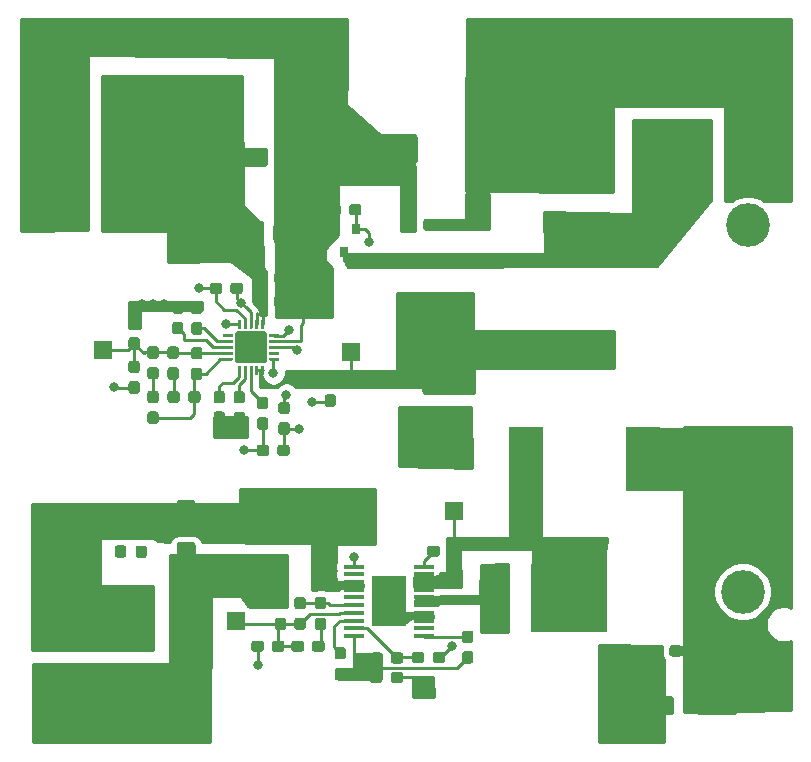
<source format=gtl>
G04 #@! TF.GenerationSoftware,KiCad,Pcbnew,5.1.4-e60b266~84~ubuntu16.04.1*
G04 #@! TF.CreationDate,2019-09-26T20:17:56+05:30*
G04 #@! TF.ProjectId,sick_kinect_powerBoard,7369636b-5f6b-4696-9e65-63745f706f77,rev?*
G04 #@! TF.SameCoordinates,Original*
G04 #@! TF.FileFunction,Copper,L1,Top*
G04 #@! TF.FilePolarity,Positive*
%FSLAX46Y46*%
G04 Gerber Fmt 4.6, Leading zero omitted, Abs format (unit mm)*
G04 Created by KiCad (PCBNEW 5.1.4-e60b266~84~ubuntu16.04.1) date 2019-09-26 20:17:56*
%MOMM*%
%LPD*%
G04 APERTURE LIST*
%ADD10C,0.100000*%
%ADD11C,3.700000*%
%ADD12R,1.780000X0.420000*%
%ADD13R,3.000000X4.200000*%
%ADD14C,0.950000*%
%ADD15R,1.500000X1.500000*%
%ADD16C,1.600000*%
%ADD17C,2.500000*%
%ADD18R,2.900000X5.400000*%
%ADD19R,5.400000X2.900000*%
%ADD20R,0.800000X0.900000*%
%ADD21C,2.700000*%
%ADD22C,0.500000*%
%ADD23C,0.250000*%
%ADD24R,2.200000X1.200000*%
%ADD25R,6.400000X5.800000*%
%ADD26R,1.200000X2.200000*%
%ADD27R,5.800000X6.400000*%
%ADD28C,3.750000*%
%ADD29R,3.750000X3.750000*%
%ADD30C,0.800000*%
%ADD31C,0.250000*%
%ADD32C,0.254000*%
G04 APERTURE END LIST*
D10*
G36*
X173699503Y-65026204D02*
G01*
X173723772Y-65029804D01*
X173747570Y-65035765D01*
X173770670Y-65044030D01*
X173792849Y-65054520D01*
X173813892Y-65067133D01*
X173833598Y-65081748D01*
X173851776Y-65098224D01*
X173868252Y-65116402D01*
X173882867Y-65136108D01*
X173895480Y-65157151D01*
X173905970Y-65179330D01*
X173914235Y-65202430D01*
X173920196Y-65226228D01*
X173923796Y-65250497D01*
X173925000Y-65275001D01*
X173925000Y-68474999D01*
X173923796Y-68499503D01*
X173920196Y-68523772D01*
X173914235Y-68547570D01*
X173905970Y-68570670D01*
X173895480Y-68592849D01*
X173882867Y-68613892D01*
X173868252Y-68633598D01*
X173851776Y-68651776D01*
X173833598Y-68668252D01*
X173813892Y-68682867D01*
X173792849Y-68695480D01*
X173770670Y-68705970D01*
X173747570Y-68714235D01*
X173723772Y-68720196D01*
X173699503Y-68723796D01*
X173674999Y-68725000D01*
X170475001Y-68725000D01*
X170450497Y-68723796D01*
X170426228Y-68720196D01*
X170402430Y-68714235D01*
X170379330Y-68705970D01*
X170357151Y-68695480D01*
X170336108Y-68682867D01*
X170316402Y-68668252D01*
X170298224Y-68651776D01*
X170281748Y-68633598D01*
X170267133Y-68613892D01*
X170254520Y-68592849D01*
X170244030Y-68570670D01*
X170235765Y-68547570D01*
X170229804Y-68523772D01*
X170226204Y-68499503D01*
X170225000Y-68474999D01*
X170225000Y-65275001D01*
X170226204Y-65250497D01*
X170229804Y-65226228D01*
X170235765Y-65202430D01*
X170244030Y-65179330D01*
X170254520Y-65157151D01*
X170267133Y-65136108D01*
X170281748Y-65116402D01*
X170298224Y-65098224D01*
X170316402Y-65081748D01*
X170336108Y-65067133D01*
X170357151Y-65054520D01*
X170379330Y-65044030D01*
X170402430Y-65035765D01*
X170426228Y-65029804D01*
X170450497Y-65026204D01*
X170475001Y-65025000D01*
X173674999Y-65025000D01*
X173699503Y-65026204D01*
X173699503Y-65026204D01*
G37*
D11*
X172075000Y-66875000D03*
X172075000Y-72575000D03*
D12*
X144620000Y-101475000D03*
X138680000Y-101475000D03*
X144620000Y-102125000D03*
X138680000Y-102125000D03*
X144620000Y-102775000D03*
X138680000Y-102775000D03*
X144620000Y-103425000D03*
X138680000Y-103425000D03*
X144620000Y-104075000D03*
X138680000Y-104075000D03*
X144620000Y-104725000D03*
X138680000Y-104725000D03*
X144620000Y-105375000D03*
X138680000Y-105375000D03*
X144620000Y-106025000D03*
X138680000Y-106025000D03*
X144620000Y-106675000D03*
X138680000Y-106675000D03*
X144620000Y-107325000D03*
X138680000Y-107325000D03*
D13*
X141650000Y-104400000D03*
D10*
G36*
X132760779Y-105776144D02*
G01*
X132783834Y-105779563D01*
X132806443Y-105785227D01*
X132828387Y-105793079D01*
X132849457Y-105803044D01*
X132869448Y-105815026D01*
X132888168Y-105828910D01*
X132905438Y-105844562D01*
X132921090Y-105861832D01*
X132934974Y-105880552D01*
X132946956Y-105900543D01*
X132956921Y-105921613D01*
X132964773Y-105943557D01*
X132970437Y-105966166D01*
X132973856Y-105989221D01*
X132975000Y-106012500D01*
X132975000Y-106587500D01*
X132973856Y-106610779D01*
X132970437Y-106633834D01*
X132964773Y-106656443D01*
X132956921Y-106678387D01*
X132946956Y-106699457D01*
X132934974Y-106719448D01*
X132921090Y-106738168D01*
X132905438Y-106755438D01*
X132888168Y-106771090D01*
X132869448Y-106784974D01*
X132849457Y-106796956D01*
X132828387Y-106806921D01*
X132806443Y-106814773D01*
X132783834Y-106820437D01*
X132760779Y-106823856D01*
X132737500Y-106825000D01*
X132262500Y-106825000D01*
X132239221Y-106823856D01*
X132216166Y-106820437D01*
X132193557Y-106814773D01*
X132171613Y-106806921D01*
X132150543Y-106796956D01*
X132130552Y-106784974D01*
X132111832Y-106771090D01*
X132094562Y-106755438D01*
X132078910Y-106738168D01*
X132065026Y-106719448D01*
X132053044Y-106699457D01*
X132043079Y-106678387D01*
X132035227Y-106656443D01*
X132029563Y-106633834D01*
X132026144Y-106610779D01*
X132025000Y-106587500D01*
X132025000Y-106012500D01*
X132026144Y-105989221D01*
X132029563Y-105966166D01*
X132035227Y-105943557D01*
X132043079Y-105921613D01*
X132053044Y-105900543D01*
X132065026Y-105880552D01*
X132078910Y-105861832D01*
X132094562Y-105844562D01*
X132111832Y-105828910D01*
X132130552Y-105815026D01*
X132150543Y-105803044D01*
X132171613Y-105793079D01*
X132193557Y-105785227D01*
X132216166Y-105779563D01*
X132239221Y-105776144D01*
X132262500Y-105775000D01*
X132737500Y-105775000D01*
X132760779Y-105776144D01*
X132760779Y-105776144D01*
G37*
D14*
X132500000Y-106300000D03*
D10*
G36*
X132760779Y-104026144D02*
G01*
X132783834Y-104029563D01*
X132806443Y-104035227D01*
X132828387Y-104043079D01*
X132849457Y-104053044D01*
X132869448Y-104065026D01*
X132888168Y-104078910D01*
X132905438Y-104094562D01*
X132921090Y-104111832D01*
X132934974Y-104130552D01*
X132946956Y-104150543D01*
X132956921Y-104171613D01*
X132964773Y-104193557D01*
X132970437Y-104216166D01*
X132973856Y-104239221D01*
X132975000Y-104262500D01*
X132975000Y-104837500D01*
X132973856Y-104860779D01*
X132970437Y-104883834D01*
X132964773Y-104906443D01*
X132956921Y-104928387D01*
X132946956Y-104949457D01*
X132934974Y-104969448D01*
X132921090Y-104988168D01*
X132905438Y-105005438D01*
X132888168Y-105021090D01*
X132869448Y-105034974D01*
X132849457Y-105046956D01*
X132828387Y-105056921D01*
X132806443Y-105064773D01*
X132783834Y-105070437D01*
X132760779Y-105073856D01*
X132737500Y-105075000D01*
X132262500Y-105075000D01*
X132239221Y-105073856D01*
X132216166Y-105070437D01*
X132193557Y-105064773D01*
X132171613Y-105056921D01*
X132150543Y-105046956D01*
X132130552Y-105034974D01*
X132111832Y-105021090D01*
X132094562Y-105005438D01*
X132078910Y-104988168D01*
X132065026Y-104969448D01*
X132053044Y-104949457D01*
X132043079Y-104928387D01*
X132035227Y-104906443D01*
X132029563Y-104883834D01*
X132026144Y-104860779D01*
X132025000Y-104837500D01*
X132025000Y-104262500D01*
X132026144Y-104239221D01*
X132029563Y-104216166D01*
X132035227Y-104193557D01*
X132043079Y-104171613D01*
X132053044Y-104150543D01*
X132065026Y-104130552D01*
X132078910Y-104111832D01*
X132094562Y-104094562D01*
X132111832Y-104078910D01*
X132130552Y-104065026D01*
X132150543Y-104053044D01*
X132171613Y-104043079D01*
X132193557Y-104035227D01*
X132216166Y-104029563D01*
X132239221Y-104026144D01*
X132262500Y-104025000D01*
X132737500Y-104025000D01*
X132760779Y-104026144D01*
X132760779Y-104026144D01*
G37*
D14*
X132500000Y-104550000D03*
D15*
X153300000Y-61900000D03*
D10*
G36*
X134260779Y-107726144D02*
G01*
X134283834Y-107729563D01*
X134306443Y-107735227D01*
X134328387Y-107743079D01*
X134349457Y-107753044D01*
X134369448Y-107765026D01*
X134388168Y-107778910D01*
X134405438Y-107794562D01*
X134421090Y-107811832D01*
X134434974Y-107830552D01*
X134446956Y-107850543D01*
X134456921Y-107871613D01*
X134464773Y-107893557D01*
X134470437Y-107916166D01*
X134473856Y-107939221D01*
X134475000Y-107962500D01*
X134475000Y-108437500D01*
X134473856Y-108460779D01*
X134470437Y-108483834D01*
X134464773Y-108506443D01*
X134456921Y-108528387D01*
X134446956Y-108549457D01*
X134434974Y-108569448D01*
X134421090Y-108588168D01*
X134405438Y-108605438D01*
X134388168Y-108621090D01*
X134369448Y-108634974D01*
X134349457Y-108646956D01*
X134328387Y-108656921D01*
X134306443Y-108664773D01*
X134283834Y-108670437D01*
X134260779Y-108673856D01*
X134237500Y-108675000D01*
X133662500Y-108675000D01*
X133639221Y-108673856D01*
X133616166Y-108670437D01*
X133593557Y-108664773D01*
X133571613Y-108656921D01*
X133550543Y-108646956D01*
X133530552Y-108634974D01*
X133511832Y-108621090D01*
X133494562Y-108605438D01*
X133478910Y-108588168D01*
X133465026Y-108569448D01*
X133453044Y-108549457D01*
X133443079Y-108528387D01*
X133435227Y-108506443D01*
X133429563Y-108483834D01*
X133426144Y-108460779D01*
X133425000Y-108437500D01*
X133425000Y-107962500D01*
X133426144Y-107939221D01*
X133429563Y-107916166D01*
X133435227Y-107893557D01*
X133443079Y-107871613D01*
X133453044Y-107850543D01*
X133465026Y-107830552D01*
X133478910Y-107811832D01*
X133494562Y-107794562D01*
X133511832Y-107778910D01*
X133530552Y-107765026D01*
X133550543Y-107753044D01*
X133571613Y-107743079D01*
X133593557Y-107735227D01*
X133616166Y-107729563D01*
X133639221Y-107726144D01*
X133662500Y-107725000D01*
X134237500Y-107725000D01*
X134260779Y-107726144D01*
X134260779Y-107726144D01*
G37*
D14*
X133950000Y-108200000D03*
D10*
G36*
X136010779Y-107726144D02*
G01*
X136033834Y-107729563D01*
X136056443Y-107735227D01*
X136078387Y-107743079D01*
X136099457Y-107753044D01*
X136119448Y-107765026D01*
X136138168Y-107778910D01*
X136155438Y-107794562D01*
X136171090Y-107811832D01*
X136184974Y-107830552D01*
X136196956Y-107850543D01*
X136206921Y-107871613D01*
X136214773Y-107893557D01*
X136220437Y-107916166D01*
X136223856Y-107939221D01*
X136225000Y-107962500D01*
X136225000Y-108437500D01*
X136223856Y-108460779D01*
X136220437Y-108483834D01*
X136214773Y-108506443D01*
X136206921Y-108528387D01*
X136196956Y-108549457D01*
X136184974Y-108569448D01*
X136171090Y-108588168D01*
X136155438Y-108605438D01*
X136138168Y-108621090D01*
X136119448Y-108634974D01*
X136099457Y-108646956D01*
X136078387Y-108656921D01*
X136056443Y-108664773D01*
X136033834Y-108670437D01*
X136010779Y-108673856D01*
X135987500Y-108675000D01*
X135412500Y-108675000D01*
X135389221Y-108673856D01*
X135366166Y-108670437D01*
X135343557Y-108664773D01*
X135321613Y-108656921D01*
X135300543Y-108646956D01*
X135280552Y-108634974D01*
X135261832Y-108621090D01*
X135244562Y-108605438D01*
X135228910Y-108588168D01*
X135215026Y-108569448D01*
X135203044Y-108549457D01*
X135193079Y-108528387D01*
X135185227Y-108506443D01*
X135179563Y-108483834D01*
X135176144Y-108460779D01*
X135175000Y-108437500D01*
X135175000Y-107962500D01*
X135176144Y-107939221D01*
X135179563Y-107916166D01*
X135185227Y-107893557D01*
X135193079Y-107871613D01*
X135203044Y-107850543D01*
X135215026Y-107830552D01*
X135228910Y-107811832D01*
X135244562Y-107794562D01*
X135261832Y-107778910D01*
X135280552Y-107765026D01*
X135300543Y-107753044D01*
X135321613Y-107743079D01*
X135343557Y-107735227D01*
X135366166Y-107729563D01*
X135389221Y-107726144D01*
X135412500Y-107725000D01*
X135987500Y-107725000D01*
X136010779Y-107726144D01*
X136010779Y-107726144D01*
G37*
D14*
X135700000Y-108200000D03*
D10*
G36*
X134410779Y-105776144D02*
G01*
X134433834Y-105779563D01*
X134456443Y-105785227D01*
X134478387Y-105793079D01*
X134499457Y-105803044D01*
X134519448Y-105815026D01*
X134538168Y-105828910D01*
X134555438Y-105844562D01*
X134571090Y-105861832D01*
X134584974Y-105880552D01*
X134596956Y-105900543D01*
X134606921Y-105921613D01*
X134614773Y-105943557D01*
X134620437Y-105966166D01*
X134623856Y-105989221D01*
X134625000Y-106012500D01*
X134625000Y-106587500D01*
X134623856Y-106610779D01*
X134620437Y-106633834D01*
X134614773Y-106656443D01*
X134606921Y-106678387D01*
X134596956Y-106699457D01*
X134584974Y-106719448D01*
X134571090Y-106738168D01*
X134555438Y-106755438D01*
X134538168Y-106771090D01*
X134519448Y-106784974D01*
X134499457Y-106796956D01*
X134478387Y-106806921D01*
X134456443Y-106814773D01*
X134433834Y-106820437D01*
X134410779Y-106823856D01*
X134387500Y-106825000D01*
X133912500Y-106825000D01*
X133889221Y-106823856D01*
X133866166Y-106820437D01*
X133843557Y-106814773D01*
X133821613Y-106806921D01*
X133800543Y-106796956D01*
X133780552Y-106784974D01*
X133761832Y-106771090D01*
X133744562Y-106755438D01*
X133728910Y-106738168D01*
X133715026Y-106719448D01*
X133703044Y-106699457D01*
X133693079Y-106678387D01*
X133685227Y-106656443D01*
X133679563Y-106633834D01*
X133676144Y-106610779D01*
X133675000Y-106587500D01*
X133675000Y-106012500D01*
X133676144Y-105989221D01*
X133679563Y-105966166D01*
X133685227Y-105943557D01*
X133693079Y-105921613D01*
X133703044Y-105900543D01*
X133715026Y-105880552D01*
X133728910Y-105861832D01*
X133744562Y-105844562D01*
X133761832Y-105828910D01*
X133780552Y-105815026D01*
X133800543Y-105803044D01*
X133821613Y-105793079D01*
X133843557Y-105785227D01*
X133866166Y-105779563D01*
X133889221Y-105776144D01*
X133912500Y-105775000D01*
X134387500Y-105775000D01*
X134410779Y-105776144D01*
X134410779Y-105776144D01*
G37*
D14*
X134150000Y-106300000D03*
D10*
G36*
X134410779Y-104026144D02*
G01*
X134433834Y-104029563D01*
X134456443Y-104035227D01*
X134478387Y-104043079D01*
X134499457Y-104053044D01*
X134519448Y-104065026D01*
X134538168Y-104078910D01*
X134555438Y-104094562D01*
X134571090Y-104111832D01*
X134584974Y-104130552D01*
X134596956Y-104150543D01*
X134606921Y-104171613D01*
X134614773Y-104193557D01*
X134620437Y-104216166D01*
X134623856Y-104239221D01*
X134625000Y-104262500D01*
X134625000Y-104837500D01*
X134623856Y-104860779D01*
X134620437Y-104883834D01*
X134614773Y-104906443D01*
X134606921Y-104928387D01*
X134596956Y-104949457D01*
X134584974Y-104969448D01*
X134571090Y-104988168D01*
X134555438Y-105005438D01*
X134538168Y-105021090D01*
X134519448Y-105034974D01*
X134499457Y-105046956D01*
X134478387Y-105056921D01*
X134456443Y-105064773D01*
X134433834Y-105070437D01*
X134410779Y-105073856D01*
X134387500Y-105075000D01*
X133912500Y-105075000D01*
X133889221Y-105073856D01*
X133866166Y-105070437D01*
X133843557Y-105064773D01*
X133821613Y-105056921D01*
X133800543Y-105046956D01*
X133780552Y-105034974D01*
X133761832Y-105021090D01*
X133744562Y-105005438D01*
X133728910Y-104988168D01*
X133715026Y-104969448D01*
X133703044Y-104949457D01*
X133693079Y-104928387D01*
X133685227Y-104906443D01*
X133679563Y-104883834D01*
X133676144Y-104860779D01*
X133675000Y-104837500D01*
X133675000Y-104262500D01*
X133676144Y-104239221D01*
X133679563Y-104216166D01*
X133685227Y-104193557D01*
X133693079Y-104171613D01*
X133703044Y-104150543D01*
X133715026Y-104130552D01*
X133728910Y-104111832D01*
X133744562Y-104094562D01*
X133761832Y-104078910D01*
X133780552Y-104065026D01*
X133800543Y-104053044D01*
X133821613Y-104043079D01*
X133843557Y-104035227D01*
X133866166Y-104029563D01*
X133889221Y-104026144D01*
X133912500Y-104025000D01*
X134387500Y-104025000D01*
X134410779Y-104026144D01*
X134410779Y-104026144D01*
G37*
D14*
X134150000Y-104550000D03*
D10*
G36*
X142685779Y-108726144D02*
G01*
X142708834Y-108729563D01*
X142731443Y-108735227D01*
X142753387Y-108743079D01*
X142774457Y-108753044D01*
X142794448Y-108765026D01*
X142813168Y-108778910D01*
X142830438Y-108794562D01*
X142846090Y-108811832D01*
X142859974Y-108830552D01*
X142871956Y-108850543D01*
X142881921Y-108871613D01*
X142889773Y-108893557D01*
X142895437Y-108916166D01*
X142898856Y-108939221D01*
X142900000Y-108962500D01*
X142900000Y-109437500D01*
X142898856Y-109460779D01*
X142895437Y-109483834D01*
X142889773Y-109506443D01*
X142881921Y-109528387D01*
X142871956Y-109549457D01*
X142859974Y-109569448D01*
X142846090Y-109588168D01*
X142830438Y-109605438D01*
X142813168Y-109621090D01*
X142794448Y-109634974D01*
X142774457Y-109646956D01*
X142753387Y-109656921D01*
X142731443Y-109664773D01*
X142708834Y-109670437D01*
X142685779Y-109673856D01*
X142662500Y-109675000D01*
X142087500Y-109675000D01*
X142064221Y-109673856D01*
X142041166Y-109670437D01*
X142018557Y-109664773D01*
X141996613Y-109656921D01*
X141975543Y-109646956D01*
X141955552Y-109634974D01*
X141936832Y-109621090D01*
X141919562Y-109605438D01*
X141903910Y-109588168D01*
X141890026Y-109569448D01*
X141878044Y-109549457D01*
X141868079Y-109528387D01*
X141860227Y-109506443D01*
X141854563Y-109483834D01*
X141851144Y-109460779D01*
X141850000Y-109437500D01*
X141850000Y-108962500D01*
X141851144Y-108939221D01*
X141854563Y-108916166D01*
X141860227Y-108893557D01*
X141868079Y-108871613D01*
X141878044Y-108850543D01*
X141890026Y-108830552D01*
X141903910Y-108811832D01*
X141919562Y-108794562D01*
X141936832Y-108778910D01*
X141955552Y-108765026D01*
X141975543Y-108753044D01*
X141996613Y-108743079D01*
X142018557Y-108735227D01*
X142041166Y-108729563D01*
X142064221Y-108726144D01*
X142087500Y-108725000D01*
X142662500Y-108725000D01*
X142685779Y-108726144D01*
X142685779Y-108726144D01*
G37*
D14*
X142375000Y-109200000D03*
D10*
G36*
X140935779Y-108726144D02*
G01*
X140958834Y-108729563D01*
X140981443Y-108735227D01*
X141003387Y-108743079D01*
X141024457Y-108753044D01*
X141044448Y-108765026D01*
X141063168Y-108778910D01*
X141080438Y-108794562D01*
X141096090Y-108811832D01*
X141109974Y-108830552D01*
X141121956Y-108850543D01*
X141131921Y-108871613D01*
X141139773Y-108893557D01*
X141145437Y-108916166D01*
X141148856Y-108939221D01*
X141150000Y-108962500D01*
X141150000Y-109437500D01*
X141148856Y-109460779D01*
X141145437Y-109483834D01*
X141139773Y-109506443D01*
X141131921Y-109528387D01*
X141121956Y-109549457D01*
X141109974Y-109569448D01*
X141096090Y-109588168D01*
X141080438Y-109605438D01*
X141063168Y-109621090D01*
X141044448Y-109634974D01*
X141024457Y-109646956D01*
X141003387Y-109656921D01*
X140981443Y-109664773D01*
X140958834Y-109670437D01*
X140935779Y-109673856D01*
X140912500Y-109675000D01*
X140337500Y-109675000D01*
X140314221Y-109673856D01*
X140291166Y-109670437D01*
X140268557Y-109664773D01*
X140246613Y-109656921D01*
X140225543Y-109646956D01*
X140205552Y-109634974D01*
X140186832Y-109621090D01*
X140169562Y-109605438D01*
X140153910Y-109588168D01*
X140140026Y-109569448D01*
X140128044Y-109549457D01*
X140118079Y-109528387D01*
X140110227Y-109506443D01*
X140104563Y-109483834D01*
X140101144Y-109460779D01*
X140100000Y-109437500D01*
X140100000Y-108962500D01*
X140101144Y-108939221D01*
X140104563Y-108916166D01*
X140110227Y-108893557D01*
X140118079Y-108871613D01*
X140128044Y-108850543D01*
X140140026Y-108830552D01*
X140153910Y-108811832D01*
X140169562Y-108794562D01*
X140186832Y-108778910D01*
X140205552Y-108765026D01*
X140225543Y-108753044D01*
X140246613Y-108743079D01*
X140268557Y-108735227D01*
X140291166Y-108729563D01*
X140314221Y-108726144D01*
X140337500Y-108725000D01*
X140912500Y-108725000D01*
X140935779Y-108726144D01*
X140935779Y-108726144D01*
G37*
D14*
X140625000Y-109200000D03*
D10*
G36*
X148610779Y-106876144D02*
G01*
X148633834Y-106879563D01*
X148656443Y-106885227D01*
X148678387Y-106893079D01*
X148699457Y-106903044D01*
X148719448Y-106915026D01*
X148738168Y-106928910D01*
X148755438Y-106944562D01*
X148771090Y-106961832D01*
X148784974Y-106980552D01*
X148796956Y-107000543D01*
X148806921Y-107021613D01*
X148814773Y-107043557D01*
X148820437Y-107066166D01*
X148823856Y-107089221D01*
X148825000Y-107112500D01*
X148825000Y-107687500D01*
X148823856Y-107710779D01*
X148820437Y-107733834D01*
X148814773Y-107756443D01*
X148806921Y-107778387D01*
X148796956Y-107799457D01*
X148784974Y-107819448D01*
X148771090Y-107838168D01*
X148755438Y-107855438D01*
X148738168Y-107871090D01*
X148719448Y-107884974D01*
X148699457Y-107896956D01*
X148678387Y-107906921D01*
X148656443Y-107914773D01*
X148633834Y-107920437D01*
X148610779Y-107923856D01*
X148587500Y-107925000D01*
X148112500Y-107925000D01*
X148089221Y-107923856D01*
X148066166Y-107920437D01*
X148043557Y-107914773D01*
X148021613Y-107906921D01*
X148000543Y-107896956D01*
X147980552Y-107884974D01*
X147961832Y-107871090D01*
X147944562Y-107855438D01*
X147928910Y-107838168D01*
X147915026Y-107819448D01*
X147903044Y-107799457D01*
X147893079Y-107778387D01*
X147885227Y-107756443D01*
X147879563Y-107733834D01*
X147876144Y-107710779D01*
X147875000Y-107687500D01*
X147875000Y-107112500D01*
X147876144Y-107089221D01*
X147879563Y-107066166D01*
X147885227Y-107043557D01*
X147893079Y-107021613D01*
X147903044Y-107000543D01*
X147915026Y-106980552D01*
X147928910Y-106961832D01*
X147944562Y-106944562D01*
X147961832Y-106928910D01*
X147980552Y-106915026D01*
X148000543Y-106903044D01*
X148021613Y-106893079D01*
X148043557Y-106885227D01*
X148066166Y-106879563D01*
X148089221Y-106876144D01*
X148112500Y-106875000D01*
X148587500Y-106875000D01*
X148610779Y-106876144D01*
X148610779Y-106876144D01*
G37*
D14*
X148350000Y-107400000D03*
D10*
G36*
X148610779Y-108626144D02*
G01*
X148633834Y-108629563D01*
X148656443Y-108635227D01*
X148678387Y-108643079D01*
X148699457Y-108653044D01*
X148719448Y-108665026D01*
X148738168Y-108678910D01*
X148755438Y-108694562D01*
X148771090Y-108711832D01*
X148784974Y-108730552D01*
X148796956Y-108750543D01*
X148806921Y-108771613D01*
X148814773Y-108793557D01*
X148820437Y-108816166D01*
X148823856Y-108839221D01*
X148825000Y-108862500D01*
X148825000Y-109437500D01*
X148823856Y-109460779D01*
X148820437Y-109483834D01*
X148814773Y-109506443D01*
X148806921Y-109528387D01*
X148796956Y-109549457D01*
X148784974Y-109569448D01*
X148771090Y-109588168D01*
X148755438Y-109605438D01*
X148738168Y-109621090D01*
X148719448Y-109634974D01*
X148699457Y-109646956D01*
X148678387Y-109656921D01*
X148656443Y-109664773D01*
X148633834Y-109670437D01*
X148610779Y-109673856D01*
X148587500Y-109675000D01*
X148112500Y-109675000D01*
X148089221Y-109673856D01*
X148066166Y-109670437D01*
X148043557Y-109664773D01*
X148021613Y-109656921D01*
X148000543Y-109646956D01*
X147980552Y-109634974D01*
X147961832Y-109621090D01*
X147944562Y-109605438D01*
X147928910Y-109588168D01*
X147915026Y-109569448D01*
X147903044Y-109549457D01*
X147893079Y-109528387D01*
X147885227Y-109506443D01*
X147879563Y-109483834D01*
X147876144Y-109460779D01*
X147875000Y-109437500D01*
X147875000Y-108862500D01*
X147876144Y-108839221D01*
X147879563Y-108816166D01*
X147885227Y-108793557D01*
X147893079Y-108771613D01*
X147903044Y-108750543D01*
X147915026Y-108730552D01*
X147928910Y-108711832D01*
X147944562Y-108694562D01*
X147961832Y-108678910D01*
X147980552Y-108665026D01*
X148000543Y-108653044D01*
X148021613Y-108643079D01*
X148043557Y-108635227D01*
X148066166Y-108629563D01*
X148089221Y-108626144D01*
X148112500Y-108625000D01*
X148587500Y-108625000D01*
X148610779Y-108626144D01*
X148610779Y-108626144D01*
G37*
D14*
X148350000Y-109150000D03*
D10*
G36*
X145760779Y-99676144D02*
G01*
X145783834Y-99679563D01*
X145806443Y-99685227D01*
X145828387Y-99693079D01*
X145849457Y-99703044D01*
X145869448Y-99715026D01*
X145888168Y-99728910D01*
X145905438Y-99744562D01*
X145921090Y-99761832D01*
X145934974Y-99780552D01*
X145946956Y-99800543D01*
X145956921Y-99821613D01*
X145964773Y-99843557D01*
X145970437Y-99866166D01*
X145973856Y-99889221D01*
X145975000Y-99912500D01*
X145975000Y-100387500D01*
X145973856Y-100410779D01*
X145970437Y-100433834D01*
X145964773Y-100456443D01*
X145956921Y-100478387D01*
X145946956Y-100499457D01*
X145934974Y-100519448D01*
X145921090Y-100538168D01*
X145905438Y-100555438D01*
X145888168Y-100571090D01*
X145869448Y-100584974D01*
X145849457Y-100596956D01*
X145828387Y-100606921D01*
X145806443Y-100614773D01*
X145783834Y-100620437D01*
X145760779Y-100623856D01*
X145737500Y-100625000D01*
X145162500Y-100625000D01*
X145139221Y-100623856D01*
X145116166Y-100620437D01*
X145093557Y-100614773D01*
X145071613Y-100606921D01*
X145050543Y-100596956D01*
X145030552Y-100584974D01*
X145011832Y-100571090D01*
X144994562Y-100555438D01*
X144978910Y-100538168D01*
X144965026Y-100519448D01*
X144953044Y-100499457D01*
X144943079Y-100478387D01*
X144935227Y-100456443D01*
X144929563Y-100433834D01*
X144926144Y-100410779D01*
X144925000Y-100387500D01*
X144925000Y-99912500D01*
X144926144Y-99889221D01*
X144929563Y-99866166D01*
X144935227Y-99843557D01*
X144943079Y-99821613D01*
X144953044Y-99800543D01*
X144965026Y-99780552D01*
X144978910Y-99761832D01*
X144994562Y-99744562D01*
X145011832Y-99728910D01*
X145030552Y-99715026D01*
X145050543Y-99703044D01*
X145071613Y-99693079D01*
X145093557Y-99685227D01*
X145116166Y-99679563D01*
X145139221Y-99676144D01*
X145162500Y-99675000D01*
X145737500Y-99675000D01*
X145760779Y-99676144D01*
X145760779Y-99676144D01*
G37*
D14*
X145450000Y-100150000D03*
D10*
G36*
X147510779Y-99676144D02*
G01*
X147533834Y-99679563D01*
X147556443Y-99685227D01*
X147578387Y-99693079D01*
X147599457Y-99703044D01*
X147619448Y-99715026D01*
X147638168Y-99728910D01*
X147655438Y-99744562D01*
X147671090Y-99761832D01*
X147684974Y-99780552D01*
X147696956Y-99800543D01*
X147706921Y-99821613D01*
X147714773Y-99843557D01*
X147720437Y-99866166D01*
X147723856Y-99889221D01*
X147725000Y-99912500D01*
X147725000Y-100387500D01*
X147723856Y-100410779D01*
X147720437Y-100433834D01*
X147714773Y-100456443D01*
X147706921Y-100478387D01*
X147696956Y-100499457D01*
X147684974Y-100519448D01*
X147671090Y-100538168D01*
X147655438Y-100555438D01*
X147638168Y-100571090D01*
X147619448Y-100584974D01*
X147599457Y-100596956D01*
X147578387Y-100606921D01*
X147556443Y-100614773D01*
X147533834Y-100620437D01*
X147510779Y-100623856D01*
X147487500Y-100625000D01*
X146912500Y-100625000D01*
X146889221Y-100623856D01*
X146866166Y-100620437D01*
X146843557Y-100614773D01*
X146821613Y-100606921D01*
X146800543Y-100596956D01*
X146780552Y-100584974D01*
X146761832Y-100571090D01*
X146744562Y-100555438D01*
X146728910Y-100538168D01*
X146715026Y-100519448D01*
X146703044Y-100499457D01*
X146693079Y-100478387D01*
X146685227Y-100456443D01*
X146679563Y-100433834D01*
X146676144Y-100410779D01*
X146675000Y-100387500D01*
X146675000Y-99912500D01*
X146676144Y-99889221D01*
X146679563Y-99866166D01*
X146685227Y-99843557D01*
X146693079Y-99821613D01*
X146703044Y-99800543D01*
X146715026Y-99780552D01*
X146728910Y-99761832D01*
X146744562Y-99744562D01*
X146761832Y-99728910D01*
X146780552Y-99715026D01*
X146800543Y-99703044D01*
X146821613Y-99693079D01*
X146843557Y-99685227D01*
X146866166Y-99679563D01*
X146889221Y-99676144D01*
X146912500Y-99675000D01*
X147487500Y-99675000D01*
X147510779Y-99676144D01*
X147510779Y-99676144D01*
G37*
D14*
X147200000Y-100150000D03*
D10*
G36*
X131174504Y-100901204D02*
G01*
X131198773Y-100904804D01*
X131222571Y-100910765D01*
X131245671Y-100919030D01*
X131267849Y-100929520D01*
X131288893Y-100942133D01*
X131308598Y-100956747D01*
X131326777Y-100973223D01*
X131343253Y-100991402D01*
X131357867Y-101011107D01*
X131370480Y-101032151D01*
X131380970Y-101054329D01*
X131389235Y-101077429D01*
X131395196Y-101101227D01*
X131398796Y-101125496D01*
X131400000Y-101150000D01*
X131400000Y-104150000D01*
X131398796Y-104174504D01*
X131395196Y-104198773D01*
X131389235Y-104222571D01*
X131380970Y-104245671D01*
X131370480Y-104267849D01*
X131357867Y-104288893D01*
X131343253Y-104308598D01*
X131326777Y-104326777D01*
X131308598Y-104343253D01*
X131288893Y-104357867D01*
X131267849Y-104370480D01*
X131245671Y-104380970D01*
X131222571Y-104389235D01*
X131198773Y-104395196D01*
X131174504Y-104398796D01*
X131150000Y-104400000D01*
X130050000Y-104400000D01*
X130025496Y-104398796D01*
X130001227Y-104395196D01*
X129977429Y-104389235D01*
X129954329Y-104380970D01*
X129932151Y-104370480D01*
X129911107Y-104357867D01*
X129891402Y-104343253D01*
X129873223Y-104326777D01*
X129856747Y-104308598D01*
X129842133Y-104288893D01*
X129829520Y-104267849D01*
X129819030Y-104245671D01*
X129810765Y-104222571D01*
X129804804Y-104198773D01*
X129801204Y-104174504D01*
X129800000Y-104150000D01*
X129800000Y-101150000D01*
X129801204Y-101125496D01*
X129804804Y-101101227D01*
X129810765Y-101077429D01*
X129819030Y-101054329D01*
X129829520Y-101032151D01*
X129842133Y-101011107D01*
X129856747Y-100991402D01*
X129873223Y-100973223D01*
X129891402Y-100956747D01*
X129911107Y-100942133D01*
X129932151Y-100929520D01*
X129954329Y-100919030D01*
X129977429Y-100910765D01*
X130001227Y-100904804D01*
X130025496Y-100901204D01*
X130050000Y-100900000D01*
X131150000Y-100900000D01*
X131174504Y-100901204D01*
X131174504Y-100901204D01*
G37*
D16*
X130600000Y-102650000D03*
D10*
G36*
X131174504Y-95301204D02*
G01*
X131198773Y-95304804D01*
X131222571Y-95310765D01*
X131245671Y-95319030D01*
X131267849Y-95329520D01*
X131288893Y-95342133D01*
X131308598Y-95356747D01*
X131326777Y-95373223D01*
X131343253Y-95391402D01*
X131357867Y-95411107D01*
X131370480Y-95432151D01*
X131380970Y-95454329D01*
X131389235Y-95477429D01*
X131395196Y-95501227D01*
X131398796Y-95525496D01*
X131400000Y-95550000D01*
X131400000Y-98550000D01*
X131398796Y-98574504D01*
X131395196Y-98598773D01*
X131389235Y-98622571D01*
X131380970Y-98645671D01*
X131370480Y-98667849D01*
X131357867Y-98688893D01*
X131343253Y-98708598D01*
X131326777Y-98726777D01*
X131308598Y-98743253D01*
X131288893Y-98757867D01*
X131267849Y-98770480D01*
X131245671Y-98780970D01*
X131222571Y-98789235D01*
X131198773Y-98795196D01*
X131174504Y-98798796D01*
X131150000Y-98800000D01*
X130050000Y-98800000D01*
X130025496Y-98798796D01*
X130001227Y-98795196D01*
X129977429Y-98789235D01*
X129954329Y-98780970D01*
X129932151Y-98770480D01*
X129911107Y-98757867D01*
X129891402Y-98743253D01*
X129873223Y-98726777D01*
X129856747Y-98708598D01*
X129842133Y-98688893D01*
X129829520Y-98667849D01*
X129819030Y-98645671D01*
X129810765Y-98622571D01*
X129804804Y-98598773D01*
X129801204Y-98574504D01*
X129800000Y-98550000D01*
X129800000Y-95550000D01*
X129801204Y-95525496D01*
X129804804Y-95501227D01*
X129810765Y-95477429D01*
X129819030Y-95454329D01*
X129829520Y-95432151D01*
X129842133Y-95411107D01*
X129856747Y-95391402D01*
X129873223Y-95373223D01*
X129891402Y-95356747D01*
X129911107Y-95342133D01*
X129932151Y-95329520D01*
X129954329Y-95319030D01*
X129977429Y-95310765D01*
X130001227Y-95304804D01*
X130025496Y-95301204D01*
X130050000Y-95300000D01*
X131150000Y-95300000D01*
X131174504Y-95301204D01*
X131174504Y-95301204D01*
G37*
D16*
X130600000Y-97050000D03*
D10*
G36*
X131199504Y-66001204D02*
G01*
X131223773Y-66004804D01*
X131247571Y-66010765D01*
X131270671Y-66019030D01*
X131292849Y-66029520D01*
X131313893Y-66042133D01*
X131333598Y-66056747D01*
X131351777Y-66073223D01*
X131368253Y-66091402D01*
X131382867Y-66111107D01*
X131395480Y-66132151D01*
X131405970Y-66154329D01*
X131414235Y-66177429D01*
X131420196Y-66201227D01*
X131423796Y-66225496D01*
X131425000Y-66250000D01*
X131425000Y-67350000D01*
X131423796Y-67374504D01*
X131420196Y-67398773D01*
X131414235Y-67422571D01*
X131405970Y-67445671D01*
X131395480Y-67467849D01*
X131382867Y-67488893D01*
X131368253Y-67508598D01*
X131351777Y-67526777D01*
X131333598Y-67543253D01*
X131313893Y-67557867D01*
X131292849Y-67570480D01*
X131270671Y-67580970D01*
X131247571Y-67589235D01*
X131223773Y-67595196D01*
X131199504Y-67598796D01*
X131175000Y-67600000D01*
X128175000Y-67600000D01*
X128150496Y-67598796D01*
X128126227Y-67595196D01*
X128102429Y-67589235D01*
X128079329Y-67580970D01*
X128057151Y-67570480D01*
X128036107Y-67557867D01*
X128016402Y-67543253D01*
X127998223Y-67526777D01*
X127981747Y-67508598D01*
X127967133Y-67488893D01*
X127954520Y-67467849D01*
X127944030Y-67445671D01*
X127935765Y-67422571D01*
X127929804Y-67398773D01*
X127926204Y-67374504D01*
X127925000Y-67350000D01*
X127925000Y-66250000D01*
X127926204Y-66225496D01*
X127929804Y-66201227D01*
X127935765Y-66177429D01*
X127944030Y-66154329D01*
X127954520Y-66132151D01*
X127967133Y-66111107D01*
X127981747Y-66091402D01*
X127998223Y-66073223D01*
X128016402Y-66056747D01*
X128036107Y-66042133D01*
X128057151Y-66029520D01*
X128079329Y-66019030D01*
X128102429Y-66010765D01*
X128126227Y-66004804D01*
X128150496Y-66001204D01*
X128175000Y-66000000D01*
X131175000Y-66000000D01*
X131199504Y-66001204D01*
X131199504Y-66001204D01*
G37*
D16*
X129675000Y-66800000D03*
D10*
G36*
X136799504Y-66001204D02*
G01*
X136823773Y-66004804D01*
X136847571Y-66010765D01*
X136870671Y-66019030D01*
X136892849Y-66029520D01*
X136913893Y-66042133D01*
X136933598Y-66056747D01*
X136951777Y-66073223D01*
X136968253Y-66091402D01*
X136982867Y-66111107D01*
X136995480Y-66132151D01*
X137005970Y-66154329D01*
X137014235Y-66177429D01*
X137020196Y-66201227D01*
X137023796Y-66225496D01*
X137025000Y-66250000D01*
X137025000Y-67350000D01*
X137023796Y-67374504D01*
X137020196Y-67398773D01*
X137014235Y-67422571D01*
X137005970Y-67445671D01*
X136995480Y-67467849D01*
X136982867Y-67488893D01*
X136968253Y-67508598D01*
X136951777Y-67526777D01*
X136933598Y-67543253D01*
X136913893Y-67557867D01*
X136892849Y-67570480D01*
X136870671Y-67580970D01*
X136847571Y-67589235D01*
X136823773Y-67595196D01*
X136799504Y-67598796D01*
X136775000Y-67600000D01*
X133775000Y-67600000D01*
X133750496Y-67598796D01*
X133726227Y-67595196D01*
X133702429Y-67589235D01*
X133679329Y-67580970D01*
X133657151Y-67570480D01*
X133636107Y-67557867D01*
X133616402Y-67543253D01*
X133598223Y-67526777D01*
X133581747Y-67508598D01*
X133567133Y-67488893D01*
X133554520Y-67467849D01*
X133544030Y-67445671D01*
X133535765Y-67422571D01*
X133529804Y-67398773D01*
X133526204Y-67374504D01*
X133525000Y-67350000D01*
X133525000Y-66250000D01*
X133526204Y-66225496D01*
X133529804Y-66201227D01*
X133535765Y-66177429D01*
X133544030Y-66154329D01*
X133554520Y-66132151D01*
X133567133Y-66111107D01*
X133581747Y-66091402D01*
X133598223Y-66073223D01*
X133616402Y-66056747D01*
X133636107Y-66042133D01*
X133657151Y-66029520D01*
X133679329Y-66019030D01*
X133702429Y-66010765D01*
X133726227Y-66004804D01*
X133750496Y-66001204D01*
X133775000Y-66000000D01*
X136775000Y-66000000D01*
X136799504Y-66001204D01*
X136799504Y-66001204D01*
G37*
D16*
X135275000Y-66800000D03*
D10*
G36*
X125074504Y-99401204D02*
G01*
X125098773Y-99404804D01*
X125122571Y-99410765D01*
X125145671Y-99419030D01*
X125167849Y-99429520D01*
X125188893Y-99442133D01*
X125208598Y-99456747D01*
X125226777Y-99473223D01*
X125243253Y-99491402D01*
X125257867Y-99511107D01*
X125270480Y-99532151D01*
X125280970Y-99554329D01*
X125289235Y-99577429D01*
X125295196Y-99601227D01*
X125298796Y-99625496D01*
X125300000Y-99650000D01*
X125300000Y-101750000D01*
X125298796Y-101774504D01*
X125295196Y-101798773D01*
X125289235Y-101822571D01*
X125280970Y-101845671D01*
X125270480Y-101867849D01*
X125257867Y-101888893D01*
X125243253Y-101908598D01*
X125226777Y-101926777D01*
X125208598Y-101943253D01*
X125188893Y-101957867D01*
X125167849Y-101970480D01*
X125145671Y-101980970D01*
X125122571Y-101989235D01*
X125098773Y-101995196D01*
X125074504Y-101998796D01*
X125050000Y-102000000D01*
X123950000Y-102000000D01*
X123925496Y-101998796D01*
X123901227Y-101995196D01*
X123877429Y-101989235D01*
X123854329Y-101980970D01*
X123832151Y-101970480D01*
X123811107Y-101957867D01*
X123791402Y-101943253D01*
X123773223Y-101926777D01*
X123756747Y-101908598D01*
X123742133Y-101888893D01*
X123729520Y-101867849D01*
X123719030Y-101845671D01*
X123710765Y-101822571D01*
X123704804Y-101798773D01*
X123701204Y-101774504D01*
X123700000Y-101750000D01*
X123700000Y-99650000D01*
X123701204Y-99625496D01*
X123704804Y-99601227D01*
X123710765Y-99577429D01*
X123719030Y-99554329D01*
X123729520Y-99532151D01*
X123742133Y-99511107D01*
X123756747Y-99491402D01*
X123773223Y-99473223D01*
X123791402Y-99456747D01*
X123811107Y-99442133D01*
X123832151Y-99429520D01*
X123854329Y-99419030D01*
X123877429Y-99410765D01*
X123901227Y-99404804D01*
X123925496Y-99401204D01*
X123950000Y-99400000D01*
X125050000Y-99400000D01*
X125074504Y-99401204D01*
X125074504Y-99401204D01*
G37*
D16*
X124500000Y-100700000D03*
D10*
G36*
X125074504Y-95801204D02*
G01*
X125098773Y-95804804D01*
X125122571Y-95810765D01*
X125145671Y-95819030D01*
X125167849Y-95829520D01*
X125188893Y-95842133D01*
X125208598Y-95856747D01*
X125226777Y-95873223D01*
X125243253Y-95891402D01*
X125257867Y-95911107D01*
X125270480Y-95932151D01*
X125280970Y-95954329D01*
X125289235Y-95977429D01*
X125295196Y-96001227D01*
X125298796Y-96025496D01*
X125300000Y-96050000D01*
X125300000Y-98150000D01*
X125298796Y-98174504D01*
X125295196Y-98198773D01*
X125289235Y-98222571D01*
X125280970Y-98245671D01*
X125270480Y-98267849D01*
X125257867Y-98288893D01*
X125243253Y-98308598D01*
X125226777Y-98326777D01*
X125208598Y-98343253D01*
X125188893Y-98357867D01*
X125167849Y-98370480D01*
X125145671Y-98380970D01*
X125122571Y-98389235D01*
X125098773Y-98395196D01*
X125074504Y-98398796D01*
X125050000Y-98400000D01*
X123950000Y-98400000D01*
X123925496Y-98398796D01*
X123901227Y-98395196D01*
X123877429Y-98389235D01*
X123854329Y-98380970D01*
X123832151Y-98370480D01*
X123811107Y-98357867D01*
X123791402Y-98343253D01*
X123773223Y-98326777D01*
X123756747Y-98308598D01*
X123742133Y-98288893D01*
X123729520Y-98267849D01*
X123719030Y-98245671D01*
X123710765Y-98222571D01*
X123704804Y-98198773D01*
X123701204Y-98174504D01*
X123700000Y-98150000D01*
X123700000Y-96050000D01*
X123701204Y-96025496D01*
X123704804Y-96001227D01*
X123710765Y-95977429D01*
X123719030Y-95954329D01*
X123729520Y-95932151D01*
X123742133Y-95911107D01*
X123756747Y-95891402D01*
X123773223Y-95873223D01*
X123791402Y-95856747D01*
X123811107Y-95842133D01*
X123832151Y-95829520D01*
X123854329Y-95819030D01*
X123877429Y-95810765D01*
X123901227Y-95804804D01*
X123925496Y-95801204D01*
X123950000Y-95800000D01*
X125050000Y-95800000D01*
X125074504Y-95801204D01*
X125074504Y-95801204D01*
G37*
D16*
X124500000Y-97100000D03*
D10*
G36*
X130674504Y-72401204D02*
G01*
X130698773Y-72404804D01*
X130722571Y-72410765D01*
X130745671Y-72419030D01*
X130767849Y-72429520D01*
X130788893Y-72442133D01*
X130808598Y-72456747D01*
X130826777Y-72473223D01*
X130843253Y-72491402D01*
X130857867Y-72511107D01*
X130870480Y-72532151D01*
X130880970Y-72554329D01*
X130889235Y-72577429D01*
X130895196Y-72601227D01*
X130898796Y-72625496D01*
X130900000Y-72650000D01*
X130900000Y-73750000D01*
X130898796Y-73774504D01*
X130895196Y-73798773D01*
X130889235Y-73822571D01*
X130880970Y-73845671D01*
X130870480Y-73867849D01*
X130857867Y-73888893D01*
X130843253Y-73908598D01*
X130826777Y-73926777D01*
X130808598Y-73943253D01*
X130788893Y-73957867D01*
X130767849Y-73970480D01*
X130745671Y-73980970D01*
X130722571Y-73989235D01*
X130698773Y-73995196D01*
X130674504Y-73998796D01*
X130650000Y-74000000D01*
X128550000Y-74000000D01*
X128525496Y-73998796D01*
X128501227Y-73995196D01*
X128477429Y-73989235D01*
X128454329Y-73980970D01*
X128432151Y-73970480D01*
X128411107Y-73957867D01*
X128391402Y-73943253D01*
X128373223Y-73926777D01*
X128356747Y-73908598D01*
X128342133Y-73888893D01*
X128329520Y-73867849D01*
X128319030Y-73845671D01*
X128310765Y-73822571D01*
X128304804Y-73798773D01*
X128301204Y-73774504D01*
X128300000Y-73750000D01*
X128300000Y-72650000D01*
X128301204Y-72625496D01*
X128304804Y-72601227D01*
X128310765Y-72577429D01*
X128319030Y-72554329D01*
X128329520Y-72532151D01*
X128342133Y-72511107D01*
X128356747Y-72491402D01*
X128373223Y-72473223D01*
X128391402Y-72456747D01*
X128411107Y-72442133D01*
X128432151Y-72429520D01*
X128454329Y-72419030D01*
X128477429Y-72410765D01*
X128501227Y-72404804D01*
X128525496Y-72401204D01*
X128550000Y-72400000D01*
X130650000Y-72400000D01*
X130674504Y-72401204D01*
X130674504Y-72401204D01*
G37*
D16*
X129600000Y-73200000D03*
D10*
G36*
X134274504Y-72401204D02*
G01*
X134298773Y-72404804D01*
X134322571Y-72410765D01*
X134345671Y-72419030D01*
X134367849Y-72429520D01*
X134388893Y-72442133D01*
X134408598Y-72456747D01*
X134426777Y-72473223D01*
X134443253Y-72491402D01*
X134457867Y-72511107D01*
X134470480Y-72532151D01*
X134480970Y-72554329D01*
X134489235Y-72577429D01*
X134495196Y-72601227D01*
X134498796Y-72625496D01*
X134500000Y-72650000D01*
X134500000Y-73750000D01*
X134498796Y-73774504D01*
X134495196Y-73798773D01*
X134489235Y-73822571D01*
X134480970Y-73845671D01*
X134470480Y-73867849D01*
X134457867Y-73888893D01*
X134443253Y-73908598D01*
X134426777Y-73926777D01*
X134408598Y-73943253D01*
X134388893Y-73957867D01*
X134367849Y-73970480D01*
X134345671Y-73980970D01*
X134322571Y-73989235D01*
X134298773Y-73995196D01*
X134274504Y-73998796D01*
X134250000Y-74000000D01*
X132150000Y-74000000D01*
X132125496Y-73998796D01*
X132101227Y-73995196D01*
X132077429Y-73989235D01*
X132054329Y-73980970D01*
X132032151Y-73970480D01*
X132011107Y-73957867D01*
X131991402Y-73943253D01*
X131973223Y-73926777D01*
X131956747Y-73908598D01*
X131942133Y-73888893D01*
X131929520Y-73867849D01*
X131919030Y-73845671D01*
X131910765Y-73822571D01*
X131904804Y-73798773D01*
X131901204Y-73774504D01*
X131900000Y-73750000D01*
X131900000Y-72650000D01*
X131901204Y-72625496D01*
X131904804Y-72601227D01*
X131910765Y-72577429D01*
X131919030Y-72554329D01*
X131929520Y-72532151D01*
X131942133Y-72511107D01*
X131956747Y-72491402D01*
X131973223Y-72473223D01*
X131991402Y-72456747D01*
X132011107Y-72442133D01*
X132032151Y-72429520D01*
X132054329Y-72419030D01*
X132077429Y-72410765D01*
X132101227Y-72404804D01*
X132125496Y-72401204D01*
X132150000Y-72400000D01*
X134250000Y-72400000D01*
X134274504Y-72401204D01*
X134274504Y-72401204D01*
G37*
D16*
X133200000Y-73200000D03*
D10*
G36*
X120960779Y-99676144D02*
G01*
X120983834Y-99679563D01*
X121006443Y-99685227D01*
X121028387Y-99693079D01*
X121049457Y-99703044D01*
X121069448Y-99715026D01*
X121088168Y-99728910D01*
X121105438Y-99744562D01*
X121121090Y-99761832D01*
X121134974Y-99780552D01*
X121146956Y-99800543D01*
X121156921Y-99821613D01*
X121164773Y-99843557D01*
X121170437Y-99866166D01*
X121173856Y-99889221D01*
X121175000Y-99912500D01*
X121175000Y-100487500D01*
X121173856Y-100510779D01*
X121170437Y-100533834D01*
X121164773Y-100556443D01*
X121156921Y-100578387D01*
X121146956Y-100599457D01*
X121134974Y-100619448D01*
X121121090Y-100638168D01*
X121105438Y-100655438D01*
X121088168Y-100671090D01*
X121069448Y-100684974D01*
X121049457Y-100696956D01*
X121028387Y-100706921D01*
X121006443Y-100714773D01*
X120983834Y-100720437D01*
X120960779Y-100723856D01*
X120937500Y-100725000D01*
X120462500Y-100725000D01*
X120439221Y-100723856D01*
X120416166Y-100720437D01*
X120393557Y-100714773D01*
X120371613Y-100706921D01*
X120350543Y-100696956D01*
X120330552Y-100684974D01*
X120311832Y-100671090D01*
X120294562Y-100655438D01*
X120278910Y-100638168D01*
X120265026Y-100619448D01*
X120253044Y-100599457D01*
X120243079Y-100578387D01*
X120235227Y-100556443D01*
X120229563Y-100533834D01*
X120226144Y-100510779D01*
X120225000Y-100487500D01*
X120225000Y-99912500D01*
X120226144Y-99889221D01*
X120229563Y-99866166D01*
X120235227Y-99843557D01*
X120243079Y-99821613D01*
X120253044Y-99800543D01*
X120265026Y-99780552D01*
X120278910Y-99761832D01*
X120294562Y-99744562D01*
X120311832Y-99728910D01*
X120330552Y-99715026D01*
X120350543Y-99703044D01*
X120371613Y-99693079D01*
X120393557Y-99685227D01*
X120416166Y-99679563D01*
X120439221Y-99676144D01*
X120462500Y-99675000D01*
X120937500Y-99675000D01*
X120960779Y-99676144D01*
X120960779Y-99676144D01*
G37*
D14*
X120700000Y-100200000D03*
D10*
G36*
X120960779Y-97926144D02*
G01*
X120983834Y-97929563D01*
X121006443Y-97935227D01*
X121028387Y-97943079D01*
X121049457Y-97953044D01*
X121069448Y-97965026D01*
X121088168Y-97978910D01*
X121105438Y-97994562D01*
X121121090Y-98011832D01*
X121134974Y-98030552D01*
X121146956Y-98050543D01*
X121156921Y-98071613D01*
X121164773Y-98093557D01*
X121170437Y-98116166D01*
X121173856Y-98139221D01*
X121175000Y-98162500D01*
X121175000Y-98737500D01*
X121173856Y-98760779D01*
X121170437Y-98783834D01*
X121164773Y-98806443D01*
X121156921Y-98828387D01*
X121146956Y-98849457D01*
X121134974Y-98869448D01*
X121121090Y-98888168D01*
X121105438Y-98905438D01*
X121088168Y-98921090D01*
X121069448Y-98934974D01*
X121049457Y-98946956D01*
X121028387Y-98956921D01*
X121006443Y-98964773D01*
X120983834Y-98970437D01*
X120960779Y-98973856D01*
X120937500Y-98975000D01*
X120462500Y-98975000D01*
X120439221Y-98973856D01*
X120416166Y-98970437D01*
X120393557Y-98964773D01*
X120371613Y-98956921D01*
X120350543Y-98946956D01*
X120330552Y-98934974D01*
X120311832Y-98921090D01*
X120294562Y-98905438D01*
X120278910Y-98888168D01*
X120265026Y-98869448D01*
X120253044Y-98849457D01*
X120243079Y-98828387D01*
X120235227Y-98806443D01*
X120229563Y-98783834D01*
X120226144Y-98760779D01*
X120225000Y-98737500D01*
X120225000Y-98162500D01*
X120226144Y-98139221D01*
X120229563Y-98116166D01*
X120235227Y-98093557D01*
X120243079Y-98071613D01*
X120253044Y-98050543D01*
X120265026Y-98030552D01*
X120278910Y-98011832D01*
X120294562Y-97994562D01*
X120311832Y-97978910D01*
X120330552Y-97965026D01*
X120350543Y-97953044D01*
X120371613Y-97943079D01*
X120393557Y-97935227D01*
X120416166Y-97929563D01*
X120439221Y-97926144D01*
X120462500Y-97925000D01*
X120937500Y-97925000D01*
X120960779Y-97926144D01*
X120960779Y-97926144D01*
G37*
D14*
X120700000Y-98450000D03*
D10*
G36*
X131035779Y-78526144D02*
G01*
X131058834Y-78529563D01*
X131081443Y-78535227D01*
X131103387Y-78543079D01*
X131124457Y-78553044D01*
X131144448Y-78565026D01*
X131163168Y-78578910D01*
X131180438Y-78594562D01*
X131196090Y-78611832D01*
X131209974Y-78630552D01*
X131221956Y-78650543D01*
X131231921Y-78671613D01*
X131239773Y-78693557D01*
X131245437Y-78716166D01*
X131248856Y-78739221D01*
X131250000Y-78762500D01*
X131250000Y-79237500D01*
X131248856Y-79260779D01*
X131245437Y-79283834D01*
X131239773Y-79306443D01*
X131231921Y-79328387D01*
X131221956Y-79349457D01*
X131209974Y-79369448D01*
X131196090Y-79388168D01*
X131180438Y-79405438D01*
X131163168Y-79421090D01*
X131144448Y-79434974D01*
X131124457Y-79446956D01*
X131103387Y-79456921D01*
X131081443Y-79464773D01*
X131058834Y-79470437D01*
X131035779Y-79473856D01*
X131012500Y-79475000D01*
X130437500Y-79475000D01*
X130414221Y-79473856D01*
X130391166Y-79470437D01*
X130368557Y-79464773D01*
X130346613Y-79456921D01*
X130325543Y-79446956D01*
X130305552Y-79434974D01*
X130286832Y-79421090D01*
X130269562Y-79405438D01*
X130253910Y-79388168D01*
X130240026Y-79369448D01*
X130228044Y-79349457D01*
X130218079Y-79328387D01*
X130210227Y-79306443D01*
X130204563Y-79283834D01*
X130201144Y-79260779D01*
X130200000Y-79237500D01*
X130200000Y-78762500D01*
X130201144Y-78739221D01*
X130204563Y-78716166D01*
X130210227Y-78693557D01*
X130218079Y-78671613D01*
X130228044Y-78650543D01*
X130240026Y-78630552D01*
X130253910Y-78611832D01*
X130269562Y-78594562D01*
X130286832Y-78578910D01*
X130305552Y-78565026D01*
X130325543Y-78553044D01*
X130346613Y-78543079D01*
X130368557Y-78535227D01*
X130391166Y-78529563D01*
X130414221Y-78526144D01*
X130437500Y-78525000D01*
X131012500Y-78525000D01*
X131035779Y-78526144D01*
X131035779Y-78526144D01*
G37*
D14*
X130725000Y-79000000D03*
D10*
G36*
X132785779Y-78526144D02*
G01*
X132808834Y-78529563D01*
X132831443Y-78535227D01*
X132853387Y-78543079D01*
X132874457Y-78553044D01*
X132894448Y-78565026D01*
X132913168Y-78578910D01*
X132930438Y-78594562D01*
X132946090Y-78611832D01*
X132959974Y-78630552D01*
X132971956Y-78650543D01*
X132981921Y-78671613D01*
X132989773Y-78693557D01*
X132995437Y-78716166D01*
X132998856Y-78739221D01*
X133000000Y-78762500D01*
X133000000Y-79237500D01*
X132998856Y-79260779D01*
X132995437Y-79283834D01*
X132989773Y-79306443D01*
X132981921Y-79328387D01*
X132971956Y-79349457D01*
X132959974Y-79369448D01*
X132946090Y-79388168D01*
X132930438Y-79405438D01*
X132913168Y-79421090D01*
X132894448Y-79434974D01*
X132874457Y-79446956D01*
X132853387Y-79456921D01*
X132831443Y-79464773D01*
X132808834Y-79470437D01*
X132785779Y-79473856D01*
X132762500Y-79475000D01*
X132187500Y-79475000D01*
X132164221Y-79473856D01*
X132141166Y-79470437D01*
X132118557Y-79464773D01*
X132096613Y-79456921D01*
X132075543Y-79446956D01*
X132055552Y-79434974D01*
X132036832Y-79421090D01*
X132019562Y-79405438D01*
X132003910Y-79388168D01*
X131990026Y-79369448D01*
X131978044Y-79349457D01*
X131968079Y-79328387D01*
X131960227Y-79306443D01*
X131954563Y-79283834D01*
X131951144Y-79260779D01*
X131950000Y-79237500D01*
X131950000Y-78762500D01*
X131951144Y-78739221D01*
X131954563Y-78716166D01*
X131960227Y-78693557D01*
X131968079Y-78671613D01*
X131978044Y-78650543D01*
X131990026Y-78630552D01*
X132003910Y-78611832D01*
X132019562Y-78594562D01*
X132036832Y-78578910D01*
X132055552Y-78565026D01*
X132075543Y-78553044D01*
X132096613Y-78543079D01*
X132118557Y-78535227D01*
X132141166Y-78529563D01*
X132164221Y-78526144D01*
X132187500Y-78525000D01*
X132762500Y-78525000D01*
X132785779Y-78526144D01*
X132785779Y-78526144D01*
G37*
D14*
X132475000Y-79000000D03*
D10*
G36*
X164510779Y-108126144D02*
G01*
X164533834Y-108129563D01*
X164556443Y-108135227D01*
X164578387Y-108143079D01*
X164599457Y-108153044D01*
X164619448Y-108165026D01*
X164638168Y-108178910D01*
X164655438Y-108194562D01*
X164671090Y-108211832D01*
X164684974Y-108230552D01*
X164696956Y-108250543D01*
X164706921Y-108271613D01*
X164714773Y-108293557D01*
X164720437Y-108316166D01*
X164723856Y-108339221D01*
X164725000Y-108362500D01*
X164725000Y-108837500D01*
X164723856Y-108860779D01*
X164720437Y-108883834D01*
X164714773Y-108906443D01*
X164706921Y-108928387D01*
X164696956Y-108949457D01*
X164684974Y-108969448D01*
X164671090Y-108988168D01*
X164655438Y-109005438D01*
X164638168Y-109021090D01*
X164619448Y-109034974D01*
X164599457Y-109046956D01*
X164578387Y-109056921D01*
X164556443Y-109064773D01*
X164533834Y-109070437D01*
X164510779Y-109073856D01*
X164487500Y-109075000D01*
X163912500Y-109075000D01*
X163889221Y-109073856D01*
X163866166Y-109070437D01*
X163843557Y-109064773D01*
X163821613Y-109056921D01*
X163800543Y-109046956D01*
X163780552Y-109034974D01*
X163761832Y-109021090D01*
X163744562Y-109005438D01*
X163728910Y-108988168D01*
X163715026Y-108969448D01*
X163703044Y-108949457D01*
X163693079Y-108928387D01*
X163685227Y-108906443D01*
X163679563Y-108883834D01*
X163676144Y-108860779D01*
X163675000Y-108837500D01*
X163675000Y-108362500D01*
X163676144Y-108339221D01*
X163679563Y-108316166D01*
X163685227Y-108293557D01*
X163693079Y-108271613D01*
X163703044Y-108250543D01*
X163715026Y-108230552D01*
X163728910Y-108211832D01*
X163744562Y-108194562D01*
X163761832Y-108178910D01*
X163780552Y-108165026D01*
X163800543Y-108153044D01*
X163821613Y-108143079D01*
X163843557Y-108135227D01*
X163866166Y-108129563D01*
X163889221Y-108126144D01*
X163912500Y-108125000D01*
X164487500Y-108125000D01*
X164510779Y-108126144D01*
X164510779Y-108126144D01*
G37*
D14*
X164200000Y-108600000D03*
D10*
G36*
X166260779Y-108126144D02*
G01*
X166283834Y-108129563D01*
X166306443Y-108135227D01*
X166328387Y-108143079D01*
X166349457Y-108153044D01*
X166369448Y-108165026D01*
X166388168Y-108178910D01*
X166405438Y-108194562D01*
X166421090Y-108211832D01*
X166434974Y-108230552D01*
X166446956Y-108250543D01*
X166456921Y-108271613D01*
X166464773Y-108293557D01*
X166470437Y-108316166D01*
X166473856Y-108339221D01*
X166475000Y-108362500D01*
X166475000Y-108837500D01*
X166473856Y-108860779D01*
X166470437Y-108883834D01*
X166464773Y-108906443D01*
X166456921Y-108928387D01*
X166446956Y-108949457D01*
X166434974Y-108969448D01*
X166421090Y-108988168D01*
X166405438Y-109005438D01*
X166388168Y-109021090D01*
X166369448Y-109034974D01*
X166349457Y-109046956D01*
X166328387Y-109056921D01*
X166306443Y-109064773D01*
X166283834Y-109070437D01*
X166260779Y-109073856D01*
X166237500Y-109075000D01*
X165662500Y-109075000D01*
X165639221Y-109073856D01*
X165616166Y-109070437D01*
X165593557Y-109064773D01*
X165571613Y-109056921D01*
X165550543Y-109046956D01*
X165530552Y-109034974D01*
X165511832Y-109021090D01*
X165494562Y-109005438D01*
X165478910Y-108988168D01*
X165465026Y-108969448D01*
X165453044Y-108949457D01*
X165443079Y-108928387D01*
X165435227Y-108906443D01*
X165429563Y-108883834D01*
X165426144Y-108860779D01*
X165425000Y-108837500D01*
X165425000Y-108362500D01*
X165426144Y-108339221D01*
X165429563Y-108316166D01*
X165435227Y-108293557D01*
X165443079Y-108271613D01*
X165453044Y-108250543D01*
X165465026Y-108230552D01*
X165478910Y-108211832D01*
X165494562Y-108194562D01*
X165511832Y-108178910D01*
X165530552Y-108165026D01*
X165550543Y-108153044D01*
X165571613Y-108143079D01*
X165593557Y-108135227D01*
X165616166Y-108129563D01*
X165639221Y-108126144D01*
X165662500Y-108125000D01*
X166237500Y-108125000D01*
X166260779Y-108126144D01*
X166260779Y-108126144D01*
G37*
D14*
X165950000Y-108600000D03*
D10*
G36*
X119210779Y-97901144D02*
G01*
X119233834Y-97904563D01*
X119256443Y-97910227D01*
X119278387Y-97918079D01*
X119299457Y-97928044D01*
X119319448Y-97940026D01*
X119338168Y-97953910D01*
X119355438Y-97969562D01*
X119371090Y-97986832D01*
X119384974Y-98005552D01*
X119396956Y-98025543D01*
X119406921Y-98046613D01*
X119414773Y-98068557D01*
X119420437Y-98091166D01*
X119423856Y-98114221D01*
X119425000Y-98137500D01*
X119425000Y-98712500D01*
X119423856Y-98735779D01*
X119420437Y-98758834D01*
X119414773Y-98781443D01*
X119406921Y-98803387D01*
X119396956Y-98824457D01*
X119384974Y-98844448D01*
X119371090Y-98863168D01*
X119355438Y-98880438D01*
X119338168Y-98896090D01*
X119319448Y-98909974D01*
X119299457Y-98921956D01*
X119278387Y-98931921D01*
X119256443Y-98939773D01*
X119233834Y-98945437D01*
X119210779Y-98948856D01*
X119187500Y-98950000D01*
X118712500Y-98950000D01*
X118689221Y-98948856D01*
X118666166Y-98945437D01*
X118643557Y-98939773D01*
X118621613Y-98931921D01*
X118600543Y-98921956D01*
X118580552Y-98909974D01*
X118561832Y-98896090D01*
X118544562Y-98880438D01*
X118528910Y-98863168D01*
X118515026Y-98844448D01*
X118503044Y-98824457D01*
X118493079Y-98803387D01*
X118485227Y-98781443D01*
X118479563Y-98758834D01*
X118476144Y-98735779D01*
X118475000Y-98712500D01*
X118475000Y-98137500D01*
X118476144Y-98114221D01*
X118479563Y-98091166D01*
X118485227Y-98068557D01*
X118493079Y-98046613D01*
X118503044Y-98025543D01*
X118515026Y-98005552D01*
X118528910Y-97986832D01*
X118544562Y-97969562D01*
X118561832Y-97953910D01*
X118580552Y-97940026D01*
X118600543Y-97928044D01*
X118621613Y-97918079D01*
X118643557Y-97910227D01*
X118666166Y-97904563D01*
X118689221Y-97901144D01*
X118712500Y-97900000D01*
X119187500Y-97900000D01*
X119210779Y-97901144D01*
X119210779Y-97901144D01*
G37*
D14*
X118950000Y-98425000D03*
D10*
G36*
X119210779Y-99651144D02*
G01*
X119233834Y-99654563D01*
X119256443Y-99660227D01*
X119278387Y-99668079D01*
X119299457Y-99678044D01*
X119319448Y-99690026D01*
X119338168Y-99703910D01*
X119355438Y-99719562D01*
X119371090Y-99736832D01*
X119384974Y-99755552D01*
X119396956Y-99775543D01*
X119406921Y-99796613D01*
X119414773Y-99818557D01*
X119420437Y-99841166D01*
X119423856Y-99864221D01*
X119425000Y-99887500D01*
X119425000Y-100462500D01*
X119423856Y-100485779D01*
X119420437Y-100508834D01*
X119414773Y-100531443D01*
X119406921Y-100553387D01*
X119396956Y-100574457D01*
X119384974Y-100594448D01*
X119371090Y-100613168D01*
X119355438Y-100630438D01*
X119338168Y-100646090D01*
X119319448Y-100659974D01*
X119299457Y-100671956D01*
X119278387Y-100681921D01*
X119256443Y-100689773D01*
X119233834Y-100695437D01*
X119210779Y-100698856D01*
X119187500Y-100700000D01*
X118712500Y-100700000D01*
X118689221Y-100698856D01*
X118666166Y-100695437D01*
X118643557Y-100689773D01*
X118621613Y-100681921D01*
X118600543Y-100671956D01*
X118580552Y-100659974D01*
X118561832Y-100646090D01*
X118544562Y-100630438D01*
X118528910Y-100613168D01*
X118515026Y-100594448D01*
X118503044Y-100574457D01*
X118493079Y-100553387D01*
X118485227Y-100531443D01*
X118479563Y-100508834D01*
X118476144Y-100485779D01*
X118475000Y-100462500D01*
X118475000Y-99887500D01*
X118476144Y-99864221D01*
X118479563Y-99841166D01*
X118485227Y-99818557D01*
X118493079Y-99796613D01*
X118503044Y-99775543D01*
X118515026Y-99755552D01*
X118528910Y-99736832D01*
X118544562Y-99719562D01*
X118561832Y-99703910D01*
X118580552Y-99690026D01*
X118600543Y-99678044D01*
X118621613Y-99668079D01*
X118643557Y-99660227D01*
X118666166Y-99654563D01*
X118689221Y-99651144D01*
X118712500Y-99650000D01*
X119187500Y-99650000D01*
X119210779Y-99651144D01*
X119210779Y-99651144D01*
G37*
D14*
X118950000Y-100175000D03*
D10*
G36*
X131035779Y-76526144D02*
G01*
X131058834Y-76529563D01*
X131081443Y-76535227D01*
X131103387Y-76543079D01*
X131124457Y-76553044D01*
X131144448Y-76565026D01*
X131163168Y-76578910D01*
X131180438Y-76594562D01*
X131196090Y-76611832D01*
X131209974Y-76630552D01*
X131221956Y-76650543D01*
X131231921Y-76671613D01*
X131239773Y-76693557D01*
X131245437Y-76716166D01*
X131248856Y-76739221D01*
X131250000Y-76762500D01*
X131250000Y-77237500D01*
X131248856Y-77260779D01*
X131245437Y-77283834D01*
X131239773Y-77306443D01*
X131231921Y-77328387D01*
X131221956Y-77349457D01*
X131209974Y-77369448D01*
X131196090Y-77388168D01*
X131180438Y-77405438D01*
X131163168Y-77421090D01*
X131144448Y-77434974D01*
X131124457Y-77446956D01*
X131103387Y-77456921D01*
X131081443Y-77464773D01*
X131058834Y-77470437D01*
X131035779Y-77473856D01*
X131012500Y-77475000D01*
X130437500Y-77475000D01*
X130414221Y-77473856D01*
X130391166Y-77470437D01*
X130368557Y-77464773D01*
X130346613Y-77456921D01*
X130325543Y-77446956D01*
X130305552Y-77434974D01*
X130286832Y-77421090D01*
X130269562Y-77405438D01*
X130253910Y-77388168D01*
X130240026Y-77369448D01*
X130228044Y-77349457D01*
X130218079Y-77328387D01*
X130210227Y-77306443D01*
X130204563Y-77283834D01*
X130201144Y-77260779D01*
X130200000Y-77237500D01*
X130200000Y-76762500D01*
X130201144Y-76739221D01*
X130204563Y-76716166D01*
X130210227Y-76693557D01*
X130218079Y-76671613D01*
X130228044Y-76650543D01*
X130240026Y-76630552D01*
X130253910Y-76611832D01*
X130269562Y-76594562D01*
X130286832Y-76578910D01*
X130305552Y-76565026D01*
X130325543Y-76553044D01*
X130346613Y-76543079D01*
X130368557Y-76535227D01*
X130391166Y-76529563D01*
X130414221Y-76526144D01*
X130437500Y-76525000D01*
X131012500Y-76525000D01*
X131035779Y-76526144D01*
X131035779Y-76526144D01*
G37*
D14*
X130725000Y-77000000D03*
D10*
G36*
X132785779Y-76526144D02*
G01*
X132808834Y-76529563D01*
X132831443Y-76535227D01*
X132853387Y-76543079D01*
X132874457Y-76553044D01*
X132894448Y-76565026D01*
X132913168Y-76578910D01*
X132930438Y-76594562D01*
X132946090Y-76611832D01*
X132959974Y-76630552D01*
X132971956Y-76650543D01*
X132981921Y-76671613D01*
X132989773Y-76693557D01*
X132995437Y-76716166D01*
X132998856Y-76739221D01*
X133000000Y-76762500D01*
X133000000Y-77237500D01*
X132998856Y-77260779D01*
X132995437Y-77283834D01*
X132989773Y-77306443D01*
X132981921Y-77328387D01*
X132971956Y-77349457D01*
X132959974Y-77369448D01*
X132946090Y-77388168D01*
X132930438Y-77405438D01*
X132913168Y-77421090D01*
X132894448Y-77434974D01*
X132874457Y-77446956D01*
X132853387Y-77456921D01*
X132831443Y-77464773D01*
X132808834Y-77470437D01*
X132785779Y-77473856D01*
X132762500Y-77475000D01*
X132187500Y-77475000D01*
X132164221Y-77473856D01*
X132141166Y-77470437D01*
X132118557Y-77464773D01*
X132096613Y-77456921D01*
X132075543Y-77446956D01*
X132055552Y-77434974D01*
X132036832Y-77421090D01*
X132019562Y-77405438D01*
X132003910Y-77388168D01*
X131990026Y-77369448D01*
X131978044Y-77349457D01*
X131968079Y-77328387D01*
X131960227Y-77306443D01*
X131954563Y-77283834D01*
X131951144Y-77260779D01*
X131950000Y-77237500D01*
X131950000Y-76762500D01*
X131951144Y-76739221D01*
X131954563Y-76716166D01*
X131960227Y-76693557D01*
X131968079Y-76671613D01*
X131978044Y-76650543D01*
X131990026Y-76630552D01*
X132003910Y-76611832D01*
X132019562Y-76594562D01*
X132036832Y-76578910D01*
X132055552Y-76565026D01*
X132075543Y-76553044D01*
X132096613Y-76543079D01*
X132118557Y-76535227D01*
X132141166Y-76529563D01*
X132164221Y-76526144D01*
X132187500Y-76525000D01*
X132762500Y-76525000D01*
X132785779Y-76526144D01*
X132785779Y-76526144D01*
G37*
D14*
X132475000Y-77000000D03*
D10*
G36*
X170974504Y-112426204D02*
G01*
X170998773Y-112429804D01*
X171022571Y-112435765D01*
X171045671Y-112444030D01*
X171067849Y-112454520D01*
X171088893Y-112467133D01*
X171108598Y-112481747D01*
X171126777Y-112498223D01*
X171143253Y-112516402D01*
X171157867Y-112536107D01*
X171170480Y-112557151D01*
X171180970Y-112579329D01*
X171189235Y-112602429D01*
X171195196Y-112626227D01*
X171198796Y-112650496D01*
X171200000Y-112675000D01*
X171200000Y-113775000D01*
X171198796Y-113799504D01*
X171195196Y-113823773D01*
X171189235Y-113847571D01*
X171180970Y-113870671D01*
X171170480Y-113892849D01*
X171157867Y-113913893D01*
X171143253Y-113933598D01*
X171126777Y-113951777D01*
X171108598Y-113968253D01*
X171088893Y-113982867D01*
X171067849Y-113995480D01*
X171045671Y-114005970D01*
X171022571Y-114014235D01*
X170998773Y-114020196D01*
X170974504Y-114023796D01*
X170950000Y-114025000D01*
X167950000Y-114025000D01*
X167925496Y-114023796D01*
X167901227Y-114020196D01*
X167877429Y-114014235D01*
X167854329Y-114005970D01*
X167832151Y-113995480D01*
X167811107Y-113982867D01*
X167791402Y-113968253D01*
X167773223Y-113951777D01*
X167756747Y-113933598D01*
X167742133Y-113913893D01*
X167729520Y-113892849D01*
X167719030Y-113870671D01*
X167710765Y-113847571D01*
X167704804Y-113823773D01*
X167701204Y-113799504D01*
X167700000Y-113775000D01*
X167700000Y-112675000D01*
X167701204Y-112650496D01*
X167704804Y-112626227D01*
X167710765Y-112602429D01*
X167719030Y-112579329D01*
X167729520Y-112557151D01*
X167742133Y-112536107D01*
X167756747Y-112516402D01*
X167773223Y-112498223D01*
X167791402Y-112481747D01*
X167811107Y-112467133D01*
X167832151Y-112454520D01*
X167854329Y-112444030D01*
X167877429Y-112435765D01*
X167901227Y-112429804D01*
X167925496Y-112426204D01*
X167950000Y-112425000D01*
X170950000Y-112425000D01*
X170974504Y-112426204D01*
X170974504Y-112426204D01*
G37*
D16*
X169450000Y-113225000D03*
D10*
G36*
X165574504Y-112426204D02*
G01*
X165598773Y-112429804D01*
X165622571Y-112435765D01*
X165645671Y-112444030D01*
X165667849Y-112454520D01*
X165688893Y-112467133D01*
X165708598Y-112481747D01*
X165726777Y-112498223D01*
X165743253Y-112516402D01*
X165757867Y-112536107D01*
X165770480Y-112557151D01*
X165780970Y-112579329D01*
X165789235Y-112602429D01*
X165795196Y-112626227D01*
X165798796Y-112650496D01*
X165800000Y-112675000D01*
X165800000Y-113775000D01*
X165798796Y-113799504D01*
X165795196Y-113823773D01*
X165789235Y-113847571D01*
X165780970Y-113870671D01*
X165770480Y-113892849D01*
X165757867Y-113913893D01*
X165743253Y-113933598D01*
X165726777Y-113951777D01*
X165708598Y-113968253D01*
X165688893Y-113982867D01*
X165667849Y-113995480D01*
X165645671Y-114005970D01*
X165622571Y-114014235D01*
X165598773Y-114020196D01*
X165574504Y-114023796D01*
X165550000Y-114025000D01*
X162550000Y-114025000D01*
X162525496Y-114023796D01*
X162501227Y-114020196D01*
X162477429Y-114014235D01*
X162454329Y-114005970D01*
X162432151Y-113995480D01*
X162411107Y-113982867D01*
X162391402Y-113968253D01*
X162373223Y-113951777D01*
X162356747Y-113933598D01*
X162342133Y-113913893D01*
X162329520Y-113892849D01*
X162319030Y-113870671D01*
X162310765Y-113847571D01*
X162304804Y-113823773D01*
X162301204Y-113799504D01*
X162300000Y-113775000D01*
X162300000Y-112675000D01*
X162301204Y-112650496D01*
X162304804Y-112626227D01*
X162310765Y-112602429D01*
X162319030Y-112579329D01*
X162329520Y-112557151D01*
X162342133Y-112536107D01*
X162356747Y-112516402D01*
X162373223Y-112498223D01*
X162391402Y-112481747D01*
X162411107Y-112467133D01*
X162432151Y-112454520D01*
X162454329Y-112444030D01*
X162477429Y-112435765D01*
X162501227Y-112429804D01*
X162525496Y-112426204D01*
X162550000Y-112425000D01*
X165550000Y-112425000D01*
X165574504Y-112426204D01*
X165574504Y-112426204D01*
G37*
D16*
X164050000Y-113225000D03*
D10*
G36*
X129085779Y-77426144D02*
G01*
X129108834Y-77429563D01*
X129131443Y-77435227D01*
X129153387Y-77443079D01*
X129174457Y-77453044D01*
X129194448Y-77465026D01*
X129213168Y-77478910D01*
X129230438Y-77494562D01*
X129246090Y-77511832D01*
X129259974Y-77530552D01*
X129271956Y-77550543D01*
X129281921Y-77571613D01*
X129289773Y-77593557D01*
X129295437Y-77616166D01*
X129298856Y-77639221D01*
X129300000Y-77662500D01*
X129300000Y-78137500D01*
X129298856Y-78160779D01*
X129295437Y-78183834D01*
X129289773Y-78206443D01*
X129281921Y-78228387D01*
X129271956Y-78249457D01*
X129259974Y-78269448D01*
X129246090Y-78288168D01*
X129230438Y-78305438D01*
X129213168Y-78321090D01*
X129194448Y-78334974D01*
X129174457Y-78346956D01*
X129153387Y-78356921D01*
X129131443Y-78364773D01*
X129108834Y-78370437D01*
X129085779Y-78373856D01*
X129062500Y-78375000D01*
X128487500Y-78375000D01*
X128464221Y-78373856D01*
X128441166Y-78370437D01*
X128418557Y-78364773D01*
X128396613Y-78356921D01*
X128375543Y-78346956D01*
X128355552Y-78334974D01*
X128336832Y-78321090D01*
X128319562Y-78305438D01*
X128303910Y-78288168D01*
X128290026Y-78269448D01*
X128278044Y-78249457D01*
X128268079Y-78228387D01*
X128260227Y-78206443D01*
X128254563Y-78183834D01*
X128251144Y-78160779D01*
X128250000Y-78137500D01*
X128250000Y-77662500D01*
X128251144Y-77639221D01*
X128254563Y-77616166D01*
X128260227Y-77593557D01*
X128268079Y-77571613D01*
X128278044Y-77550543D01*
X128290026Y-77530552D01*
X128303910Y-77511832D01*
X128319562Y-77494562D01*
X128336832Y-77478910D01*
X128355552Y-77465026D01*
X128375543Y-77453044D01*
X128396613Y-77443079D01*
X128418557Y-77435227D01*
X128441166Y-77429563D01*
X128464221Y-77426144D01*
X128487500Y-77425000D01*
X129062500Y-77425000D01*
X129085779Y-77426144D01*
X129085779Y-77426144D01*
G37*
D14*
X128775000Y-77900000D03*
D10*
G36*
X127335779Y-77426144D02*
G01*
X127358834Y-77429563D01*
X127381443Y-77435227D01*
X127403387Y-77443079D01*
X127424457Y-77453044D01*
X127444448Y-77465026D01*
X127463168Y-77478910D01*
X127480438Y-77494562D01*
X127496090Y-77511832D01*
X127509974Y-77530552D01*
X127521956Y-77550543D01*
X127531921Y-77571613D01*
X127539773Y-77593557D01*
X127545437Y-77616166D01*
X127548856Y-77639221D01*
X127550000Y-77662500D01*
X127550000Y-78137500D01*
X127548856Y-78160779D01*
X127545437Y-78183834D01*
X127539773Y-78206443D01*
X127531921Y-78228387D01*
X127521956Y-78249457D01*
X127509974Y-78269448D01*
X127496090Y-78288168D01*
X127480438Y-78305438D01*
X127463168Y-78321090D01*
X127444448Y-78334974D01*
X127424457Y-78346956D01*
X127403387Y-78356921D01*
X127381443Y-78364773D01*
X127358834Y-78370437D01*
X127335779Y-78373856D01*
X127312500Y-78375000D01*
X126737500Y-78375000D01*
X126714221Y-78373856D01*
X126691166Y-78370437D01*
X126668557Y-78364773D01*
X126646613Y-78356921D01*
X126625543Y-78346956D01*
X126605552Y-78334974D01*
X126586832Y-78321090D01*
X126569562Y-78305438D01*
X126553910Y-78288168D01*
X126540026Y-78269448D01*
X126528044Y-78249457D01*
X126518079Y-78228387D01*
X126510227Y-78206443D01*
X126504563Y-78183834D01*
X126501144Y-78160779D01*
X126500000Y-78137500D01*
X126500000Y-77662500D01*
X126501144Y-77639221D01*
X126504563Y-77616166D01*
X126510227Y-77593557D01*
X126518079Y-77571613D01*
X126528044Y-77550543D01*
X126540026Y-77530552D01*
X126553910Y-77511832D01*
X126569562Y-77494562D01*
X126586832Y-77478910D01*
X126605552Y-77465026D01*
X126625543Y-77453044D01*
X126646613Y-77443079D01*
X126668557Y-77435227D01*
X126691166Y-77429563D01*
X126714221Y-77426144D01*
X126737500Y-77425000D01*
X127312500Y-77425000D01*
X127335779Y-77426144D01*
X127335779Y-77426144D01*
G37*
D14*
X127025000Y-77900000D03*
D10*
G36*
X124060779Y-80751144D02*
G01*
X124083834Y-80754563D01*
X124106443Y-80760227D01*
X124128387Y-80768079D01*
X124149457Y-80778044D01*
X124169448Y-80790026D01*
X124188168Y-80803910D01*
X124205438Y-80819562D01*
X124221090Y-80836832D01*
X124234974Y-80855552D01*
X124246956Y-80875543D01*
X124256921Y-80896613D01*
X124264773Y-80918557D01*
X124270437Y-80941166D01*
X124273856Y-80964221D01*
X124275000Y-80987500D01*
X124275000Y-81562500D01*
X124273856Y-81585779D01*
X124270437Y-81608834D01*
X124264773Y-81631443D01*
X124256921Y-81653387D01*
X124246956Y-81674457D01*
X124234974Y-81694448D01*
X124221090Y-81713168D01*
X124205438Y-81730438D01*
X124188168Y-81746090D01*
X124169448Y-81759974D01*
X124149457Y-81771956D01*
X124128387Y-81781921D01*
X124106443Y-81789773D01*
X124083834Y-81795437D01*
X124060779Y-81798856D01*
X124037500Y-81800000D01*
X123562500Y-81800000D01*
X123539221Y-81798856D01*
X123516166Y-81795437D01*
X123493557Y-81789773D01*
X123471613Y-81781921D01*
X123450543Y-81771956D01*
X123430552Y-81759974D01*
X123411832Y-81746090D01*
X123394562Y-81730438D01*
X123378910Y-81713168D01*
X123365026Y-81694448D01*
X123353044Y-81674457D01*
X123343079Y-81653387D01*
X123335227Y-81631443D01*
X123329563Y-81608834D01*
X123326144Y-81585779D01*
X123325000Y-81562500D01*
X123325000Y-80987500D01*
X123326144Y-80964221D01*
X123329563Y-80941166D01*
X123335227Y-80918557D01*
X123343079Y-80896613D01*
X123353044Y-80875543D01*
X123365026Y-80855552D01*
X123378910Y-80836832D01*
X123394562Y-80819562D01*
X123411832Y-80803910D01*
X123430552Y-80790026D01*
X123450543Y-80778044D01*
X123471613Y-80768079D01*
X123493557Y-80760227D01*
X123516166Y-80754563D01*
X123539221Y-80751144D01*
X123562500Y-80750000D01*
X124037500Y-80750000D01*
X124060779Y-80751144D01*
X124060779Y-80751144D01*
G37*
D14*
X123800000Y-81275000D03*
D10*
G36*
X124060779Y-79001144D02*
G01*
X124083834Y-79004563D01*
X124106443Y-79010227D01*
X124128387Y-79018079D01*
X124149457Y-79028044D01*
X124169448Y-79040026D01*
X124188168Y-79053910D01*
X124205438Y-79069562D01*
X124221090Y-79086832D01*
X124234974Y-79105552D01*
X124246956Y-79125543D01*
X124256921Y-79146613D01*
X124264773Y-79168557D01*
X124270437Y-79191166D01*
X124273856Y-79214221D01*
X124275000Y-79237500D01*
X124275000Y-79812500D01*
X124273856Y-79835779D01*
X124270437Y-79858834D01*
X124264773Y-79881443D01*
X124256921Y-79903387D01*
X124246956Y-79924457D01*
X124234974Y-79944448D01*
X124221090Y-79963168D01*
X124205438Y-79980438D01*
X124188168Y-79996090D01*
X124169448Y-80009974D01*
X124149457Y-80021956D01*
X124128387Y-80031921D01*
X124106443Y-80039773D01*
X124083834Y-80045437D01*
X124060779Y-80048856D01*
X124037500Y-80050000D01*
X123562500Y-80050000D01*
X123539221Y-80048856D01*
X123516166Y-80045437D01*
X123493557Y-80039773D01*
X123471613Y-80031921D01*
X123450543Y-80021956D01*
X123430552Y-80009974D01*
X123411832Y-79996090D01*
X123394562Y-79980438D01*
X123378910Y-79963168D01*
X123365026Y-79944448D01*
X123353044Y-79924457D01*
X123343079Y-79903387D01*
X123335227Y-79881443D01*
X123329563Y-79858834D01*
X123326144Y-79835779D01*
X123325000Y-79812500D01*
X123325000Y-79237500D01*
X123326144Y-79214221D01*
X123329563Y-79191166D01*
X123335227Y-79168557D01*
X123343079Y-79146613D01*
X123353044Y-79125543D01*
X123365026Y-79105552D01*
X123378910Y-79086832D01*
X123394562Y-79069562D01*
X123411832Y-79053910D01*
X123430552Y-79040026D01*
X123450543Y-79028044D01*
X123471613Y-79018079D01*
X123493557Y-79010227D01*
X123516166Y-79004563D01*
X123539221Y-79001144D01*
X123562500Y-79000000D01*
X124037500Y-79000000D01*
X124060779Y-79001144D01*
X124060779Y-79001144D01*
G37*
D14*
X123800000Y-79525000D03*
D10*
G36*
X125510779Y-86626144D02*
G01*
X125533834Y-86629563D01*
X125556443Y-86635227D01*
X125578387Y-86643079D01*
X125599457Y-86653044D01*
X125619448Y-86665026D01*
X125638168Y-86678910D01*
X125655438Y-86694562D01*
X125671090Y-86711832D01*
X125684974Y-86730552D01*
X125696956Y-86750543D01*
X125706921Y-86771613D01*
X125714773Y-86793557D01*
X125720437Y-86816166D01*
X125723856Y-86839221D01*
X125725000Y-86862500D01*
X125725000Y-87337500D01*
X125723856Y-87360779D01*
X125720437Y-87383834D01*
X125714773Y-87406443D01*
X125706921Y-87428387D01*
X125696956Y-87449457D01*
X125684974Y-87469448D01*
X125671090Y-87488168D01*
X125655438Y-87505438D01*
X125638168Y-87521090D01*
X125619448Y-87534974D01*
X125599457Y-87546956D01*
X125578387Y-87556921D01*
X125556443Y-87564773D01*
X125533834Y-87570437D01*
X125510779Y-87573856D01*
X125487500Y-87575000D01*
X124912500Y-87575000D01*
X124889221Y-87573856D01*
X124866166Y-87570437D01*
X124843557Y-87564773D01*
X124821613Y-87556921D01*
X124800543Y-87546956D01*
X124780552Y-87534974D01*
X124761832Y-87521090D01*
X124744562Y-87505438D01*
X124728910Y-87488168D01*
X124715026Y-87469448D01*
X124703044Y-87449457D01*
X124693079Y-87428387D01*
X124685227Y-87406443D01*
X124679563Y-87383834D01*
X124676144Y-87360779D01*
X124675000Y-87337500D01*
X124675000Y-86862500D01*
X124676144Y-86839221D01*
X124679563Y-86816166D01*
X124685227Y-86793557D01*
X124693079Y-86771613D01*
X124703044Y-86750543D01*
X124715026Y-86730552D01*
X124728910Y-86711832D01*
X124744562Y-86694562D01*
X124761832Y-86678910D01*
X124780552Y-86665026D01*
X124800543Y-86653044D01*
X124821613Y-86643079D01*
X124843557Y-86635227D01*
X124866166Y-86629563D01*
X124889221Y-86626144D01*
X124912500Y-86625000D01*
X125487500Y-86625000D01*
X125510779Y-86626144D01*
X125510779Y-86626144D01*
G37*
D14*
X125200000Y-87100000D03*
D10*
G36*
X123760779Y-86626144D02*
G01*
X123783834Y-86629563D01*
X123806443Y-86635227D01*
X123828387Y-86643079D01*
X123849457Y-86653044D01*
X123869448Y-86665026D01*
X123888168Y-86678910D01*
X123905438Y-86694562D01*
X123921090Y-86711832D01*
X123934974Y-86730552D01*
X123946956Y-86750543D01*
X123956921Y-86771613D01*
X123964773Y-86793557D01*
X123970437Y-86816166D01*
X123973856Y-86839221D01*
X123975000Y-86862500D01*
X123975000Y-87337500D01*
X123973856Y-87360779D01*
X123970437Y-87383834D01*
X123964773Y-87406443D01*
X123956921Y-87428387D01*
X123946956Y-87449457D01*
X123934974Y-87469448D01*
X123921090Y-87488168D01*
X123905438Y-87505438D01*
X123888168Y-87521090D01*
X123869448Y-87534974D01*
X123849457Y-87546956D01*
X123828387Y-87556921D01*
X123806443Y-87564773D01*
X123783834Y-87570437D01*
X123760779Y-87573856D01*
X123737500Y-87575000D01*
X123162500Y-87575000D01*
X123139221Y-87573856D01*
X123116166Y-87570437D01*
X123093557Y-87564773D01*
X123071613Y-87556921D01*
X123050543Y-87546956D01*
X123030552Y-87534974D01*
X123011832Y-87521090D01*
X122994562Y-87505438D01*
X122978910Y-87488168D01*
X122965026Y-87469448D01*
X122953044Y-87449457D01*
X122943079Y-87428387D01*
X122935227Y-87406443D01*
X122929563Y-87383834D01*
X122926144Y-87360779D01*
X122925000Y-87337500D01*
X122925000Y-86862500D01*
X122926144Y-86839221D01*
X122929563Y-86816166D01*
X122935227Y-86793557D01*
X122943079Y-86771613D01*
X122953044Y-86750543D01*
X122965026Y-86730552D01*
X122978910Y-86711832D01*
X122994562Y-86694562D01*
X123011832Y-86678910D01*
X123030552Y-86665026D01*
X123050543Y-86653044D01*
X123071613Y-86643079D01*
X123093557Y-86635227D01*
X123116166Y-86629563D01*
X123139221Y-86626144D01*
X123162500Y-86625000D01*
X123737500Y-86625000D01*
X123760779Y-86626144D01*
X123760779Y-86626144D01*
G37*
D14*
X123450000Y-87100000D03*
D10*
G36*
X125660779Y-84626144D02*
G01*
X125683834Y-84629563D01*
X125706443Y-84635227D01*
X125728387Y-84643079D01*
X125749457Y-84653044D01*
X125769448Y-84665026D01*
X125788168Y-84678910D01*
X125805438Y-84694562D01*
X125821090Y-84711832D01*
X125834974Y-84730552D01*
X125846956Y-84750543D01*
X125856921Y-84771613D01*
X125864773Y-84793557D01*
X125870437Y-84816166D01*
X125873856Y-84839221D01*
X125875000Y-84862500D01*
X125875000Y-85437500D01*
X125873856Y-85460779D01*
X125870437Y-85483834D01*
X125864773Y-85506443D01*
X125856921Y-85528387D01*
X125846956Y-85549457D01*
X125834974Y-85569448D01*
X125821090Y-85588168D01*
X125805438Y-85605438D01*
X125788168Y-85621090D01*
X125769448Y-85634974D01*
X125749457Y-85646956D01*
X125728387Y-85656921D01*
X125706443Y-85664773D01*
X125683834Y-85670437D01*
X125660779Y-85673856D01*
X125637500Y-85675000D01*
X125162500Y-85675000D01*
X125139221Y-85673856D01*
X125116166Y-85670437D01*
X125093557Y-85664773D01*
X125071613Y-85656921D01*
X125050543Y-85646956D01*
X125030552Y-85634974D01*
X125011832Y-85621090D01*
X124994562Y-85605438D01*
X124978910Y-85588168D01*
X124965026Y-85569448D01*
X124953044Y-85549457D01*
X124943079Y-85528387D01*
X124935227Y-85506443D01*
X124929563Y-85483834D01*
X124926144Y-85460779D01*
X124925000Y-85437500D01*
X124925000Y-84862500D01*
X124926144Y-84839221D01*
X124929563Y-84816166D01*
X124935227Y-84793557D01*
X124943079Y-84771613D01*
X124953044Y-84750543D01*
X124965026Y-84730552D01*
X124978910Y-84711832D01*
X124994562Y-84694562D01*
X125011832Y-84678910D01*
X125030552Y-84665026D01*
X125050543Y-84653044D01*
X125071613Y-84643079D01*
X125093557Y-84635227D01*
X125116166Y-84629563D01*
X125139221Y-84626144D01*
X125162500Y-84625000D01*
X125637500Y-84625000D01*
X125660779Y-84626144D01*
X125660779Y-84626144D01*
G37*
D14*
X125400000Y-85150000D03*
D10*
G36*
X125660779Y-82876144D02*
G01*
X125683834Y-82879563D01*
X125706443Y-82885227D01*
X125728387Y-82893079D01*
X125749457Y-82903044D01*
X125769448Y-82915026D01*
X125788168Y-82928910D01*
X125805438Y-82944562D01*
X125821090Y-82961832D01*
X125834974Y-82980552D01*
X125846956Y-83000543D01*
X125856921Y-83021613D01*
X125864773Y-83043557D01*
X125870437Y-83066166D01*
X125873856Y-83089221D01*
X125875000Y-83112500D01*
X125875000Y-83687500D01*
X125873856Y-83710779D01*
X125870437Y-83733834D01*
X125864773Y-83756443D01*
X125856921Y-83778387D01*
X125846956Y-83799457D01*
X125834974Y-83819448D01*
X125821090Y-83838168D01*
X125805438Y-83855438D01*
X125788168Y-83871090D01*
X125769448Y-83884974D01*
X125749457Y-83896956D01*
X125728387Y-83906921D01*
X125706443Y-83914773D01*
X125683834Y-83920437D01*
X125660779Y-83923856D01*
X125637500Y-83925000D01*
X125162500Y-83925000D01*
X125139221Y-83923856D01*
X125116166Y-83920437D01*
X125093557Y-83914773D01*
X125071613Y-83906921D01*
X125050543Y-83896956D01*
X125030552Y-83884974D01*
X125011832Y-83871090D01*
X124994562Y-83855438D01*
X124978910Y-83838168D01*
X124965026Y-83819448D01*
X124953044Y-83799457D01*
X124943079Y-83778387D01*
X124935227Y-83756443D01*
X124929563Y-83733834D01*
X124926144Y-83710779D01*
X124925000Y-83687500D01*
X124925000Y-83112500D01*
X124926144Y-83089221D01*
X124929563Y-83066166D01*
X124935227Y-83043557D01*
X124943079Y-83021613D01*
X124953044Y-83000543D01*
X124965026Y-82980552D01*
X124978910Y-82961832D01*
X124994562Y-82944562D01*
X125011832Y-82928910D01*
X125030552Y-82915026D01*
X125050543Y-82903044D01*
X125071613Y-82893079D01*
X125093557Y-82885227D01*
X125116166Y-82879563D01*
X125139221Y-82876144D01*
X125162500Y-82875000D01*
X125637500Y-82875000D01*
X125660779Y-82876144D01*
X125660779Y-82876144D01*
G37*
D14*
X125400000Y-83400000D03*
D10*
G36*
X121960779Y-82801144D02*
G01*
X121983834Y-82804563D01*
X122006443Y-82810227D01*
X122028387Y-82818079D01*
X122049457Y-82828044D01*
X122069448Y-82840026D01*
X122088168Y-82853910D01*
X122105438Y-82869562D01*
X122121090Y-82886832D01*
X122134974Y-82905552D01*
X122146956Y-82925543D01*
X122156921Y-82946613D01*
X122164773Y-82968557D01*
X122170437Y-82991166D01*
X122173856Y-83014221D01*
X122175000Y-83037500D01*
X122175000Y-83612500D01*
X122173856Y-83635779D01*
X122170437Y-83658834D01*
X122164773Y-83681443D01*
X122156921Y-83703387D01*
X122146956Y-83724457D01*
X122134974Y-83744448D01*
X122121090Y-83763168D01*
X122105438Y-83780438D01*
X122088168Y-83796090D01*
X122069448Y-83809974D01*
X122049457Y-83821956D01*
X122028387Y-83831921D01*
X122006443Y-83839773D01*
X121983834Y-83845437D01*
X121960779Y-83848856D01*
X121937500Y-83850000D01*
X121462500Y-83850000D01*
X121439221Y-83848856D01*
X121416166Y-83845437D01*
X121393557Y-83839773D01*
X121371613Y-83831921D01*
X121350543Y-83821956D01*
X121330552Y-83809974D01*
X121311832Y-83796090D01*
X121294562Y-83780438D01*
X121278910Y-83763168D01*
X121265026Y-83744448D01*
X121253044Y-83724457D01*
X121243079Y-83703387D01*
X121235227Y-83681443D01*
X121229563Y-83658834D01*
X121226144Y-83635779D01*
X121225000Y-83612500D01*
X121225000Y-83037500D01*
X121226144Y-83014221D01*
X121229563Y-82991166D01*
X121235227Y-82968557D01*
X121243079Y-82946613D01*
X121253044Y-82925543D01*
X121265026Y-82905552D01*
X121278910Y-82886832D01*
X121294562Y-82869562D01*
X121311832Y-82853910D01*
X121330552Y-82840026D01*
X121350543Y-82828044D01*
X121371613Y-82818079D01*
X121393557Y-82810227D01*
X121416166Y-82804563D01*
X121439221Y-82801144D01*
X121462500Y-82800000D01*
X121937500Y-82800000D01*
X121960779Y-82801144D01*
X121960779Y-82801144D01*
G37*
D14*
X121700000Y-83325000D03*
D10*
G36*
X121960779Y-84551144D02*
G01*
X121983834Y-84554563D01*
X122006443Y-84560227D01*
X122028387Y-84568079D01*
X122049457Y-84578044D01*
X122069448Y-84590026D01*
X122088168Y-84603910D01*
X122105438Y-84619562D01*
X122121090Y-84636832D01*
X122134974Y-84655552D01*
X122146956Y-84675543D01*
X122156921Y-84696613D01*
X122164773Y-84718557D01*
X122170437Y-84741166D01*
X122173856Y-84764221D01*
X122175000Y-84787500D01*
X122175000Y-85362500D01*
X122173856Y-85385779D01*
X122170437Y-85408834D01*
X122164773Y-85431443D01*
X122156921Y-85453387D01*
X122146956Y-85474457D01*
X122134974Y-85494448D01*
X122121090Y-85513168D01*
X122105438Y-85530438D01*
X122088168Y-85546090D01*
X122069448Y-85559974D01*
X122049457Y-85571956D01*
X122028387Y-85581921D01*
X122006443Y-85589773D01*
X121983834Y-85595437D01*
X121960779Y-85598856D01*
X121937500Y-85600000D01*
X121462500Y-85600000D01*
X121439221Y-85598856D01*
X121416166Y-85595437D01*
X121393557Y-85589773D01*
X121371613Y-85581921D01*
X121350543Y-85571956D01*
X121330552Y-85559974D01*
X121311832Y-85546090D01*
X121294562Y-85530438D01*
X121278910Y-85513168D01*
X121265026Y-85494448D01*
X121253044Y-85474457D01*
X121243079Y-85453387D01*
X121235227Y-85431443D01*
X121229563Y-85408834D01*
X121226144Y-85385779D01*
X121225000Y-85362500D01*
X121225000Y-84787500D01*
X121226144Y-84764221D01*
X121229563Y-84741166D01*
X121235227Y-84718557D01*
X121243079Y-84696613D01*
X121253044Y-84675543D01*
X121265026Y-84655552D01*
X121278910Y-84636832D01*
X121294562Y-84619562D01*
X121311832Y-84603910D01*
X121330552Y-84590026D01*
X121350543Y-84578044D01*
X121371613Y-84568079D01*
X121393557Y-84560227D01*
X121416166Y-84554563D01*
X121439221Y-84551144D01*
X121462500Y-84550000D01*
X121937500Y-84550000D01*
X121960779Y-84551144D01*
X121960779Y-84551144D01*
G37*
D14*
X121700000Y-85075000D03*
D10*
G36*
X136960779Y-86876144D02*
G01*
X136983834Y-86879563D01*
X137006443Y-86885227D01*
X137028387Y-86893079D01*
X137049457Y-86903044D01*
X137069448Y-86915026D01*
X137088168Y-86928910D01*
X137105438Y-86944562D01*
X137121090Y-86961832D01*
X137134974Y-86980552D01*
X137146956Y-87000543D01*
X137156921Y-87021613D01*
X137164773Y-87043557D01*
X137170437Y-87066166D01*
X137173856Y-87089221D01*
X137175000Y-87112500D01*
X137175000Y-87687500D01*
X137173856Y-87710779D01*
X137170437Y-87733834D01*
X137164773Y-87756443D01*
X137156921Y-87778387D01*
X137146956Y-87799457D01*
X137134974Y-87819448D01*
X137121090Y-87838168D01*
X137105438Y-87855438D01*
X137088168Y-87871090D01*
X137069448Y-87884974D01*
X137049457Y-87896956D01*
X137028387Y-87906921D01*
X137006443Y-87914773D01*
X136983834Y-87920437D01*
X136960779Y-87923856D01*
X136937500Y-87925000D01*
X136462500Y-87925000D01*
X136439221Y-87923856D01*
X136416166Y-87920437D01*
X136393557Y-87914773D01*
X136371613Y-87906921D01*
X136350543Y-87896956D01*
X136330552Y-87884974D01*
X136311832Y-87871090D01*
X136294562Y-87855438D01*
X136278910Y-87838168D01*
X136265026Y-87819448D01*
X136253044Y-87799457D01*
X136243079Y-87778387D01*
X136235227Y-87756443D01*
X136229563Y-87733834D01*
X136226144Y-87710779D01*
X136225000Y-87687500D01*
X136225000Y-87112500D01*
X136226144Y-87089221D01*
X136229563Y-87066166D01*
X136235227Y-87043557D01*
X136243079Y-87021613D01*
X136253044Y-87000543D01*
X136265026Y-86980552D01*
X136278910Y-86961832D01*
X136294562Y-86944562D01*
X136311832Y-86928910D01*
X136330552Y-86915026D01*
X136350543Y-86903044D01*
X136371613Y-86893079D01*
X136393557Y-86885227D01*
X136416166Y-86879563D01*
X136439221Y-86876144D01*
X136462500Y-86875000D01*
X136937500Y-86875000D01*
X136960779Y-86876144D01*
X136960779Y-86876144D01*
G37*
D14*
X136700000Y-87400000D03*
D10*
G36*
X136960779Y-85126144D02*
G01*
X136983834Y-85129563D01*
X137006443Y-85135227D01*
X137028387Y-85143079D01*
X137049457Y-85153044D01*
X137069448Y-85165026D01*
X137088168Y-85178910D01*
X137105438Y-85194562D01*
X137121090Y-85211832D01*
X137134974Y-85230552D01*
X137146956Y-85250543D01*
X137156921Y-85271613D01*
X137164773Y-85293557D01*
X137170437Y-85316166D01*
X137173856Y-85339221D01*
X137175000Y-85362500D01*
X137175000Y-85937500D01*
X137173856Y-85960779D01*
X137170437Y-85983834D01*
X137164773Y-86006443D01*
X137156921Y-86028387D01*
X137146956Y-86049457D01*
X137134974Y-86069448D01*
X137121090Y-86088168D01*
X137105438Y-86105438D01*
X137088168Y-86121090D01*
X137069448Y-86134974D01*
X137049457Y-86146956D01*
X137028387Y-86156921D01*
X137006443Y-86164773D01*
X136983834Y-86170437D01*
X136960779Y-86173856D01*
X136937500Y-86175000D01*
X136462500Y-86175000D01*
X136439221Y-86173856D01*
X136416166Y-86170437D01*
X136393557Y-86164773D01*
X136371613Y-86156921D01*
X136350543Y-86146956D01*
X136330552Y-86134974D01*
X136311832Y-86121090D01*
X136294562Y-86105438D01*
X136278910Y-86088168D01*
X136265026Y-86069448D01*
X136253044Y-86049457D01*
X136243079Y-86028387D01*
X136235227Y-86006443D01*
X136229563Y-85983834D01*
X136226144Y-85960779D01*
X136225000Y-85937500D01*
X136225000Y-85362500D01*
X136226144Y-85339221D01*
X136229563Y-85316166D01*
X136235227Y-85293557D01*
X136243079Y-85271613D01*
X136253044Y-85250543D01*
X136265026Y-85230552D01*
X136278910Y-85211832D01*
X136294562Y-85194562D01*
X136311832Y-85178910D01*
X136330552Y-85165026D01*
X136350543Y-85153044D01*
X136371613Y-85143079D01*
X136393557Y-85135227D01*
X136416166Y-85129563D01*
X136439221Y-85126144D01*
X136462500Y-85125000D01*
X136937500Y-85125000D01*
X136960779Y-85126144D01*
X136960779Y-85126144D01*
G37*
D14*
X136700000Y-85650000D03*
D10*
G36*
X143660779Y-72026144D02*
G01*
X143683834Y-72029563D01*
X143706443Y-72035227D01*
X143728387Y-72043079D01*
X143749457Y-72053044D01*
X143769448Y-72065026D01*
X143788168Y-72078910D01*
X143805438Y-72094562D01*
X143821090Y-72111832D01*
X143834974Y-72130552D01*
X143846956Y-72150543D01*
X143856921Y-72171613D01*
X143864773Y-72193557D01*
X143870437Y-72216166D01*
X143873856Y-72239221D01*
X143875000Y-72262500D01*
X143875000Y-72737500D01*
X143873856Y-72760779D01*
X143870437Y-72783834D01*
X143864773Y-72806443D01*
X143856921Y-72828387D01*
X143846956Y-72849457D01*
X143834974Y-72869448D01*
X143821090Y-72888168D01*
X143805438Y-72905438D01*
X143788168Y-72921090D01*
X143769448Y-72934974D01*
X143749457Y-72946956D01*
X143728387Y-72956921D01*
X143706443Y-72964773D01*
X143683834Y-72970437D01*
X143660779Y-72973856D01*
X143637500Y-72975000D01*
X143062500Y-72975000D01*
X143039221Y-72973856D01*
X143016166Y-72970437D01*
X142993557Y-72964773D01*
X142971613Y-72956921D01*
X142950543Y-72946956D01*
X142930552Y-72934974D01*
X142911832Y-72921090D01*
X142894562Y-72905438D01*
X142878910Y-72888168D01*
X142865026Y-72869448D01*
X142853044Y-72849457D01*
X142843079Y-72828387D01*
X142835227Y-72806443D01*
X142829563Y-72783834D01*
X142826144Y-72760779D01*
X142825000Y-72737500D01*
X142825000Y-72262500D01*
X142826144Y-72239221D01*
X142829563Y-72216166D01*
X142835227Y-72193557D01*
X142843079Y-72171613D01*
X142853044Y-72150543D01*
X142865026Y-72130552D01*
X142878910Y-72111832D01*
X142894562Y-72094562D01*
X142911832Y-72078910D01*
X142930552Y-72065026D01*
X142950543Y-72053044D01*
X142971613Y-72043079D01*
X142993557Y-72035227D01*
X143016166Y-72029563D01*
X143039221Y-72026144D01*
X143062500Y-72025000D01*
X143637500Y-72025000D01*
X143660779Y-72026144D01*
X143660779Y-72026144D01*
G37*
D14*
X143350000Y-72500000D03*
D10*
G36*
X145410779Y-72026144D02*
G01*
X145433834Y-72029563D01*
X145456443Y-72035227D01*
X145478387Y-72043079D01*
X145499457Y-72053044D01*
X145519448Y-72065026D01*
X145538168Y-72078910D01*
X145555438Y-72094562D01*
X145571090Y-72111832D01*
X145584974Y-72130552D01*
X145596956Y-72150543D01*
X145606921Y-72171613D01*
X145614773Y-72193557D01*
X145620437Y-72216166D01*
X145623856Y-72239221D01*
X145625000Y-72262500D01*
X145625000Y-72737500D01*
X145623856Y-72760779D01*
X145620437Y-72783834D01*
X145614773Y-72806443D01*
X145606921Y-72828387D01*
X145596956Y-72849457D01*
X145584974Y-72869448D01*
X145571090Y-72888168D01*
X145555438Y-72905438D01*
X145538168Y-72921090D01*
X145519448Y-72934974D01*
X145499457Y-72946956D01*
X145478387Y-72956921D01*
X145456443Y-72964773D01*
X145433834Y-72970437D01*
X145410779Y-72973856D01*
X145387500Y-72975000D01*
X144812500Y-72975000D01*
X144789221Y-72973856D01*
X144766166Y-72970437D01*
X144743557Y-72964773D01*
X144721613Y-72956921D01*
X144700543Y-72946956D01*
X144680552Y-72934974D01*
X144661832Y-72921090D01*
X144644562Y-72905438D01*
X144628910Y-72888168D01*
X144615026Y-72869448D01*
X144603044Y-72849457D01*
X144593079Y-72828387D01*
X144585227Y-72806443D01*
X144579563Y-72783834D01*
X144576144Y-72760779D01*
X144575000Y-72737500D01*
X144575000Y-72262500D01*
X144576144Y-72239221D01*
X144579563Y-72216166D01*
X144585227Y-72193557D01*
X144593079Y-72171613D01*
X144603044Y-72150543D01*
X144615026Y-72130552D01*
X144628910Y-72111832D01*
X144644562Y-72094562D01*
X144661832Y-72078910D01*
X144680552Y-72065026D01*
X144700543Y-72053044D01*
X144721613Y-72043079D01*
X144743557Y-72035227D01*
X144766166Y-72029563D01*
X144789221Y-72026144D01*
X144812500Y-72025000D01*
X145387500Y-72025000D01*
X145410779Y-72026144D01*
X145410779Y-72026144D01*
G37*
D14*
X145100000Y-72500000D03*
D10*
G36*
X151874504Y-64851204D02*
G01*
X151898773Y-64854804D01*
X151922571Y-64860765D01*
X151945671Y-64869030D01*
X151967849Y-64879520D01*
X151988893Y-64892133D01*
X152008598Y-64906747D01*
X152026777Y-64923223D01*
X152043253Y-64941402D01*
X152057867Y-64961107D01*
X152070480Y-64982151D01*
X152080970Y-65004329D01*
X152089235Y-65027429D01*
X152095196Y-65051227D01*
X152098796Y-65075496D01*
X152100000Y-65100000D01*
X152100000Y-67100000D01*
X152098796Y-67124504D01*
X152095196Y-67148773D01*
X152089235Y-67172571D01*
X152080970Y-67195671D01*
X152070480Y-67217849D01*
X152057867Y-67238893D01*
X152043253Y-67258598D01*
X152026777Y-67276777D01*
X152008598Y-67293253D01*
X151988893Y-67307867D01*
X151967849Y-67320480D01*
X151945671Y-67330970D01*
X151922571Y-67339235D01*
X151898773Y-67345196D01*
X151874504Y-67348796D01*
X151850000Y-67350000D01*
X148350000Y-67350000D01*
X148325496Y-67348796D01*
X148301227Y-67345196D01*
X148277429Y-67339235D01*
X148254329Y-67330970D01*
X148232151Y-67320480D01*
X148211107Y-67307867D01*
X148191402Y-67293253D01*
X148173223Y-67276777D01*
X148156747Y-67258598D01*
X148142133Y-67238893D01*
X148129520Y-67217849D01*
X148119030Y-67195671D01*
X148110765Y-67172571D01*
X148104804Y-67148773D01*
X148101204Y-67124504D01*
X148100000Y-67100000D01*
X148100000Y-65100000D01*
X148101204Y-65075496D01*
X148104804Y-65051227D01*
X148110765Y-65027429D01*
X148119030Y-65004329D01*
X148129520Y-64982151D01*
X148142133Y-64961107D01*
X148156747Y-64941402D01*
X148173223Y-64923223D01*
X148191402Y-64906747D01*
X148211107Y-64892133D01*
X148232151Y-64879520D01*
X148254329Y-64869030D01*
X148277429Y-64860765D01*
X148301227Y-64854804D01*
X148325496Y-64851204D01*
X148350000Y-64850000D01*
X151850000Y-64850000D01*
X151874504Y-64851204D01*
X151874504Y-64851204D01*
G37*
D17*
X150100000Y-66100000D03*
D10*
G36*
X143874504Y-64851204D02*
G01*
X143898773Y-64854804D01*
X143922571Y-64860765D01*
X143945671Y-64869030D01*
X143967849Y-64879520D01*
X143988893Y-64892133D01*
X144008598Y-64906747D01*
X144026777Y-64923223D01*
X144043253Y-64941402D01*
X144057867Y-64961107D01*
X144070480Y-64982151D01*
X144080970Y-65004329D01*
X144089235Y-65027429D01*
X144095196Y-65051227D01*
X144098796Y-65075496D01*
X144100000Y-65100000D01*
X144100000Y-67100000D01*
X144098796Y-67124504D01*
X144095196Y-67148773D01*
X144089235Y-67172571D01*
X144080970Y-67195671D01*
X144070480Y-67217849D01*
X144057867Y-67238893D01*
X144043253Y-67258598D01*
X144026777Y-67276777D01*
X144008598Y-67293253D01*
X143988893Y-67307867D01*
X143967849Y-67320480D01*
X143945671Y-67330970D01*
X143922571Y-67339235D01*
X143898773Y-67345196D01*
X143874504Y-67348796D01*
X143850000Y-67350000D01*
X140350000Y-67350000D01*
X140325496Y-67348796D01*
X140301227Y-67345196D01*
X140277429Y-67339235D01*
X140254329Y-67330970D01*
X140232151Y-67320480D01*
X140211107Y-67307867D01*
X140191402Y-67293253D01*
X140173223Y-67276777D01*
X140156747Y-67258598D01*
X140142133Y-67238893D01*
X140129520Y-67217849D01*
X140119030Y-67195671D01*
X140110765Y-67172571D01*
X140104804Y-67148773D01*
X140101204Y-67124504D01*
X140100000Y-67100000D01*
X140100000Y-65100000D01*
X140101204Y-65075496D01*
X140104804Y-65051227D01*
X140110765Y-65027429D01*
X140119030Y-65004329D01*
X140129520Y-64982151D01*
X140142133Y-64961107D01*
X140156747Y-64941402D01*
X140173223Y-64923223D01*
X140191402Y-64906747D01*
X140211107Y-64892133D01*
X140232151Y-64879520D01*
X140254329Y-64869030D01*
X140277429Y-64860765D01*
X140301227Y-64854804D01*
X140325496Y-64851204D01*
X140350000Y-64850000D01*
X143850000Y-64850000D01*
X143874504Y-64851204D01*
X143874504Y-64851204D01*
G37*
D17*
X142100000Y-66100000D03*
D18*
X163150000Y-92350000D03*
X153250000Y-92350000D03*
D19*
X157922000Y-83028000D03*
X157922000Y-73128000D03*
D20*
X138850000Y-72850000D03*
X136950000Y-72850000D03*
X137900000Y-74850000D03*
D10*
G36*
X136160779Y-105776144D02*
G01*
X136183834Y-105779563D01*
X136206443Y-105785227D01*
X136228387Y-105793079D01*
X136249457Y-105803044D01*
X136269448Y-105815026D01*
X136288168Y-105828910D01*
X136305438Y-105844562D01*
X136321090Y-105861832D01*
X136334974Y-105880552D01*
X136346956Y-105900543D01*
X136356921Y-105921613D01*
X136364773Y-105943557D01*
X136370437Y-105966166D01*
X136373856Y-105989221D01*
X136375000Y-106012500D01*
X136375000Y-106587500D01*
X136373856Y-106610779D01*
X136370437Y-106633834D01*
X136364773Y-106656443D01*
X136356921Y-106678387D01*
X136346956Y-106699457D01*
X136334974Y-106719448D01*
X136321090Y-106738168D01*
X136305438Y-106755438D01*
X136288168Y-106771090D01*
X136269448Y-106784974D01*
X136249457Y-106796956D01*
X136228387Y-106806921D01*
X136206443Y-106814773D01*
X136183834Y-106820437D01*
X136160779Y-106823856D01*
X136137500Y-106825000D01*
X135662500Y-106825000D01*
X135639221Y-106823856D01*
X135616166Y-106820437D01*
X135593557Y-106814773D01*
X135571613Y-106806921D01*
X135550543Y-106796956D01*
X135530552Y-106784974D01*
X135511832Y-106771090D01*
X135494562Y-106755438D01*
X135478910Y-106738168D01*
X135465026Y-106719448D01*
X135453044Y-106699457D01*
X135443079Y-106678387D01*
X135435227Y-106656443D01*
X135429563Y-106633834D01*
X135426144Y-106610779D01*
X135425000Y-106587500D01*
X135425000Y-106012500D01*
X135426144Y-105989221D01*
X135429563Y-105966166D01*
X135435227Y-105943557D01*
X135443079Y-105921613D01*
X135453044Y-105900543D01*
X135465026Y-105880552D01*
X135478910Y-105861832D01*
X135494562Y-105844562D01*
X135511832Y-105828910D01*
X135530552Y-105815026D01*
X135550543Y-105803044D01*
X135571613Y-105793079D01*
X135593557Y-105785227D01*
X135616166Y-105779563D01*
X135639221Y-105776144D01*
X135662500Y-105775000D01*
X136137500Y-105775000D01*
X136160779Y-105776144D01*
X136160779Y-105776144D01*
G37*
D14*
X135900000Y-106300000D03*
D10*
G36*
X136160779Y-104026144D02*
G01*
X136183834Y-104029563D01*
X136206443Y-104035227D01*
X136228387Y-104043079D01*
X136249457Y-104053044D01*
X136269448Y-104065026D01*
X136288168Y-104078910D01*
X136305438Y-104094562D01*
X136321090Y-104111832D01*
X136334974Y-104130552D01*
X136346956Y-104150543D01*
X136356921Y-104171613D01*
X136364773Y-104193557D01*
X136370437Y-104216166D01*
X136373856Y-104239221D01*
X136375000Y-104262500D01*
X136375000Y-104837500D01*
X136373856Y-104860779D01*
X136370437Y-104883834D01*
X136364773Y-104906443D01*
X136356921Y-104928387D01*
X136346956Y-104949457D01*
X136334974Y-104969448D01*
X136321090Y-104988168D01*
X136305438Y-105005438D01*
X136288168Y-105021090D01*
X136269448Y-105034974D01*
X136249457Y-105046956D01*
X136228387Y-105056921D01*
X136206443Y-105064773D01*
X136183834Y-105070437D01*
X136160779Y-105073856D01*
X136137500Y-105075000D01*
X135662500Y-105075000D01*
X135639221Y-105073856D01*
X135616166Y-105070437D01*
X135593557Y-105064773D01*
X135571613Y-105056921D01*
X135550543Y-105046956D01*
X135530552Y-105034974D01*
X135511832Y-105021090D01*
X135494562Y-105005438D01*
X135478910Y-104988168D01*
X135465026Y-104969448D01*
X135453044Y-104949457D01*
X135443079Y-104928387D01*
X135435227Y-104906443D01*
X135429563Y-104883834D01*
X135426144Y-104860779D01*
X135425000Y-104837500D01*
X135425000Y-104262500D01*
X135426144Y-104239221D01*
X135429563Y-104216166D01*
X135435227Y-104193557D01*
X135443079Y-104171613D01*
X135453044Y-104150543D01*
X135465026Y-104130552D01*
X135478910Y-104111832D01*
X135494562Y-104094562D01*
X135511832Y-104078910D01*
X135530552Y-104065026D01*
X135550543Y-104053044D01*
X135571613Y-104043079D01*
X135593557Y-104035227D01*
X135616166Y-104029563D01*
X135639221Y-104026144D01*
X135662500Y-104025000D01*
X136137500Y-104025000D01*
X136160779Y-104026144D01*
X136160779Y-104026144D01*
G37*
D14*
X135900000Y-104550000D03*
D10*
G36*
X137810779Y-110026144D02*
G01*
X137833834Y-110029563D01*
X137856443Y-110035227D01*
X137878387Y-110043079D01*
X137899457Y-110053044D01*
X137919448Y-110065026D01*
X137938168Y-110078910D01*
X137955438Y-110094562D01*
X137971090Y-110111832D01*
X137984974Y-110130552D01*
X137996956Y-110150543D01*
X138006921Y-110171613D01*
X138014773Y-110193557D01*
X138020437Y-110216166D01*
X138023856Y-110239221D01*
X138025000Y-110262500D01*
X138025000Y-110837500D01*
X138023856Y-110860779D01*
X138020437Y-110883834D01*
X138014773Y-110906443D01*
X138006921Y-110928387D01*
X137996956Y-110949457D01*
X137984974Y-110969448D01*
X137971090Y-110988168D01*
X137955438Y-111005438D01*
X137938168Y-111021090D01*
X137919448Y-111034974D01*
X137899457Y-111046956D01*
X137878387Y-111056921D01*
X137856443Y-111064773D01*
X137833834Y-111070437D01*
X137810779Y-111073856D01*
X137787500Y-111075000D01*
X137312500Y-111075000D01*
X137289221Y-111073856D01*
X137266166Y-111070437D01*
X137243557Y-111064773D01*
X137221613Y-111056921D01*
X137200543Y-111046956D01*
X137180552Y-111034974D01*
X137161832Y-111021090D01*
X137144562Y-111005438D01*
X137128910Y-110988168D01*
X137115026Y-110969448D01*
X137103044Y-110949457D01*
X137093079Y-110928387D01*
X137085227Y-110906443D01*
X137079563Y-110883834D01*
X137076144Y-110860779D01*
X137075000Y-110837500D01*
X137075000Y-110262500D01*
X137076144Y-110239221D01*
X137079563Y-110216166D01*
X137085227Y-110193557D01*
X137093079Y-110171613D01*
X137103044Y-110150543D01*
X137115026Y-110130552D01*
X137128910Y-110111832D01*
X137144562Y-110094562D01*
X137161832Y-110078910D01*
X137180552Y-110065026D01*
X137200543Y-110053044D01*
X137221613Y-110043079D01*
X137243557Y-110035227D01*
X137266166Y-110029563D01*
X137289221Y-110026144D01*
X137312500Y-110025000D01*
X137787500Y-110025000D01*
X137810779Y-110026144D01*
X137810779Y-110026144D01*
G37*
D14*
X137550000Y-110550000D03*
D10*
G36*
X137810779Y-108276144D02*
G01*
X137833834Y-108279563D01*
X137856443Y-108285227D01*
X137878387Y-108293079D01*
X137899457Y-108303044D01*
X137919448Y-108315026D01*
X137938168Y-108328910D01*
X137955438Y-108344562D01*
X137971090Y-108361832D01*
X137984974Y-108380552D01*
X137996956Y-108400543D01*
X138006921Y-108421613D01*
X138014773Y-108443557D01*
X138020437Y-108466166D01*
X138023856Y-108489221D01*
X138025000Y-108512500D01*
X138025000Y-109087500D01*
X138023856Y-109110779D01*
X138020437Y-109133834D01*
X138014773Y-109156443D01*
X138006921Y-109178387D01*
X137996956Y-109199457D01*
X137984974Y-109219448D01*
X137971090Y-109238168D01*
X137955438Y-109255438D01*
X137938168Y-109271090D01*
X137919448Y-109284974D01*
X137899457Y-109296956D01*
X137878387Y-109306921D01*
X137856443Y-109314773D01*
X137833834Y-109320437D01*
X137810779Y-109323856D01*
X137787500Y-109325000D01*
X137312500Y-109325000D01*
X137289221Y-109323856D01*
X137266166Y-109320437D01*
X137243557Y-109314773D01*
X137221613Y-109306921D01*
X137200543Y-109296956D01*
X137180552Y-109284974D01*
X137161832Y-109271090D01*
X137144562Y-109255438D01*
X137128910Y-109238168D01*
X137115026Y-109219448D01*
X137103044Y-109199457D01*
X137093079Y-109178387D01*
X137085227Y-109156443D01*
X137079563Y-109133834D01*
X137076144Y-109110779D01*
X137075000Y-109087500D01*
X137075000Y-108512500D01*
X137076144Y-108489221D01*
X137079563Y-108466166D01*
X137085227Y-108443557D01*
X137093079Y-108421613D01*
X137103044Y-108400543D01*
X137115026Y-108380552D01*
X137128910Y-108361832D01*
X137144562Y-108344562D01*
X137161832Y-108328910D01*
X137180552Y-108315026D01*
X137200543Y-108303044D01*
X137221613Y-108293079D01*
X137243557Y-108285227D01*
X137266166Y-108279563D01*
X137289221Y-108276144D01*
X137312500Y-108275000D01*
X137787500Y-108275000D01*
X137810779Y-108276144D01*
X137810779Y-108276144D01*
G37*
D14*
X137550000Y-108800000D03*
D10*
G36*
X146210779Y-108676144D02*
G01*
X146233834Y-108679563D01*
X146256443Y-108685227D01*
X146278387Y-108693079D01*
X146299457Y-108703044D01*
X146319448Y-108715026D01*
X146338168Y-108728910D01*
X146355438Y-108744562D01*
X146371090Y-108761832D01*
X146384974Y-108780552D01*
X146396956Y-108800543D01*
X146406921Y-108821613D01*
X146414773Y-108843557D01*
X146420437Y-108866166D01*
X146423856Y-108889221D01*
X146425000Y-108912500D01*
X146425000Y-109387500D01*
X146423856Y-109410779D01*
X146420437Y-109433834D01*
X146414773Y-109456443D01*
X146406921Y-109478387D01*
X146396956Y-109499457D01*
X146384974Y-109519448D01*
X146371090Y-109538168D01*
X146355438Y-109555438D01*
X146338168Y-109571090D01*
X146319448Y-109584974D01*
X146299457Y-109596956D01*
X146278387Y-109606921D01*
X146256443Y-109614773D01*
X146233834Y-109620437D01*
X146210779Y-109623856D01*
X146187500Y-109625000D01*
X145612500Y-109625000D01*
X145589221Y-109623856D01*
X145566166Y-109620437D01*
X145543557Y-109614773D01*
X145521613Y-109606921D01*
X145500543Y-109596956D01*
X145480552Y-109584974D01*
X145461832Y-109571090D01*
X145444562Y-109555438D01*
X145428910Y-109538168D01*
X145415026Y-109519448D01*
X145403044Y-109499457D01*
X145393079Y-109478387D01*
X145385227Y-109456443D01*
X145379563Y-109433834D01*
X145376144Y-109410779D01*
X145375000Y-109387500D01*
X145375000Y-108912500D01*
X145376144Y-108889221D01*
X145379563Y-108866166D01*
X145385227Y-108843557D01*
X145393079Y-108821613D01*
X145403044Y-108800543D01*
X145415026Y-108780552D01*
X145428910Y-108761832D01*
X145444562Y-108744562D01*
X145461832Y-108728910D01*
X145480552Y-108715026D01*
X145500543Y-108703044D01*
X145521613Y-108693079D01*
X145543557Y-108685227D01*
X145566166Y-108679563D01*
X145589221Y-108676144D01*
X145612500Y-108675000D01*
X146187500Y-108675000D01*
X146210779Y-108676144D01*
X146210779Y-108676144D01*
G37*
D14*
X145900000Y-109150000D03*
D10*
G36*
X144460779Y-108676144D02*
G01*
X144483834Y-108679563D01*
X144506443Y-108685227D01*
X144528387Y-108693079D01*
X144549457Y-108703044D01*
X144569448Y-108715026D01*
X144588168Y-108728910D01*
X144605438Y-108744562D01*
X144621090Y-108761832D01*
X144634974Y-108780552D01*
X144646956Y-108800543D01*
X144656921Y-108821613D01*
X144664773Y-108843557D01*
X144670437Y-108866166D01*
X144673856Y-108889221D01*
X144675000Y-108912500D01*
X144675000Y-109387500D01*
X144673856Y-109410779D01*
X144670437Y-109433834D01*
X144664773Y-109456443D01*
X144656921Y-109478387D01*
X144646956Y-109499457D01*
X144634974Y-109519448D01*
X144621090Y-109538168D01*
X144605438Y-109555438D01*
X144588168Y-109571090D01*
X144569448Y-109584974D01*
X144549457Y-109596956D01*
X144528387Y-109606921D01*
X144506443Y-109614773D01*
X144483834Y-109620437D01*
X144460779Y-109623856D01*
X144437500Y-109625000D01*
X143862500Y-109625000D01*
X143839221Y-109623856D01*
X143816166Y-109620437D01*
X143793557Y-109614773D01*
X143771613Y-109606921D01*
X143750543Y-109596956D01*
X143730552Y-109584974D01*
X143711832Y-109571090D01*
X143694562Y-109555438D01*
X143678910Y-109538168D01*
X143665026Y-109519448D01*
X143653044Y-109499457D01*
X143643079Y-109478387D01*
X143635227Y-109456443D01*
X143629563Y-109433834D01*
X143626144Y-109410779D01*
X143625000Y-109387500D01*
X143625000Y-108912500D01*
X143626144Y-108889221D01*
X143629563Y-108866166D01*
X143635227Y-108843557D01*
X143643079Y-108821613D01*
X143653044Y-108800543D01*
X143665026Y-108780552D01*
X143678910Y-108761832D01*
X143694562Y-108744562D01*
X143711832Y-108728910D01*
X143730552Y-108715026D01*
X143750543Y-108703044D01*
X143771613Y-108693079D01*
X143793557Y-108685227D01*
X143816166Y-108679563D01*
X143839221Y-108676144D01*
X143862500Y-108675000D01*
X144437500Y-108675000D01*
X144460779Y-108676144D01*
X144460779Y-108676144D01*
G37*
D14*
X144150000Y-109150000D03*
D10*
G36*
X130860779Y-107726144D02*
G01*
X130883834Y-107729563D01*
X130906443Y-107735227D01*
X130928387Y-107743079D01*
X130949457Y-107753044D01*
X130969448Y-107765026D01*
X130988168Y-107778910D01*
X131005438Y-107794562D01*
X131021090Y-107811832D01*
X131034974Y-107830552D01*
X131046956Y-107850543D01*
X131056921Y-107871613D01*
X131064773Y-107893557D01*
X131070437Y-107916166D01*
X131073856Y-107939221D01*
X131075000Y-107962500D01*
X131075000Y-108437500D01*
X131073856Y-108460779D01*
X131070437Y-108483834D01*
X131064773Y-108506443D01*
X131056921Y-108528387D01*
X131046956Y-108549457D01*
X131034974Y-108569448D01*
X131021090Y-108588168D01*
X131005438Y-108605438D01*
X130988168Y-108621090D01*
X130969448Y-108634974D01*
X130949457Y-108646956D01*
X130928387Y-108656921D01*
X130906443Y-108664773D01*
X130883834Y-108670437D01*
X130860779Y-108673856D01*
X130837500Y-108675000D01*
X130262500Y-108675000D01*
X130239221Y-108673856D01*
X130216166Y-108670437D01*
X130193557Y-108664773D01*
X130171613Y-108656921D01*
X130150543Y-108646956D01*
X130130552Y-108634974D01*
X130111832Y-108621090D01*
X130094562Y-108605438D01*
X130078910Y-108588168D01*
X130065026Y-108569448D01*
X130053044Y-108549457D01*
X130043079Y-108528387D01*
X130035227Y-108506443D01*
X130029563Y-108483834D01*
X130026144Y-108460779D01*
X130025000Y-108437500D01*
X130025000Y-107962500D01*
X130026144Y-107939221D01*
X130029563Y-107916166D01*
X130035227Y-107893557D01*
X130043079Y-107871613D01*
X130053044Y-107850543D01*
X130065026Y-107830552D01*
X130078910Y-107811832D01*
X130094562Y-107794562D01*
X130111832Y-107778910D01*
X130130552Y-107765026D01*
X130150543Y-107753044D01*
X130171613Y-107743079D01*
X130193557Y-107735227D01*
X130216166Y-107729563D01*
X130239221Y-107726144D01*
X130262500Y-107725000D01*
X130837500Y-107725000D01*
X130860779Y-107726144D01*
X130860779Y-107726144D01*
G37*
D14*
X130550000Y-108200000D03*
D10*
G36*
X132610779Y-107726144D02*
G01*
X132633834Y-107729563D01*
X132656443Y-107735227D01*
X132678387Y-107743079D01*
X132699457Y-107753044D01*
X132719448Y-107765026D01*
X132738168Y-107778910D01*
X132755438Y-107794562D01*
X132771090Y-107811832D01*
X132784974Y-107830552D01*
X132796956Y-107850543D01*
X132806921Y-107871613D01*
X132814773Y-107893557D01*
X132820437Y-107916166D01*
X132823856Y-107939221D01*
X132825000Y-107962500D01*
X132825000Y-108437500D01*
X132823856Y-108460779D01*
X132820437Y-108483834D01*
X132814773Y-108506443D01*
X132806921Y-108528387D01*
X132796956Y-108549457D01*
X132784974Y-108569448D01*
X132771090Y-108588168D01*
X132755438Y-108605438D01*
X132738168Y-108621090D01*
X132719448Y-108634974D01*
X132699457Y-108646956D01*
X132678387Y-108656921D01*
X132656443Y-108664773D01*
X132633834Y-108670437D01*
X132610779Y-108673856D01*
X132587500Y-108675000D01*
X132012500Y-108675000D01*
X131989221Y-108673856D01*
X131966166Y-108670437D01*
X131943557Y-108664773D01*
X131921613Y-108656921D01*
X131900543Y-108646956D01*
X131880552Y-108634974D01*
X131861832Y-108621090D01*
X131844562Y-108605438D01*
X131828910Y-108588168D01*
X131815026Y-108569448D01*
X131803044Y-108549457D01*
X131793079Y-108528387D01*
X131785227Y-108506443D01*
X131779563Y-108483834D01*
X131776144Y-108460779D01*
X131775000Y-108437500D01*
X131775000Y-107962500D01*
X131776144Y-107939221D01*
X131779563Y-107916166D01*
X131785227Y-107893557D01*
X131793079Y-107871613D01*
X131803044Y-107850543D01*
X131815026Y-107830552D01*
X131828910Y-107811832D01*
X131844562Y-107794562D01*
X131861832Y-107778910D01*
X131880552Y-107765026D01*
X131900543Y-107753044D01*
X131921613Y-107743079D01*
X131943557Y-107735227D01*
X131966166Y-107729563D01*
X131989221Y-107726144D01*
X132012500Y-107725000D01*
X132587500Y-107725000D01*
X132610779Y-107726144D01*
X132610779Y-107726144D01*
G37*
D14*
X132300000Y-108200000D03*
D10*
G36*
X131260779Y-88826144D02*
G01*
X131283834Y-88829563D01*
X131306443Y-88835227D01*
X131328387Y-88843079D01*
X131349457Y-88853044D01*
X131369448Y-88865026D01*
X131388168Y-88878910D01*
X131405438Y-88894562D01*
X131421090Y-88911832D01*
X131434974Y-88930552D01*
X131446956Y-88950543D01*
X131456921Y-88971613D01*
X131464773Y-88993557D01*
X131470437Y-89016166D01*
X131473856Y-89039221D01*
X131475000Y-89062500D01*
X131475000Y-89637500D01*
X131473856Y-89660779D01*
X131470437Y-89683834D01*
X131464773Y-89706443D01*
X131456921Y-89728387D01*
X131446956Y-89749457D01*
X131434974Y-89769448D01*
X131421090Y-89788168D01*
X131405438Y-89805438D01*
X131388168Y-89821090D01*
X131369448Y-89834974D01*
X131349457Y-89846956D01*
X131328387Y-89856921D01*
X131306443Y-89864773D01*
X131283834Y-89870437D01*
X131260779Y-89873856D01*
X131237500Y-89875000D01*
X130762500Y-89875000D01*
X130739221Y-89873856D01*
X130716166Y-89870437D01*
X130693557Y-89864773D01*
X130671613Y-89856921D01*
X130650543Y-89846956D01*
X130630552Y-89834974D01*
X130611832Y-89821090D01*
X130594562Y-89805438D01*
X130578910Y-89788168D01*
X130565026Y-89769448D01*
X130553044Y-89749457D01*
X130543079Y-89728387D01*
X130535227Y-89706443D01*
X130529563Y-89683834D01*
X130526144Y-89660779D01*
X130525000Y-89637500D01*
X130525000Y-89062500D01*
X130526144Y-89039221D01*
X130529563Y-89016166D01*
X130535227Y-88993557D01*
X130543079Y-88971613D01*
X130553044Y-88950543D01*
X130565026Y-88930552D01*
X130578910Y-88911832D01*
X130594562Y-88894562D01*
X130611832Y-88878910D01*
X130630552Y-88865026D01*
X130650543Y-88853044D01*
X130671613Y-88843079D01*
X130693557Y-88835227D01*
X130716166Y-88829563D01*
X130739221Y-88826144D01*
X130762500Y-88825000D01*
X131237500Y-88825000D01*
X131260779Y-88826144D01*
X131260779Y-88826144D01*
G37*
D14*
X131000000Y-89350000D03*
D10*
G36*
X131260779Y-87076144D02*
G01*
X131283834Y-87079563D01*
X131306443Y-87085227D01*
X131328387Y-87093079D01*
X131349457Y-87103044D01*
X131369448Y-87115026D01*
X131388168Y-87128910D01*
X131405438Y-87144562D01*
X131421090Y-87161832D01*
X131434974Y-87180552D01*
X131446956Y-87200543D01*
X131456921Y-87221613D01*
X131464773Y-87243557D01*
X131470437Y-87266166D01*
X131473856Y-87289221D01*
X131475000Y-87312500D01*
X131475000Y-87887500D01*
X131473856Y-87910779D01*
X131470437Y-87933834D01*
X131464773Y-87956443D01*
X131456921Y-87978387D01*
X131446956Y-87999457D01*
X131434974Y-88019448D01*
X131421090Y-88038168D01*
X131405438Y-88055438D01*
X131388168Y-88071090D01*
X131369448Y-88084974D01*
X131349457Y-88096956D01*
X131328387Y-88106921D01*
X131306443Y-88114773D01*
X131283834Y-88120437D01*
X131260779Y-88123856D01*
X131237500Y-88125000D01*
X130762500Y-88125000D01*
X130739221Y-88123856D01*
X130716166Y-88120437D01*
X130693557Y-88114773D01*
X130671613Y-88106921D01*
X130650543Y-88096956D01*
X130630552Y-88084974D01*
X130611832Y-88071090D01*
X130594562Y-88055438D01*
X130578910Y-88038168D01*
X130565026Y-88019448D01*
X130553044Y-87999457D01*
X130543079Y-87978387D01*
X130535227Y-87956443D01*
X130529563Y-87933834D01*
X130526144Y-87910779D01*
X130525000Y-87887500D01*
X130525000Y-87312500D01*
X130526144Y-87289221D01*
X130529563Y-87266166D01*
X130535227Y-87243557D01*
X130543079Y-87221613D01*
X130553044Y-87200543D01*
X130565026Y-87180552D01*
X130578910Y-87161832D01*
X130594562Y-87144562D01*
X130611832Y-87128910D01*
X130630552Y-87115026D01*
X130650543Y-87103044D01*
X130671613Y-87093079D01*
X130693557Y-87085227D01*
X130716166Y-87079563D01*
X130739221Y-87076144D01*
X130762500Y-87075000D01*
X131237500Y-87075000D01*
X131260779Y-87076144D01*
X131260779Y-87076144D01*
G37*
D14*
X131000000Y-87600000D03*
D10*
G36*
X127560779Y-88326144D02*
G01*
X127583834Y-88329563D01*
X127606443Y-88335227D01*
X127628387Y-88343079D01*
X127649457Y-88353044D01*
X127669448Y-88365026D01*
X127688168Y-88378910D01*
X127705438Y-88394562D01*
X127721090Y-88411832D01*
X127734974Y-88430552D01*
X127746956Y-88450543D01*
X127756921Y-88471613D01*
X127764773Y-88493557D01*
X127770437Y-88516166D01*
X127773856Y-88539221D01*
X127775000Y-88562500D01*
X127775000Y-89137500D01*
X127773856Y-89160779D01*
X127770437Y-89183834D01*
X127764773Y-89206443D01*
X127756921Y-89228387D01*
X127746956Y-89249457D01*
X127734974Y-89269448D01*
X127721090Y-89288168D01*
X127705438Y-89305438D01*
X127688168Y-89321090D01*
X127669448Y-89334974D01*
X127649457Y-89346956D01*
X127628387Y-89356921D01*
X127606443Y-89364773D01*
X127583834Y-89370437D01*
X127560779Y-89373856D01*
X127537500Y-89375000D01*
X127062500Y-89375000D01*
X127039221Y-89373856D01*
X127016166Y-89370437D01*
X126993557Y-89364773D01*
X126971613Y-89356921D01*
X126950543Y-89346956D01*
X126930552Y-89334974D01*
X126911832Y-89321090D01*
X126894562Y-89305438D01*
X126878910Y-89288168D01*
X126865026Y-89269448D01*
X126853044Y-89249457D01*
X126843079Y-89228387D01*
X126835227Y-89206443D01*
X126829563Y-89183834D01*
X126826144Y-89160779D01*
X126825000Y-89137500D01*
X126825000Y-88562500D01*
X126826144Y-88539221D01*
X126829563Y-88516166D01*
X126835227Y-88493557D01*
X126843079Y-88471613D01*
X126853044Y-88450543D01*
X126865026Y-88430552D01*
X126878910Y-88411832D01*
X126894562Y-88394562D01*
X126911832Y-88378910D01*
X126930552Y-88365026D01*
X126950543Y-88353044D01*
X126971613Y-88343079D01*
X126993557Y-88335227D01*
X127016166Y-88329563D01*
X127039221Y-88326144D01*
X127062500Y-88325000D01*
X127537500Y-88325000D01*
X127560779Y-88326144D01*
X127560779Y-88326144D01*
G37*
D14*
X127300000Y-88850000D03*
D10*
G36*
X127560779Y-86576144D02*
G01*
X127583834Y-86579563D01*
X127606443Y-86585227D01*
X127628387Y-86593079D01*
X127649457Y-86603044D01*
X127669448Y-86615026D01*
X127688168Y-86628910D01*
X127705438Y-86644562D01*
X127721090Y-86661832D01*
X127734974Y-86680552D01*
X127746956Y-86700543D01*
X127756921Y-86721613D01*
X127764773Y-86743557D01*
X127770437Y-86766166D01*
X127773856Y-86789221D01*
X127775000Y-86812500D01*
X127775000Y-87387500D01*
X127773856Y-87410779D01*
X127770437Y-87433834D01*
X127764773Y-87456443D01*
X127756921Y-87478387D01*
X127746956Y-87499457D01*
X127734974Y-87519448D01*
X127721090Y-87538168D01*
X127705438Y-87555438D01*
X127688168Y-87571090D01*
X127669448Y-87584974D01*
X127649457Y-87596956D01*
X127628387Y-87606921D01*
X127606443Y-87614773D01*
X127583834Y-87620437D01*
X127560779Y-87623856D01*
X127537500Y-87625000D01*
X127062500Y-87625000D01*
X127039221Y-87623856D01*
X127016166Y-87620437D01*
X126993557Y-87614773D01*
X126971613Y-87606921D01*
X126950543Y-87596956D01*
X126930552Y-87584974D01*
X126911832Y-87571090D01*
X126894562Y-87555438D01*
X126878910Y-87538168D01*
X126865026Y-87519448D01*
X126853044Y-87499457D01*
X126843079Y-87478387D01*
X126835227Y-87456443D01*
X126829563Y-87433834D01*
X126826144Y-87410779D01*
X126825000Y-87387500D01*
X126825000Y-86812500D01*
X126826144Y-86789221D01*
X126829563Y-86766166D01*
X126835227Y-86743557D01*
X126843079Y-86721613D01*
X126853044Y-86700543D01*
X126865026Y-86680552D01*
X126878910Y-86661832D01*
X126894562Y-86644562D01*
X126911832Y-86628910D01*
X126930552Y-86615026D01*
X126950543Y-86603044D01*
X126971613Y-86593079D01*
X126993557Y-86585227D01*
X127016166Y-86579563D01*
X127039221Y-86576144D01*
X127062500Y-86575000D01*
X127537500Y-86575000D01*
X127560779Y-86576144D01*
X127560779Y-86576144D01*
G37*
D14*
X127300000Y-87100000D03*
D10*
G36*
X125660779Y-80776144D02*
G01*
X125683834Y-80779563D01*
X125706443Y-80785227D01*
X125728387Y-80793079D01*
X125749457Y-80803044D01*
X125769448Y-80815026D01*
X125788168Y-80828910D01*
X125805438Y-80844562D01*
X125821090Y-80861832D01*
X125834974Y-80880552D01*
X125846956Y-80900543D01*
X125856921Y-80921613D01*
X125864773Y-80943557D01*
X125870437Y-80966166D01*
X125873856Y-80989221D01*
X125875000Y-81012500D01*
X125875000Y-81587500D01*
X125873856Y-81610779D01*
X125870437Y-81633834D01*
X125864773Y-81656443D01*
X125856921Y-81678387D01*
X125846956Y-81699457D01*
X125834974Y-81719448D01*
X125821090Y-81738168D01*
X125805438Y-81755438D01*
X125788168Y-81771090D01*
X125769448Y-81784974D01*
X125749457Y-81796956D01*
X125728387Y-81806921D01*
X125706443Y-81814773D01*
X125683834Y-81820437D01*
X125660779Y-81823856D01*
X125637500Y-81825000D01*
X125162500Y-81825000D01*
X125139221Y-81823856D01*
X125116166Y-81820437D01*
X125093557Y-81814773D01*
X125071613Y-81806921D01*
X125050543Y-81796956D01*
X125030552Y-81784974D01*
X125011832Y-81771090D01*
X124994562Y-81755438D01*
X124978910Y-81738168D01*
X124965026Y-81719448D01*
X124953044Y-81699457D01*
X124943079Y-81678387D01*
X124935227Y-81656443D01*
X124929563Y-81633834D01*
X124926144Y-81610779D01*
X124925000Y-81587500D01*
X124925000Y-81012500D01*
X124926144Y-80989221D01*
X124929563Y-80966166D01*
X124935227Y-80943557D01*
X124943079Y-80921613D01*
X124953044Y-80900543D01*
X124965026Y-80880552D01*
X124978910Y-80861832D01*
X124994562Y-80844562D01*
X125011832Y-80828910D01*
X125030552Y-80815026D01*
X125050543Y-80803044D01*
X125071613Y-80793079D01*
X125093557Y-80785227D01*
X125116166Y-80779563D01*
X125139221Y-80776144D01*
X125162500Y-80775000D01*
X125637500Y-80775000D01*
X125660779Y-80776144D01*
X125660779Y-80776144D01*
G37*
D14*
X125400000Y-81300000D03*
D10*
G36*
X125660779Y-79026144D02*
G01*
X125683834Y-79029563D01*
X125706443Y-79035227D01*
X125728387Y-79043079D01*
X125749457Y-79053044D01*
X125769448Y-79065026D01*
X125788168Y-79078910D01*
X125805438Y-79094562D01*
X125821090Y-79111832D01*
X125834974Y-79130552D01*
X125846956Y-79150543D01*
X125856921Y-79171613D01*
X125864773Y-79193557D01*
X125870437Y-79216166D01*
X125873856Y-79239221D01*
X125875000Y-79262500D01*
X125875000Y-79837500D01*
X125873856Y-79860779D01*
X125870437Y-79883834D01*
X125864773Y-79906443D01*
X125856921Y-79928387D01*
X125846956Y-79949457D01*
X125834974Y-79969448D01*
X125821090Y-79988168D01*
X125805438Y-80005438D01*
X125788168Y-80021090D01*
X125769448Y-80034974D01*
X125749457Y-80046956D01*
X125728387Y-80056921D01*
X125706443Y-80064773D01*
X125683834Y-80070437D01*
X125660779Y-80073856D01*
X125637500Y-80075000D01*
X125162500Y-80075000D01*
X125139221Y-80073856D01*
X125116166Y-80070437D01*
X125093557Y-80064773D01*
X125071613Y-80056921D01*
X125050543Y-80046956D01*
X125030552Y-80034974D01*
X125011832Y-80021090D01*
X124994562Y-80005438D01*
X124978910Y-79988168D01*
X124965026Y-79969448D01*
X124953044Y-79949457D01*
X124943079Y-79928387D01*
X124935227Y-79906443D01*
X124929563Y-79883834D01*
X124926144Y-79860779D01*
X124925000Y-79837500D01*
X124925000Y-79262500D01*
X124926144Y-79239221D01*
X124929563Y-79216166D01*
X124935227Y-79193557D01*
X124943079Y-79171613D01*
X124953044Y-79150543D01*
X124965026Y-79130552D01*
X124978910Y-79111832D01*
X124994562Y-79094562D01*
X125011832Y-79078910D01*
X125030552Y-79065026D01*
X125050543Y-79053044D01*
X125071613Y-79043079D01*
X125093557Y-79035227D01*
X125116166Y-79029563D01*
X125139221Y-79026144D01*
X125162500Y-79025000D01*
X125637500Y-79025000D01*
X125660779Y-79026144D01*
X125660779Y-79026144D01*
G37*
D14*
X125400000Y-79550000D03*
D10*
G36*
X129260779Y-88351144D02*
G01*
X129283834Y-88354563D01*
X129306443Y-88360227D01*
X129328387Y-88368079D01*
X129349457Y-88378044D01*
X129369448Y-88390026D01*
X129388168Y-88403910D01*
X129405438Y-88419562D01*
X129421090Y-88436832D01*
X129434974Y-88455552D01*
X129446956Y-88475543D01*
X129456921Y-88496613D01*
X129464773Y-88518557D01*
X129470437Y-88541166D01*
X129473856Y-88564221D01*
X129475000Y-88587500D01*
X129475000Y-89162500D01*
X129473856Y-89185779D01*
X129470437Y-89208834D01*
X129464773Y-89231443D01*
X129456921Y-89253387D01*
X129446956Y-89274457D01*
X129434974Y-89294448D01*
X129421090Y-89313168D01*
X129405438Y-89330438D01*
X129388168Y-89346090D01*
X129369448Y-89359974D01*
X129349457Y-89371956D01*
X129328387Y-89381921D01*
X129306443Y-89389773D01*
X129283834Y-89395437D01*
X129260779Y-89398856D01*
X129237500Y-89400000D01*
X128762500Y-89400000D01*
X128739221Y-89398856D01*
X128716166Y-89395437D01*
X128693557Y-89389773D01*
X128671613Y-89381921D01*
X128650543Y-89371956D01*
X128630552Y-89359974D01*
X128611832Y-89346090D01*
X128594562Y-89330438D01*
X128578910Y-89313168D01*
X128565026Y-89294448D01*
X128553044Y-89274457D01*
X128543079Y-89253387D01*
X128535227Y-89231443D01*
X128529563Y-89208834D01*
X128526144Y-89185779D01*
X128525000Y-89162500D01*
X128525000Y-88587500D01*
X128526144Y-88564221D01*
X128529563Y-88541166D01*
X128535227Y-88518557D01*
X128543079Y-88496613D01*
X128553044Y-88475543D01*
X128565026Y-88455552D01*
X128578910Y-88436832D01*
X128594562Y-88419562D01*
X128611832Y-88403910D01*
X128630552Y-88390026D01*
X128650543Y-88378044D01*
X128671613Y-88368079D01*
X128693557Y-88360227D01*
X128716166Y-88354563D01*
X128739221Y-88351144D01*
X128762500Y-88350000D01*
X129237500Y-88350000D01*
X129260779Y-88351144D01*
X129260779Y-88351144D01*
G37*
D14*
X129000000Y-88875000D03*
D10*
G36*
X129260779Y-86601144D02*
G01*
X129283834Y-86604563D01*
X129306443Y-86610227D01*
X129328387Y-86618079D01*
X129349457Y-86628044D01*
X129369448Y-86640026D01*
X129388168Y-86653910D01*
X129405438Y-86669562D01*
X129421090Y-86686832D01*
X129434974Y-86705552D01*
X129446956Y-86725543D01*
X129456921Y-86746613D01*
X129464773Y-86768557D01*
X129470437Y-86791166D01*
X129473856Y-86814221D01*
X129475000Y-86837500D01*
X129475000Y-87412500D01*
X129473856Y-87435779D01*
X129470437Y-87458834D01*
X129464773Y-87481443D01*
X129456921Y-87503387D01*
X129446956Y-87524457D01*
X129434974Y-87544448D01*
X129421090Y-87563168D01*
X129405438Y-87580438D01*
X129388168Y-87596090D01*
X129369448Y-87609974D01*
X129349457Y-87621956D01*
X129328387Y-87631921D01*
X129306443Y-87639773D01*
X129283834Y-87645437D01*
X129260779Y-87648856D01*
X129237500Y-87650000D01*
X128762500Y-87650000D01*
X128739221Y-87648856D01*
X128716166Y-87645437D01*
X128693557Y-87639773D01*
X128671613Y-87631921D01*
X128650543Y-87621956D01*
X128630552Y-87609974D01*
X128611832Y-87596090D01*
X128594562Y-87580438D01*
X128578910Y-87563168D01*
X128565026Y-87544448D01*
X128553044Y-87524457D01*
X128543079Y-87503387D01*
X128535227Y-87481443D01*
X128529563Y-87458834D01*
X128526144Y-87435779D01*
X128525000Y-87412500D01*
X128525000Y-86837500D01*
X128526144Y-86814221D01*
X128529563Y-86791166D01*
X128535227Y-86768557D01*
X128543079Y-86746613D01*
X128553044Y-86725543D01*
X128565026Y-86705552D01*
X128578910Y-86686832D01*
X128594562Y-86669562D01*
X128611832Y-86653910D01*
X128630552Y-86640026D01*
X128650543Y-86628044D01*
X128671613Y-86618079D01*
X128693557Y-86610227D01*
X128716166Y-86604563D01*
X128739221Y-86601144D01*
X128762500Y-86600000D01*
X129237500Y-86600000D01*
X129260779Y-86601144D01*
X129260779Y-86601144D01*
G37*
D14*
X129000000Y-87125000D03*
D10*
G36*
X133060779Y-91126144D02*
G01*
X133083834Y-91129563D01*
X133106443Y-91135227D01*
X133128387Y-91143079D01*
X133149457Y-91153044D01*
X133169448Y-91165026D01*
X133188168Y-91178910D01*
X133205438Y-91194562D01*
X133221090Y-91211832D01*
X133234974Y-91230552D01*
X133246956Y-91250543D01*
X133256921Y-91271613D01*
X133264773Y-91293557D01*
X133270437Y-91316166D01*
X133273856Y-91339221D01*
X133275000Y-91362500D01*
X133275000Y-91837500D01*
X133273856Y-91860779D01*
X133270437Y-91883834D01*
X133264773Y-91906443D01*
X133256921Y-91928387D01*
X133246956Y-91949457D01*
X133234974Y-91969448D01*
X133221090Y-91988168D01*
X133205438Y-92005438D01*
X133188168Y-92021090D01*
X133169448Y-92034974D01*
X133149457Y-92046956D01*
X133128387Y-92056921D01*
X133106443Y-92064773D01*
X133083834Y-92070437D01*
X133060779Y-92073856D01*
X133037500Y-92075000D01*
X132462500Y-92075000D01*
X132439221Y-92073856D01*
X132416166Y-92070437D01*
X132393557Y-92064773D01*
X132371613Y-92056921D01*
X132350543Y-92046956D01*
X132330552Y-92034974D01*
X132311832Y-92021090D01*
X132294562Y-92005438D01*
X132278910Y-91988168D01*
X132265026Y-91969448D01*
X132253044Y-91949457D01*
X132243079Y-91928387D01*
X132235227Y-91906443D01*
X132229563Y-91883834D01*
X132226144Y-91860779D01*
X132225000Y-91837500D01*
X132225000Y-91362500D01*
X132226144Y-91339221D01*
X132229563Y-91316166D01*
X132235227Y-91293557D01*
X132243079Y-91271613D01*
X132253044Y-91250543D01*
X132265026Y-91230552D01*
X132278910Y-91211832D01*
X132294562Y-91194562D01*
X132311832Y-91178910D01*
X132330552Y-91165026D01*
X132350543Y-91153044D01*
X132371613Y-91143079D01*
X132393557Y-91135227D01*
X132416166Y-91129563D01*
X132439221Y-91126144D01*
X132462500Y-91125000D01*
X133037500Y-91125000D01*
X133060779Y-91126144D01*
X133060779Y-91126144D01*
G37*
D14*
X132750000Y-91600000D03*
D10*
G36*
X131310779Y-91126144D02*
G01*
X131333834Y-91129563D01*
X131356443Y-91135227D01*
X131378387Y-91143079D01*
X131399457Y-91153044D01*
X131419448Y-91165026D01*
X131438168Y-91178910D01*
X131455438Y-91194562D01*
X131471090Y-91211832D01*
X131484974Y-91230552D01*
X131496956Y-91250543D01*
X131506921Y-91271613D01*
X131514773Y-91293557D01*
X131520437Y-91316166D01*
X131523856Y-91339221D01*
X131525000Y-91362500D01*
X131525000Y-91837500D01*
X131523856Y-91860779D01*
X131520437Y-91883834D01*
X131514773Y-91906443D01*
X131506921Y-91928387D01*
X131496956Y-91949457D01*
X131484974Y-91969448D01*
X131471090Y-91988168D01*
X131455438Y-92005438D01*
X131438168Y-92021090D01*
X131419448Y-92034974D01*
X131399457Y-92046956D01*
X131378387Y-92056921D01*
X131356443Y-92064773D01*
X131333834Y-92070437D01*
X131310779Y-92073856D01*
X131287500Y-92075000D01*
X130712500Y-92075000D01*
X130689221Y-92073856D01*
X130666166Y-92070437D01*
X130643557Y-92064773D01*
X130621613Y-92056921D01*
X130600543Y-92046956D01*
X130580552Y-92034974D01*
X130561832Y-92021090D01*
X130544562Y-92005438D01*
X130528910Y-91988168D01*
X130515026Y-91969448D01*
X130503044Y-91949457D01*
X130493079Y-91928387D01*
X130485227Y-91906443D01*
X130479563Y-91883834D01*
X130476144Y-91860779D01*
X130475000Y-91837500D01*
X130475000Y-91362500D01*
X130476144Y-91339221D01*
X130479563Y-91316166D01*
X130485227Y-91293557D01*
X130493079Y-91271613D01*
X130503044Y-91250543D01*
X130515026Y-91230552D01*
X130528910Y-91211832D01*
X130544562Y-91194562D01*
X130561832Y-91178910D01*
X130580552Y-91165026D01*
X130600543Y-91153044D01*
X130621613Y-91143079D01*
X130643557Y-91135227D01*
X130666166Y-91129563D01*
X130689221Y-91126144D01*
X130712500Y-91125000D01*
X131287500Y-91125000D01*
X131310779Y-91126144D01*
X131310779Y-91126144D01*
G37*
D14*
X131000000Y-91600000D03*
D10*
G36*
X133060779Y-89251144D02*
G01*
X133083834Y-89254563D01*
X133106443Y-89260227D01*
X133128387Y-89268079D01*
X133149457Y-89278044D01*
X133169448Y-89290026D01*
X133188168Y-89303910D01*
X133205438Y-89319562D01*
X133221090Y-89336832D01*
X133234974Y-89355552D01*
X133246956Y-89375543D01*
X133256921Y-89396613D01*
X133264773Y-89418557D01*
X133270437Y-89441166D01*
X133273856Y-89464221D01*
X133275000Y-89487500D01*
X133275000Y-90062500D01*
X133273856Y-90085779D01*
X133270437Y-90108834D01*
X133264773Y-90131443D01*
X133256921Y-90153387D01*
X133246956Y-90174457D01*
X133234974Y-90194448D01*
X133221090Y-90213168D01*
X133205438Y-90230438D01*
X133188168Y-90246090D01*
X133169448Y-90259974D01*
X133149457Y-90271956D01*
X133128387Y-90281921D01*
X133106443Y-90289773D01*
X133083834Y-90295437D01*
X133060779Y-90298856D01*
X133037500Y-90300000D01*
X132562500Y-90300000D01*
X132539221Y-90298856D01*
X132516166Y-90295437D01*
X132493557Y-90289773D01*
X132471613Y-90281921D01*
X132450543Y-90271956D01*
X132430552Y-90259974D01*
X132411832Y-90246090D01*
X132394562Y-90230438D01*
X132378910Y-90213168D01*
X132365026Y-90194448D01*
X132353044Y-90174457D01*
X132343079Y-90153387D01*
X132335227Y-90131443D01*
X132329563Y-90108834D01*
X132326144Y-90085779D01*
X132325000Y-90062500D01*
X132325000Y-89487500D01*
X132326144Y-89464221D01*
X132329563Y-89441166D01*
X132335227Y-89418557D01*
X132343079Y-89396613D01*
X132353044Y-89375543D01*
X132365026Y-89355552D01*
X132378910Y-89336832D01*
X132394562Y-89319562D01*
X132411832Y-89303910D01*
X132430552Y-89290026D01*
X132450543Y-89278044D01*
X132471613Y-89268079D01*
X132493557Y-89260227D01*
X132516166Y-89254563D01*
X132539221Y-89251144D01*
X132562500Y-89250000D01*
X133037500Y-89250000D01*
X133060779Y-89251144D01*
X133060779Y-89251144D01*
G37*
D14*
X132800000Y-89775000D03*
D10*
G36*
X133060779Y-87501144D02*
G01*
X133083834Y-87504563D01*
X133106443Y-87510227D01*
X133128387Y-87518079D01*
X133149457Y-87528044D01*
X133169448Y-87540026D01*
X133188168Y-87553910D01*
X133205438Y-87569562D01*
X133221090Y-87586832D01*
X133234974Y-87605552D01*
X133246956Y-87625543D01*
X133256921Y-87646613D01*
X133264773Y-87668557D01*
X133270437Y-87691166D01*
X133273856Y-87714221D01*
X133275000Y-87737500D01*
X133275000Y-88312500D01*
X133273856Y-88335779D01*
X133270437Y-88358834D01*
X133264773Y-88381443D01*
X133256921Y-88403387D01*
X133246956Y-88424457D01*
X133234974Y-88444448D01*
X133221090Y-88463168D01*
X133205438Y-88480438D01*
X133188168Y-88496090D01*
X133169448Y-88509974D01*
X133149457Y-88521956D01*
X133128387Y-88531921D01*
X133106443Y-88539773D01*
X133083834Y-88545437D01*
X133060779Y-88548856D01*
X133037500Y-88550000D01*
X132562500Y-88550000D01*
X132539221Y-88548856D01*
X132516166Y-88545437D01*
X132493557Y-88539773D01*
X132471613Y-88531921D01*
X132450543Y-88521956D01*
X132430552Y-88509974D01*
X132411832Y-88496090D01*
X132394562Y-88480438D01*
X132378910Y-88463168D01*
X132365026Y-88444448D01*
X132353044Y-88424457D01*
X132343079Y-88403387D01*
X132335227Y-88381443D01*
X132329563Y-88358834D01*
X132326144Y-88335779D01*
X132325000Y-88312500D01*
X132325000Y-87737500D01*
X132326144Y-87714221D01*
X132329563Y-87691166D01*
X132335227Y-87668557D01*
X132343079Y-87646613D01*
X132353044Y-87625543D01*
X132365026Y-87605552D01*
X132378910Y-87586832D01*
X132394562Y-87569562D01*
X132411832Y-87553910D01*
X132430552Y-87540026D01*
X132450543Y-87528044D01*
X132471613Y-87518079D01*
X132493557Y-87510227D01*
X132516166Y-87504563D01*
X132539221Y-87501144D01*
X132562500Y-87500000D01*
X133037500Y-87500000D01*
X133060779Y-87501144D01*
X133060779Y-87501144D01*
G37*
D14*
X132800000Y-88025000D03*
D10*
G36*
X121960779Y-88326144D02*
G01*
X121983834Y-88329563D01*
X122006443Y-88335227D01*
X122028387Y-88343079D01*
X122049457Y-88353044D01*
X122069448Y-88365026D01*
X122088168Y-88378910D01*
X122105438Y-88394562D01*
X122121090Y-88411832D01*
X122134974Y-88430552D01*
X122146956Y-88450543D01*
X122156921Y-88471613D01*
X122164773Y-88493557D01*
X122170437Y-88516166D01*
X122173856Y-88539221D01*
X122175000Y-88562500D01*
X122175000Y-89137500D01*
X122173856Y-89160779D01*
X122170437Y-89183834D01*
X122164773Y-89206443D01*
X122156921Y-89228387D01*
X122146956Y-89249457D01*
X122134974Y-89269448D01*
X122121090Y-89288168D01*
X122105438Y-89305438D01*
X122088168Y-89321090D01*
X122069448Y-89334974D01*
X122049457Y-89346956D01*
X122028387Y-89356921D01*
X122006443Y-89364773D01*
X121983834Y-89370437D01*
X121960779Y-89373856D01*
X121937500Y-89375000D01*
X121462500Y-89375000D01*
X121439221Y-89373856D01*
X121416166Y-89370437D01*
X121393557Y-89364773D01*
X121371613Y-89356921D01*
X121350543Y-89346956D01*
X121330552Y-89334974D01*
X121311832Y-89321090D01*
X121294562Y-89305438D01*
X121278910Y-89288168D01*
X121265026Y-89269448D01*
X121253044Y-89249457D01*
X121243079Y-89228387D01*
X121235227Y-89206443D01*
X121229563Y-89183834D01*
X121226144Y-89160779D01*
X121225000Y-89137500D01*
X121225000Y-88562500D01*
X121226144Y-88539221D01*
X121229563Y-88516166D01*
X121235227Y-88493557D01*
X121243079Y-88471613D01*
X121253044Y-88450543D01*
X121265026Y-88430552D01*
X121278910Y-88411832D01*
X121294562Y-88394562D01*
X121311832Y-88378910D01*
X121330552Y-88365026D01*
X121350543Y-88353044D01*
X121371613Y-88343079D01*
X121393557Y-88335227D01*
X121416166Y-88329563D01*
X121439221Y-88326144D01*
X121462500Y-88325000D01*
X121937500Y-88325000D01*
X121960779Y-88326144D01*
X121960779Y-88326144D01*
G37*
D14*
X121700000Y-88850000D03*
D10*
G36*
X121960779Y-86576144D02*
G01*
X121983834Y-86579563D01*
X122006443Y-86585227D01*
X122028387Y-86593079D01*
X122049457Y-86603044D01*
X122069448Y-86615026D01*
X122088168Y-86628910D01*
X122105438Y-86644562D01*
X122121090Y-86661832D01*
X122134974Y-86680552D01*
X122146956Y-86700543D01*
X122156921Y-86721613D01*
X122164773Y-86743557D01*
X122170437Y-86766166D01*
X122173856Y-86789221D01*
X122175000Y-86812500D01*
X122175000Y-87387500D01*
X122173856Y-87410779D01*
X122170437Y-87433834D01*
X122164773Y-87456443D01*
X122156921Y-87478387D01*
X122146956Y-87499457D01*
X122134974Y-87519448D01*
X122121090Y-87538168D01*
X122105438Y-87555438D01*
X122088168Y-87571090D01*
X122069448Y-87584974D01*
X122049457Y-87596956D01*
X122028387Y-87606921D01*
X122006443Y-87614773D01*
X121983834Y-87620437D01*
X121960779Y-87623856D01*
X121937500Y-87625000D01*
X121462500Y-87625000D01*
X121439221Y-87623856D01*
X121416166Y-87620437D01*
X121393557Y-87614773D01*
X121371613Y-87606921D01*
X121350543Y-87596956D01*
X121330552Y-87584974D01*
X121311832Y-87571090D01*
X121294562Y-87555438D01*
X121278910Y-87538168D01*
X121265026Y-87519448D01*
X121253044Y-87499457D01*
X121243079Y-87478387D01*
X121235227Y-87456443D01*
X121229563Y-87433834D01*
X121226144Y-87410779D01*
X121225000Y-87387500D01*
X121225000Y-86812500D01*
X121226144Y-86789221D01*
X121229563Y-86766166D01*
X121235227Y-86743557D01*
X121243079Y-86721613D01*
X121253044Y-86700543D01*
X121265026Y-86680552D01*
X121278910Y-86661832D01*
X121294562Y-86644562D01*
X121311832Y-86628910D01*
X121330552Y-86615026D01*
X121350543Y-86603044D01*
X121371613Y-86593079D01*
X121393557Y-86585227D01*
X121416166Y-86579563D01*
X121439221Y-86576144D01*
X121462500Y-86575000D01*
X121937500Y-86575000D01*
X121960779Y-86576144D01*
X121960779Y-86576144D01*
G37*
D14*
X121700000Y-87100000D03*
D10*
G36*
X123660779Y-82826144D02*
G01*
X123683834Y-82829563D01*
X123706443Y-82835227D01*
X123728387Y-82843079D01*
X123749457Y-82853044D01*
X123769448Y-82865026D01*
X123788168Y-82878910D01*
X123805438Y-82894562D01*
X123821090Y-82911832D01*
X123834974Y-82930552D01*
X123846956Y-82950543D01*
X123856921Y-82971613D01*
X123864773Y-82993557D01*
X123870437Y-83016166D01*
X123873856Y-83039221D01*
X123875000Y-83062500D01*
X123875000Y-83637500D01*
X123873856Y-83660779D01*
X123870437Y-83683834D01*
X123864773Y-83706443D01*
X123856921Y-83728387D01*
X123846956Y-83749457D01*
X123834974Y-83769448D01*
X123821090Y-83788168D01*
X123805438Y-83805438D01*
X123788168Y-83821090D01*
X123769448Y-83834974D01*
X123749457Y-83846956D01*
X123728387Y-83856921D01*
X123706443Y-83864773D01*
X123683834Y-83870437D01*
X123660779Y-83873856D01*
X123637500Y-83875000D01*
X123162500Y-83875000D01*
X123139221Y-83873856D01*
X123116166Y-83870437D01*
X123093557Y-83864773D01*
X123071613Y-83856921D01*
X123050543Y-83846956D01*
X123030552Y-83834974D01*
X123011832Y-83821090D01*
X122994562Y-83805438D01*
X122978910Y-83788168D01*
X122965026Y-83769448D01*
X122953044Y-83749457D01*
X122943079Y-83728387D01*
X122935227Y-83706443D01*
X122929563Y-83683834D01*
X122926144Y-83660779D01*
X122925000Y-83637500D01*
X122925000Y-83062500D01*
X122926144Y-83039221D01*
X122929563Y-83016166D01*
X122935227Y-82993557D01*
X122943079Y-82971613D01*
X122953044Y-82950543D01*
X122965026Y-82930552D01*
X122978910Y-82911832D01*
X122994562Y-82894562D01*
X123011832Y-82878910D01*
X123030552Y-82865026D01*
X123050543Y-82853044D01*
X123071613Y-82843079D01*
X123093557Y-82835227D01*
X123116166Y-82829563D01*
X123139221Y-82826144D01*
X123162500Y-82825000D01*
X123637500Y-82825000D01*
X123660779Y-82826144D01*
X123660779Y-82826144D01*
G37*
D14*
X123400000Y-83350000D03*
D10*
G36*
X123660779Y-84576144D02*
G01*
X123683834Y-84579563D01*
X123706443Y-84585227D01*
X123728387Y-84593079D01*
X123749457Y-84603044D01*
X123769448Y-84615026D01*
X123788168Y-84628910D01*
X123805438Y-84644562D01*
X123821090Y-84661832D01*
X123834974Y-84680552D01*
X123846956Y-84700543D01*
X123856921Y-84721613D01*
X123864773Y-84743557D01*
X123870437Y-84766166D01*
X123873856Y-84789221D01*
X123875000Y-84812500D01*
X123875000Y-85387500D01*
X123873856Y-85410779D01*
X123870437Y-85433834D01*
X123864773Y-85456443D01*
X123856921Y-85478387D01*
X123846956Y-85499457D01*
X123834974Y-85519448D01*
X123821090Y-85538168D01*
X123805438Y-85555438D01*
X123788168Y-85571090D01*
X123769448Y-85584974D01*
X123749457Y-85596956D01*
X123728387Y-85606921D01*
X123706443Y-85614773D01*
X123683834Y-85620437D01*
X123660779Y-85623856D01*
X123637500Y-85625000D01*
X123162500Y-85625000D01*
X123139221Y-85623856D01*
X123116166Y-85620437D01*
X123093557Y-85614773D01*
X123071613Y-85606921D01*
X123050543Y-85596956D01*
X123030552Y-85584974D01*
X123011832Y-85571090D01*
X122994562Y-85555438D01*
X122978910Y-85538168D01*
X122965026Y-85519448D01*
X122953044Y-85499457D01*
X122943079Y-85478387D01*
X122935227Y-85456443D01*
X122929563Y-85433834D01*
X122926144Y-85410779D01*
X122925000Y-85387500D01*
X122925000Y-84812500D01*
X122926144Y-84789221D01*
X122929563Y-84766166D01*
X122935227Y-84743557D01*
X122943079Y-84721613D01*
X122953044Y-84700543D01*
X122965026Y-84680552D01*
X122978910Y-84661832D01*
X122994562Y-84644562D01*
X123011832Y-84628910D01*
X123030552Y-84615026D01*
X123050543Y-84603044D01*
X123071613Y-84593079D01*
X123093557Y-84585227D01*
X123116166Y-84579563D01*
X123139221Y-84576144D01*
X123162500Y-84575000D01*
X123637500Y-84575000D01*
X123660779Y-84576144D01*
X123660779Y-84576144D01*
G37*
D14*
X123400000Y-85100000D03*
D10*
G36*
X139135779Y-70776144D02*
G01*
X139158834Y-70779563D01*
X139181443Y-70785227D01*
X139203387Y-70793079D01*
X139224457Y-70803044D01*
X139244448Y-70815026D01*
X139263168Y-70828910D01*
X139280438Y-70844562D01*
X139296090Y-70861832D01*
X139309974Y-70880552D01*
X139321956Y-70900543D01*
X139331921Y-70921613D01*
X139339773Y-70943557D01*
X139345437Y-70966166D01*
X139348856Y-70989221D01*
X139350000Y-71012500D01*
X139350000Y-71487500D01*
X139348856Y-71510779D01*
X139345437Y-71533834D01*
X139339773Y-71556443D01*
X139331921Y-71578387D01*
X139321956Y-71599457D01*
X139309974Y-71619448D01*
X139296090Y-71638168D01*
X139280438Y-71655438D01*
X139263168Y-71671090D01*
X139244448Y-71684974D01*
X139224457Y-71696956D01*
X139203387Y-71706921D01*
X139181443Y-71714773D01*
X139158834Y-71720437D01*
X139135779Y-71723856D01*
X139112500Y-71725000D01*
X138537500Y-71725000D01*
X138514221Y-71723856D01*
X138491166Y-71720437D01*
X138468557Y-71714773D01*
X138446613Y-71706921D01*
X138425543Y-71696956D01*
X138405552Y-71684974D01*
X138386832Y-71671090D01*
X138369562Y-71655438D01*
X138353910Y-71638168D01*
X138340026Y-71619448D01*
X138328044Y-71599457D01*
X138318079Y-71578387D01*
X138310227Y-71556443D01*
X138304563Y-71533834D01*
X138301144Y-71510779D01*
X138300000Y-71487500D01*
X138300000Y-71012500D01*
X138301144Y-70989221D01*
X138304563Y-70966166D01*
X138310227Y-70943557D01*
X138318079Y-70921613D01*
X138328044Y-70900543D01*
X138340026Y-70880552D01*
X138353910Y-70861832D01*
X138369562Y-70844562D01*
X138386832Y-70828910D01*
X138405552Y-70815026D01*
X138425543Y-70803044D01*
X138446613Y-70793079D01*
X138468557Y-70785227D01*
X138491166Y-70779563D01*
X138514221Y-70776144D01*
X138537500Y-70775000D01*
X139112500Y-70775000D01*
X139135779Y-70776144D01*
X139135779Y-70776144D01*
G37*
D14*
X138825000Y-71250000D03*
D10*
G36*
X137385779Y-70776144D02*
G01*
X137408834Y-70779563D01*
X137431443Y-70785227D01*
X137453387Y-70793079D01*
X137474457Y-70803044D01*
X137494448Y-70815026D01*
X137513168Y-70828910D01*
X137530438Y-70844562D01*
X137546090Y-70861832D01*
X137559974Y-70880552D01*
X137571956Y-70900543D01*
X137581921Y-70921613D01*
X137589773Y-70943557D01*
X137595437Y-70966166D01*
X137598856Y-70989221D01*
X137600000Y-71012500D01*
X137600000Y-71487500D01*
X137598856Y-71510779D01*
X137595437Y-71533834D01*
X137589773Y-71556443D01*
X137581921Y-71578387D01*
X137571956Y-71599457D01*
X137559974Y-71619448D01*
X137546090Y-71638168D01*
X137530438Y-71655438D01*
X137513168Y-71671090D01*
X137494448Y-71684974D01*
X137474457Y-71696956D01*
X137453387Y-71706921D01*
X137431443Y-71714773D01*
X137408834Y-71720437D01*
X137385779Y-71723856D01*
X137362500Y-71725000D01*
X136787500Y-71725000D01*
X136764221Y-71723856D01*
X136741166Y-71720437D01*
X136718557Y-71714773D01*
X136696613Y-71706921D01*
X136675543Y-71696956D01*
X136655552Y-71684974D01*
X136636832Y-71671090D01*
X136619562Y-71655438D01*
X136603910Y-71638168D01*
X136590026Y-71619448D01*
X136578044Y-71599457D01*
X136568079Y-71578387D01*
X136560227Y-71556443D01*
X136554563Y-71533834D01*
X136551144Y-71510779D01*
X136550000Y-71487500D01*
X136550000Y-71012500D01*
X136551144Y-70989221D01*
X136554563Y-70966166D01*
X136560227Y-70943557D01*
X136568079Y-70921613D01*
X136578044Y-70900543D01*
X136590026Y-70880552D01*
X136603910Y-70861832D01*
X136619562Y-70844562D01*
X136636832Y-70828910D01*
X136655552Y-70815026D01*
X136675543Y-70803044D01*
X136696613Y-70793079D01*
X136718557Y-70785227D01*
X136741166Y-70779563D01*
X136764221Y-70776144D01*
X136787500Y-70775000D01*
X137362500Y-70775000D01*
X137385779Y-70776144D01*
X137385779Y-70776144D01*
G37*
D14*
X137075000Y-71250000D03*
D10*
G36*
X120360779Y-84026144D02*
G01*
X120383834Y-84029563D01*
X120406443Y-84035227D01*
X120428387Y-84043079D01*
X120449457Y-84053044D01*
X120469448Y-84065026D01*
X120488168Y-84078910D01*
X120505438Y-84094562D01*
X120521090Y-84111832D01*
X120534974Y-84130552D01*
X120546956Y-84150543D01*
X120556921Y-84171613D01*
X120564773Y-84193557D01*
X120570437Y-84216166D01*
X120573856Y-84239221D01*
X120575000Y-84262500D01*
X120575000Y-84837500D01*
X120573856Y-84860779D01*
X120570437Y-84883834D01*
X120564773Y-84906443D01*
X120556921Y-84928387D01*
X120546956Y-84949457D01*
X120534974Y-84969448D01*
X120521090Y-84988168D01*
X120505438Y-85005438D01*
X120488168Y-85021090D01*
X120469448Y-85034974D01*
X120449457Y-85046956D01*
X120428387Y-85056921D01*
X120406443Y-85064773D01*
X120383834Y-85070437D01*
X120360779Y-85073856D01*
X120337500Y-85075000D01*
X119862500Y-85075000D01*
X119839221Y-85073856D01*
X119816166Y-85070437D01*
X119793557Y-85064773D01*
X119771613Y-85056921D01*
X119750543Y-85046956D01*
X119730552Y-85034974D01*
X119711832Y-85021090D01*
X119694562Y-85005438D01*
X119678910Y-84988168D01*
X119665026Y-84969448D01*
X119653044Y-84949457D01*
X119643079Y-84928387D01*
X119635227Y-84906443D01*
X119629563Y-84883834D01*
X119626144Y-84860779D01*
X119625000Y-84837500D01*
X119625000Y-84262500D01*
X119626144Y-84239221D01*
X119629563Y-84216166D01*
X119635227Y-84193557D01*
X119643079Y-84171613D01*
X119653044Y-84150543D01*
X119665026Y-84130552D01*
X119678910Y-84111832D01*
X119694562Y-84094562D01*
X119711832Y-84078910D01*
X119730552Y-84065026D01*
X119750543Y-84053044D01*
X119771613Y-84043079D01*
X119793557Y-84035227D01*
X119816166Y-84029563D01*
X119839221Y-84026144D01*
X119862500Y-84025000D01*
X120337500Y-84025000D01*
X120360779Y-84026144D01*
X120360779Y-84026144D01*
G37*
D14*
X120100000Y-84550000D03*
D10*
G36*
X120360779Y-85776144D02*
G01*
X120383834Y-85779563D01*
X120406443Y-85785227D01*
X120428387Y-85793079D01*
X120449457Y-85803044D01*
X120469448Y-85815026D01*
X120488168Y-85828910D01*
X120505438Y-85844562D01*
X120521090Y-85861832D01*
X120534974Y-85880552D01*
X120546956Y-85900543D01*
X120556921Y-85921613D01*
X120564773Y-85943557D01*
X120570437Y-85966166D01*
X120573856Y-85989221D01*
X120575000Y-86012500D01*
X120575000Y-86587500D01*
X120573856Y-86610779D01*
X120570437Y-86633834D01*
X120564773Y-86656443D01*
X120556921Y-86678387D01*
X120546956Y-86699457D01*
X120534974Y-86719448D01*
X120521090Y-86738168D01*
X120505438Y-86755438D01*
X120488168Y-86771090D01*
X120469448Y-86784974D01*
X120449457Y-86796956D01*
X120428387Y-86806921D01*
X120406443Y-86814773D01*
X120383834Y-86820437D01*
X120360779Y-86823856D01*
X120337500Y-86825000D01*
X119862500Y-86825000D01*
X119839221Y-86823856D01*
X119816166Y-86820437D01*
X119793557Y-86814773D01*
X119771613Y-86806921D01*
X119750543Y-86796956D01*
X119730552Y-86784974D01*
X119711832Y-86771090D01*
X119694562Y-86755438D01*
X119678910Y-86738168D01*
X119665026Y-86719448D01*
X119653044Y-86699457D01*
X119643079Y-86678387D01*
X119635227Y-86656443D01*
X119629563Y-86633834D01*
X119626144Y-86610779D01*
X119625000Y-86587500D01*
X119625000Y-86012500D01*
X119626144Y-85989221D01*
X119629563Y-85966166D01*
X119635227Y-85943557D01*
X119643079Y-85921613D01*
X119653044Y-85900543D01*
X119665026Y-85880552D01*
X119678910Y-85861832D01*
X119694562Y-85844562D01*
X119711832Y-85828910D01*
X119730552Y-85815026D01*
X119750543Y-85803044D01*
X119771613Y-85793079D01*
X119793557Y-85785227D01*
X119816166Y-85779563D01*
X119839221Y-85776144D01*
X119862500Y-85775000D01*
X120337500Y-85775000D01*
X120360779Y-85776144D01*
X120360779Y-85776144D01*
G37*
D14*
X120100000Y-86300000D03*
D10*
G36*
X120360779Y-80301144D02*
G01*
X120383834Y-80304563D01*
X120406443Y-80310227D01*
X120428387Y-80318079D01*
X120449457Y-80328044D01*
X120469448Y-80340026D01*
X120488168Y-80353910D01*
X120505438Y-80369562D01*
X120521090Y-80386832D01*
X120534974Y-80405552D01*
X120546956Y-80425543D01*
X120556921Y-80446613D01*
X120564773Y-80468557D01*
X120570437Y-80491166D01*
X120573856Y-80514221D01*
X120575000Y-80537500D01*
X120575000Y-81112500D01*
X120573856Y-81135779D01*
X120570437Y-81158834D01*
X120564773Y-81181443D01*
X120556921Y-81203387D01*
X120546956Y-81224457D01*
X120534974Y-81244448D01*
X120521090Y-81263168D01*
X120505438Y-81280438D01*
X120488168Y-81296090D01*
X120469448Y-81309974D01*
X120449457Y-81321956D01*
X120428387Y-81331921D01*
X120406443Y-81339773D01*
X120383834Y-81345437D01*
X120360779Y-81348856D01*
X120337500Y-81350000D01*
X119862500Y-81350000D01*
X119839221Y-81348856D01*
X119816166Y-81345437D01*
X119793557Y-81339773D01*
X119771613Y-81331921D01*
X119750543Y-81321956D01*
X119730552Y-81309974D01*
X119711832Y-81296090D01*
X119694562Y-81280438D01*
X119678910Y-81263168D01*
X119665026Y-81244448D01*
X119653044Y-81224457D01*
X119643079Y-81203387D01*
X119635227Y-81181443D01*
X119629563Y-81158834D01*
X119626144Y-81135779D01*
X119625000Y-81112500D01*
X119625000Y-80537500D01*
X119626144Y-80514221D01*
X119629563Y-80491166D01*
X119635227Y-80468557D01*
X119643079Y-80446613D01*
X119653044Y-80425543D01*
X119665026Y-80405552D01*
X119678910Y-80386832D01*
X119694562Y-80369562D01*
X119711832Y-80353910D01*
X119730552Y-80340026D01*
X119750543Y-80328044D01*
X119771613Y-80318079D01*
X119793557Y-80310227D01*
X119816166Y-80304563D01*
X119839221Y-80301144D01*
X119862500Y-80300000D01*
X120337500Y-80300000D01*
X120360779Y-80301144D01*
X120360779Y-80301144D01*
G37*
D14*
X120100000Y-80825000D03*
D10*
G36*
X120360779Y-82051144D02*
G01*
X120383834Y-82054563D01*
X120406443Y-82060227D01*
X120428387Y-82068079D01*
X120449457Y-82078044D01*
X120469448Y-82090026D01*
X120488168Y-82103910D01*
X120505438Y-82119562D01*
X120521090Y-82136832D01*
X120534974Y-82155552D01*
X120546956Y-82175543D01*
X120556921Y-82196613D01*
X120564773Y-82218557D01*
X120570437Y-82241166D01*
X120573856Y-82264221D01*
X120575000Y-82287500D01*
X120575000Y-82862500D01*
X120573856Y-82885779D01*
X120570437Y-82908834D01*
X120564773Y-82931443D01*
X120556921Y-82953387D01*
X120546956Y-82974457D01*
X120534974Y-82994448D01*
X120521090Y-83013168D01*
X120505438Y-83030438D01*
X120488168Y-83046090D01*
X120469448Y-83059974D01*
X120449457Y-83071956D01*
X120428387Y-83081921D01*
X120406443Y-83089773D01*
X120383834Y-83095437D01*
X120360779Y-83098856D01*
X120337500Y-83100000D01*
X119862500Y-83100000D01*
X119839221Y-83098856D01*
X119816166Y-83095437D01*
X119793557Y-83089773D01*
X119771613Y-83081921D01*
X119750543Y-83071956D01*
X119730552Y-83059974D01*
X119711832Y-83046090D01*
X119694562Y-83030438D01*
X119678910Y-83013168D01*
X119665026Y-82994448D01*
X119653044Y-82974457D01*
X119643079Y-82953387D01*
X119635227Y-82931443D01*
X119629563Y-82908834D01*
X119626144Y-82885779D01*
X119625000Y-82862500D01*
X119625000Y-82287500D01*
X119626144Y-82264221D01*
X119629563Y-82241166D01*
X119635227Y-82218557D01*
X119643079Y-82196613D01*
X119653044Y-82175543D01*
X119665026Y-82155552D01*
X119678910Y-82136832D01*
X119694562Y-82119562D01*
X119711832Y-82103910D01*
X119730552Y-82090026D01*
X119750543Y-82078044D01*
X119771613Y-82068079D01*
X119793557Y-82060227D01*
X119816166Y-82054563D01*
X119839221Y-82051144D01*
X119862500Y-82050000D01*
X120337500Y-82050000D01*
X120360779Y-82051144D01*
X120360779Y-82051144D01*
G37*
D14*
X120100000Y-82575000D03*
D15*
X147200000Y-96750000D03*
X169975000Y-91700000D03*
X128750000Y-106100000D03*
X125100000Y-74900000D03*
X139550000Y-96950000D03*
X138500000Y-83300000D03*
X117500000Y-83100000D03*
D10*
G36*
X131124503Y-81551204D02*
G01*
X131148772Y-81554804D01*
X131172570Y-81560765D01*
X131195670Y-81569030D01*
X131217849Y-81579520D01*
X131238892Y-81592133D01*
X131258598Y-81606748D01*
X131276776Y-81623224D01*
X131293252Y-81641402D01*
X131307867Y-81661108D01*
X131320480Y-81682151D01*
X131330970Y-81704330D01*
X131339235Y-81727430D01*
X131345196Y-81751228D01*
X131348796Y-81775497D01*
X131350000Y-81800001D01*
X131350000Y-83999999D01*
X131348796Y-84024503D01*
X131345196Y-84048772D01*
X131339235Y-84072570D01*
X131330970Y-84095670D01*
X131320480Y-84117849D01*
X131307867Y-84138892D01*
X131293252Y-84158598D01*
X131276776Y-84176776D01*
X131258598Y-84193252D01*
X131238892Y-84207867D01*
X131217849Y-84220480D01*
X131195670Y-84230970D01*
X131172570Y-84239235D01*
X131148772Y-84245196D01*
X131124503Y-84248796D01*
X131099999Y-84250000D01*
X128900001Y-84250000D01*
X128875497Y-84248796D01*
X128851228Y-84245196D01*
X128827430Y-84239235D01*
X128804330Y-84230970D01*
X128782151Y-84220480D01*
X128761108Y-84207867D01*
X128741402Y-84193252D01*
X128723224Y-84176776D01*
X128706748Y-84158598D01*
X128692133Y-84138892D01*
X128679520Y-84117849D01*
X128669030Y-84095670D01*
X128660765Y-84072570D01*
X128654804Y-84048772D01*
X128651204Y-84024503D01*
X128650000Y-83999999D01*
X128650000Y-81800001D01*
X128651204Y-81775497D01*
X128654804Y-81751228D01*
X128660765Y-81727430D01*
X128669030Y-81704330D01*
X128679520Y-81682151D01*
X128692133Y-81661108D01*
X128706748Y-81641402D01*
X128723224Y-81623224D01*
X128741402Y-81606748D01*
X128761108Y-81592133D01*
X128782151Y-81579520D01*
X128804330Y-81569030D01*
X128827430Y-81560765D01*
X128851228Y-81554804D01*
X128875497Y-81551204D01*
X128900001Y-81550000D01*
X131099999Y-81550000D01*
X131124503Y-81551204D01*
X131124503Y-81551204D01*
G37*
D21*
X130000000Y-82900000D03*
D22*
X128900000Y-81800000D03*
X131100000Y-81800000D03*
X128900000Y-84000000D03*
X131100000Y-84000000D03*
D10*
G36*
X128393626Y-81775301D02*
G01*
X128399693Y-81776201D01*
X128405643Y-81777691D01*
X128411418Y-81779758D01*
X128416962Y-81782380D01*
X128422223Y-81785533D01*
X128427150Y-81789187D01*
X128431694Y-81793306D01*
X128435813Y-81797850D01*
X128439467Y-81802777D01*
X128442620Y-81808038D01*
X128445242Y-81813582D01*
X128447309Y-81819357D01*
X128448799Y-81825307D01*
X128449699Y-81831374D01*
X128450000Y-81837500D01*
X128450000Y-81962500D01*
X128449699Y-81968626D01*
X128448799Y-81974693D01*
X128447309Y-81980643D01*
X128445242Y-81986418D01*
X128442620Y-81991962D01*
X128439467Y-81997223D01*
X128435813Y-82002150D01*
X128431694Y-82006694D01*
X128427150Y-82010813D01*
X128422223Y-82014467D01*
X128416962Y-82017620D01*
X128411418Y-82020242D01*
X128405643Y-82022309D01*
X128399693Y-82023799D01*
X128393626Y-82024699D01*
X128387500Y-82025000D01*
X127712500Y-82025000D01*
X127706374Y-82024699D01*
X127700307Y-82023799D01*
X127694357Y-82022309D01*
X127688582Y-82020242D01*
X127683038Y-82017620D01*
X127677777Y-82014467D01*
X127672850Y-82010813D01*
X127668306Y-82006694D01*
X127664187Y-82002150D01*
X127660533Y-81997223D01*
X127657380Y-81991962D01*
X127654758Y-81986418D01*
X127652691Y-81980643D01*
X127651201Y-81974693D01*
X127650301Y-81968626D01*
X127650000Y-81962500D01*
X127650000Y-81837500D01*
X127650301Y-81831374D01*
X127651201Y-81825307D01*
X127652691Y-81819357D01*
X127654758Y-81813582D01*
X127657380Y-81808038D01*
X127660533Y-81802777D01*
X127664187Y-81797850D01*
X127668306Y-81793306D01*
X127672850Y-81789187D01*
X127677777Y-81785533D01*
X127683038Y-81782380D01*
X127688582Y-81779758D01*
X127694357Y-81777691D01*
X127700307Y-81776201D01*
X127706374Y-81775301D01*
X127712500Y-81775000D01*
X128387500Y-81775000D01*
X128393626Y-81775301D01*
X128393626Y-81775301D01*
G37*
D23*
X128050000Y-81900000D03*
D10*
G36*
X128393626Y-82275301D02*
G01*
X128399693Y-82276201D01*
X128405643Y-82277691D01*
X128411418Y-82279758D01*
X128416962Y-82282380D01*
X128422223Y-82285533D01*
X128427150Y-82289187D01*
X128431694Y-82293306D01*
X128435813Y-82297850D01*
X128439467Y-82302777D01*
X128442620Y-82308038D01*
X128445242Y-82313582D01*
X128447309Y-82319357D01*
X128448799Y-82325307D01*
X128449699Y-82331374D01*
X128450000Y-82337500D01*
X128450000Y-82462500D01*
X128449699Y-82468626D01*
X128448799Y-82474693D01*
X128447309Y-82480643D01*
X128445242Y-82486418D01*
X128442620Y-82491962D01*
X128439467Y-82497223D01*
X128435813Y-82502150D01*
X128431694Y-82506694D01*
X128427150Y-82510813D01*
X128422223Y-82514467D01*
X128416962Y-82517620D01*
X128411418Y-82520242D01*
X128405643Y-82522309D01*
X128399693Y-82523799D01*
X128393626Y-82524699D01*
X128387500Y-82525000D01*
X127712500Y-82525000D01*
X127706374Y-82524699D01*
X127700307Y-82523799D01*
X127694357Y-82522309D01*
X127688582Y-82520242D01*
X127683038Y-82517620D01*
X127677777Y-82514467D01*
X127672850Y-82510813D01*
X127668306Y-82506694D01*
X127664187Y-82502150D01*
X127660533Y-82497223D01*
X127657380Y-82491962D01*
X127654758Y-82486418D01*
X127652691Y-82480643D01*
X127651201Y-82474693D01*
X127650301Y-82468626D01*
X127650000Y-82462500D01*
X127650000Y-82337500D01*
X127650301Y-82331374D01*
X127651201Y-82325307D01*
X127652691Y-82319357D01*
X127654758Y-82313582D01*
X127657380Y-82308038D01*
X127660533Y-82302777D01*
X127664187Y-82297850D01*
X127668306Y-82293306D01*
X127672850Y-82289187D01*
X127677777Y-82285533D01*
X127683038Y-82282380D01*
X127688582Y-82279758D01*
X127694357Y-82277691D01*
X127700307Y-82276201D01*
X127706374Y-82275301D01*
X127712500Y-82275000D01*
X128387500Y-82275000D01*
X128393626Y-82275301D01*
X128393626Y-82275301D01*
G37*
D23*
X128050000Y-82400000D03*
D10*
G36*
X128393626Y-82775301D02*
G01*
X128399693Y-82776201D01*
X128405643Y-82777691D01*
X128411418Y-82779758D01*
X128416962Y-82782380D01*
X128422223Y-82785533D01*
X128427150Y-82789187D01*
X128431694Y-82793306D01*
X128435813Y-82797850D01*
X128439467Y-82802777D01*
X128442620Y-82808038D01*
X128445242Y-82813582D01*
X128447309Y-82819357D01*
X128448799Y-82825307D01*
X128449699Y-82831374D01*
X128450000Y-82837500D01*
X128450000Y-82962500D01*
X128449699Y-82968626D01*
X128448799Y-82974693D01*
X128447309Y-82980643D01*
X128445242Y-82986418D01*
X128442620Y-82991962D01*
X128439467Y-82997223D01*
X128435813Y-83002150D01*
X128431694Y-83006694D01*
X128427150Y-83010813D01*
X128422223Y-83014467D01*
X128416962Y-83017620D01*
X128411418Y-83020242D01*
X128405643Y-83022309D01*
X128399693Y-83023799D01*
X128393626Y-83024699D01*
X128387500Y-83025000D01*
X127712500Y-83025000D01*
X127706374Y-83024699D01*
X127700307Y-83023799D01*
X127694357Y-83022309D01*
X127688582Y-83020242D01*
X127683038Y-83017620D01*
X127677777Y-83014467D01*
X127672850Y-83010813D01*
X127668306Y-83006694D01*
X127664187Y-83002150D01*
X127660533Y-82997223D01*
X127657380Y-82991962D01*
X127654758Y-82986418D01*
X127652691Y-82980643D01*
X127651201Y-82974693D01*
X127650301Y-82968626D01*
X127650000Y-82962500D01*
X127650000Y-82837500D01*
X127650301Y-82831374D01*
X127651201Y-82825307D01*
X127652691Y-82819357D01*
X127654758Y-82813582D01*
X127657380Y-82808038D01*
X127660533Y-82802777D01*
X127664187Y-82797850D01*
X127668306Y-82793306D01*
X127672850Y-82789187D01*
X127677777Y-82785533D01*
X127683038Y-82782380D01*
X127688582Y-82779758D01*
X127694357Y-82777691D01*
X127700307Y-82776201D01*
X127706374Y-82775301D01*
X127712500Y-82775000D01*
X128387500Y-82775000D01*
X128393626Y-82775301D01*
X128393626Y-82775301D01*
G37*
D23*
X128050000Y-82900000D03*
D10*
G36*
X128393626Y-83275301D02*
G01*
X128399693Y-83276201D01*
X128405643Y-83277691D01*
X128411418Y-83279758D01*
X128416962Y-83282380D01*
X128422223Y-83285533D01*
X128427150Y-83289187D01*
X128431694Y-83293306D01*
X128435813Y-83297850D01*
X128439467Y-83302777D01*
X128442620Y-83308038D01*
X128445242Y-83313582D01*
X128447309Y-83319357D01*
X128448799Y-83325307D01*
X128449699Y-83331374D01*
X128450000Y-83337500D01*
X128450000Y-83462500D01*
X128449699Y-83468626D01*
X128448799Y-83474693D01*
X128447309Y-83480643D01*
X128445242Y-83486418D01*
X128442620Y-83491962D01*
X128439467Y-83497223D01*
X128435813Y-83502150D01*
X128431694Y-83506694D01*
X128427150Y-83510813D01*
X128422223Y-83514467D01*
X128416962Y-83517620D01*
X128411418Y-83520242D01*
X128405643Y-83522309D01*
X128399693Y-83523799D01*
X128393626Y-83524699D01*
X128387500Y-83525000D01*
X127712500Y-83525000D01*
X127706374Y-83524699D01*
X127700307Y-83523799D01*
X127694357Y-83522309D01*
X127688582Y-83520242D01*
X127683038Y-83517620D01*
X127677777Y-83514467D01*
X127672850Y-83510813D01*
X127668306Y-83506694D01*
X127664187Y-83502150D01*
X127660533Y-83497223D01*
X127657380Y-83491962D01*
X127654758Y-83486418D01*
X127652691Y-83480643D01*
X127651201Y-83474693D01*
X127650301Y-83468626D01*
X127650000Y-83462500D01*
X127650000Y-83337500D01*
X127650301Y-83331374D01*
X127651201Y-83325307D01*
X127652691Y-83319357D01*
X127654758Y-83313582D01*
X127657380Y-83308038D01*
X127660533Y-83302777D01*
X127664187Y-83297850D01*
X127668306Y-83293306D01*
X127672850Y-83289187D01*
X127677777Y-83285533D01*
X127683038Y-83282380D01*
X127688582Y-83279758D01*
X127694357Y-83277691D01*
X127700307Y-83276201D01*
X127706374Y-83275301D01*
X127712500Y-83275000D01*
X128387500Y-83275000D01*
X128393626Y-83275301D01*
X128393626Y-83275301D01*
G37*
D23*
X128050000Y-83400000D03*
D10*
G36*
X128393626Y-83775301D02*
G01*
X128399693Y-83776201D01*
X128405643Y-83777691D01*
X128411418Y-83779758D01*
X128416962Y-83782380D01*
X128422223Y-83785533D01*
X128427150Y-83789187D01*
X128431694Y-83793306D01*
X128435813Y-83797850D01*
X128439467Y-83802777D01*
X128442620Y-83808038D01*
X128445242Y-83813582D01*
X128447309Y-83819357D01*
X128448799Y-83825307D01*
X128449699Y-83831374D01*
X128450000Y-83837500D01*
X128450000Y-83962500D01*
X128449699Y-83968626D01*
X128448799Y-83974693D01*
X128447309Y-83980643D01*
X128445242Y-83986418D01*
X128442620Y-83991962D01*
X128439467Y-83997223D01*
X128435813Y-84002150D01*
X128431694Y-84006694D01*
X128427150Y-84010813D01*
X128422223Y-84014467D01*
X128416962Y-84017620D01*
X128411418Y-84020242D01*
X128405643Y-84022309D01*
X128399693Y-84023799D01*
X128393626Y-84024699D01*
X128387500Y-84025000D01*
X127712500Y-84025000D01*
X127706374Y-84024699D01*
X127700307Y-84023799D01*
X127694357Y-84022309D01*
X127688582Y-84020242D01*
X127683038Y-84017620D01*
X127677777Y-84014467D01*
X127672850Y-84010813D01*
X127668306Y-84006694D01*
X127664187Y-84002150D01*
X127660533Y-83997223D01*
X127657380Y-83991962D01*
X127654758Y-83986418D01*
X127652691Y-83980643D01*
X127651201Y-83974693D01*
X127650301Y-83968626D01*
X127650000Y-83962500D01*
X127650000Y-83837500D01*
X127650301Y-83831374D01*
X127651201Y-83825307D01*
X127652691Y-83819357D01*
X127654758Y-83813582D01*
X127657380Y-83808038D01*
X127660533Y-83802777D01*
X127664187Y-83797850D01*
X127668306Y-83793306D01*
X127672850Y-83789187D01*
X127677777Y-83785533D01*
X127683038Y-83782380D01*
X127688582Y-83779758D01*
X127694357Y-83777691D01*
X127700307Y-83776201D01*
X127706374Y-83775301D01*
X127712500Y-83775000D01*
X128387500Y-83775000D01*
X128393626Y-83775301D01*
X128393626Y-83775301D01*
G37*
D23*
X128050000Y-83900000D03*
D10*
G36*
X129068626Y-84450301D02*
G01*
X129074693Y-84451201D01*
X129080643Y-84452691D01*
X129086418Y-84454758D01*
X129091962Y-84457380D01*
X129097223Y-84460533D01*
X129102150Y-84464187D01*
X129106694Y-84468306D01*
X129110813Y-84472850D01*
X129114467Y-84477777D01*
X129117620Y-84483038D01*
X129120242Y-84488582D01*
X129122309Y-84494357D01*
X129123799Y-84500307D01*
X129124699Y-84506374D01*
X129125000Y-84512500D01*
X129125000Y-85187500D01*
X129124699Y-85193626D01*
X129123799Y-85199693D01*
X129122309Y-85205643D01*
X129120242Y-85211418D01*
X129117620Y-85216962D01*
X129114467Y-85222223D01*
X129110813Y-85227150D01*
X129106694Y-85231694D01*
X129102150Y-85235813D01*
X129097223Y-85239467D01*
X129091962Y-85242620D01*
X129086418Y-85245242D01*
X129080643Y-85247309D01*
X129074693Y-85248799D01*
X129068626Y-85249699D01*
X129062500Y-85250000D01*
X128937500Y-85250000D01*
X128931374Y-85249699D01*
X128925307Y-85248799D01*
X128919357Y-85247309D01*
X128913582Y-85245242D01*
X128908038Y-85242620D01*
X128902777Y-85239467D01*
X128897850Y-85235813D01*
X128893306Y-85231694D01*
X128889187Y-85227150D01*
X128885533Y-85222223D01*
X128882380Y-85216962D01*
X128879758Y-85211418D01*
X128877691Y-85205643D01*
X128876201Y-85199693D01*
X128875301Y-85193626D01*
X128875000Y-85187500D01*
X128875000Y-84512500D01*
X128875301Y-84506374D01*
X128876201Y-84500307D01*
X128877691Y-84494357D01*
X128879758Y-84488582D01*
X128882380Y-84483038D01*
X128885533Y-84477777D01*
X128889187Y-84472850D01*
X128893306Y-84468306D01*
X128897850Y-84464187D01*
X128902777Y-84460533D01*
X128908038Y-84457380D01*
X128913582Y-84454758D01*
X128919357Y-84452691D01*
X128925307Y-84451201D01*
X128931374Y-84450301D01*
X128937500Y-84450000D01*
X129062500Y-84450000D01*
X129068626Y-84450301D01*
X129068626Y-84450301D01*
G37*
D23*
X129000000Y-84850000D03*
D10*
G36*
X129568626Y-84450301D02*
G01*
X129574693Y-84451201D01*
X129580643Y-84452691D01*
X129586418Y-84454758D01*
X129591962Y-84457380D01*
X129597223Y-84460533D01*
X129602150Y-84464187D01*
X129606694Y-84468306D01*
X129610813Y-84472850D01*
X129614467Y-84477777D01*
X129617620Y-84483038D01*
X129620242Y-84488582D01*
X129622309Y-84494357D01*
X129623799Y-84500307D01*
X129624699Y-84506374D01*
X129625000Y-84512500D01*
X129625000Y-85187500D01*
X129624699Y-85193626D01*
X129623799Y-85199693D01*
X129622309Y-85205643D01*
X129620242Y-85211418D01*
X129617620Y-85216962D01*
X129614467Y-85222223D01*
X129610813Y-85227150D01*
X129606694Y-85231694D01*
X129602150Y-85235813D01*
X129597223Y-85239467D01*
X129591962Y-85242620D01*
X129586418Y-85245242D01*
X129580643Y-85247309D01*
X129574693Y-85248799D01*
X129568626Y-85249699D01*
X129562500Y-85250000D01*
X129437500Y-85250000D01*
X129431374Y-85249699D01*
X129425307Y-85248799D01*
X129419357Y-85247309D01*
X129413582Y-85245242D01*
X129408038Y-85242620D01*
X129402777Y-85239467D01*
X129397850Y-85235813D01*
X129393306Y-85231694D01*
X129389187Y-85227150D01*
X129385533Y-85222223D01*
X129382380Y-85216962D01*
X129379758Y-85211418D01*
X129377691Y-85205643D01*
X129376201Y-85199693D01*
X129375301Y-85193626D01*
X129375000Y-85187500D01*
X129375000Y-84512500D01*
X129375301Y-84506374D01*
X129376201Y-84500307D01*
X129377691Y-84494357D01*
X129379758Y-84488582D01*
X129382380Y-84483038D01*
X129385533Y-84477777D01*
X129389187Y-84472850D01*
X129393306Y-84468306D01*
X129397850Y-84464187D01*
X129402777Y-84460533D01*
X129408038Y-84457380D01*
X129413582Y-84454758D01*
X129419357Y-84452691D01*
X129425307Y-84451201D01*
X129431374Y-84450301D01*
X129437500Y-84450000D01*
X129562500Y-84450000D01*
X129568626Y-84450301D01*
X129568626Y-84450301D01*
G37*
D23*
X129500000Y-84850000D03*
D10*
G36*
X130068626Y-84450301D02*
G01*
X130074693Y-84451201D01*
X130080643Y-84452691D01*
X130086418Y-84454758D01*
X130091962Y-84457380D01*
X130097223Y-84460533D01*
X130102150Y-84464187D01*
X130106694Y-84468306D01*
X130110813Y-84472850D01*
X130114467Y-84477777D01*
X130117620Y-84483038D01*
X130120242Y-84488582D01*
X130122309Y-84494357D01*
X130123799Y-84500307D01*
X130124699Y-84506374D01*
X130125000Y-84512500D01*
X130125000Y-85187500D01*
X130124699Y-85193626D01*
X130123799Y-85199693D01*
X130122309Y-85205643D01*
X130120242Y-85211418D01*
X130117620Y-85216962D01*
X130114467Y-85222223D01*
X130110813Y-85227150D01*
X130106694Y-85231694D01*
X130102150Y-85235813D01*
X130097223Y-85239467D01*
X130091962Y-85242620D01*
X130086418Y-85245242D01*
X130080643Y-85247309D01*
X130074693Y-85248799D01*
X130068626Y-85249699D01*
X130062500Y-85250000D01*
X129937500Y-85250000D01*
X129931374Y-85249699D01*
X129925307Y-85248799D01*
X129919357Y-85247309D01*
X129913582Y-85245242D01*
X129908038Y-85242620D01*
X129902777Y-85239467D01*
X129897850Y-85235813D01*
X129893306Y-85231694D01*
X129889187Y-85227150D01*
X129885533Y-85222223D01*
X129882380Y-85216962D01*
X129879758Y-85211418D01*
X129877691Y-85205643D01*
X129876201Y-85199693D01*
X129875301Y-85193626D01*
X129875000Y-85187500D01*
X129875000Y-84512500D01*
X129875301Y-84506374D01*
X129876201Y-84500307D01*
X129877691Y-84494357D01*
X129879758Y-84488582D01*
X129882380Y-84483038D01*
X129885533Y-84477777D01*
X129889187Y-84472850D01*
X129893306Y-84468306D01*
X129897850Y-84464187D01*
X129902777Y-84460533D01*
X129908038Y-84457380D01*
X129913582Y-84454758D01*
X129919357Y-84452691D01*
X129925307Y-84451201D01*
X129931374Y-84450301D01*
X129937500Y-84450000D01*
X130062500Y-84450000D01*
X130068626Y-84450301D01*
X130068626Y-84450301D01*
G37*
D23*
X130000000Y-84850000D03*
D10*
G36*
X130568626Y-84450301D02*
G01*
X130574693Y-84451201D01*
X130580643Y-84452691D01*
X130586418Y-84454758D01*
X130591962Y-84457380D01*
X130597223Y-84460533D01*
X130602150Y-84464187D01*
X130606694Y-84468306D01*
X130610813Y-84472850D01*
X130614467Y-84477777D01*
X130617620Y-84483038D01*
X130620242Y-84488582D01*
X130622309Y-84494357D01*
X130623799Y-84500307D01*
X130624699Y-84506374D01*
X130625000Y-84512500D01*
X130625000Y-85187500D01*
X130624699Y-85193626D01*
X130623799Y-85199693D01*
X130622309Y-85205643D01*
X130620242Y-85211418D01*
X130617620Y-85216962D01*
X130614467Y-85222223D01*
X130610813Y-85227150D01*
X130606694Y-85231694D01*
X130602150Y-85235813D01*
X130597223Y-85239467D01*
X130591962Y-85242620D01*
X130586418Y-85245242D01*
X130580643Y-85247309D01*
X130574693Y-85248799D01*
X130568626Y-85249699D01*
X130562500Y-85250000D01*
X130437500Y-85250000D01*
X130431374Y-85249699D01*
X130425307Y-85248799D01*
X130419357Y-85247309D01*
X130413582Y-85245242D01*
X130408038Y-85242620D01*
X130402777Y-85239467D01*
X130397850Y-85235813D01*
X130393306Y-85231694D01*
X130389187Y-85227150D01*
X130385533Y-85222223D01*
X130382380Y-85216962D01*
X130379758Y-85211418D01*
X130377691Y-85205643D01*
X130376201Y-85199693D01*
X130375301Y-85193626D01*
X130375000Y-85187500D01*
X130375000Y-84512500D01*
X130375301Y-84506374D01*
X130376201Y-84500307D01*
X130377691Y-84494357D01*
X130379758Y-84488582D01*
X130382380Y-84483038D01*
X130385533Y-84477777D01*
X130389187Y-84472850D01*
X130393306Y-84468306D01*
X130397850Y-84464187D01*
X130402777Y-84460533D01*
X130408038Y-84457380D01*
X130413582Y-84454758D01*
X130419357Y-84452691D01*
X130425307Y-84451201D01*
X130431374Y-84450301D01*
X130437500Y-84450000D01*
X130562500Y-84450000D01*
X130568626Y-84450301D01*
X130568626Y-84450301D01*
G37*
D23*
X130500000Y-84850000D03*
D10*
G36*
X131068626Y-84450301D02*
G01*
X131074693Y-84451201D01*
X131080643Y-84452691D01*
X131086418Y-84454758D01*
X131091962Y-84457380D01*
X131097223Y-84460533D01*
X131102150Y-84464187D01*
X131106694Y-84468306D01*
X131110813Y-84472850D01*
X131114467Y-84477777D01*
X131117620Y-84483038D01*
X131120242Y-84488582D01*
X131122309Y-84494357D01*
X131123799Y-84500307D01*
X131124699Y-84506374D01*
X131125000Y-84512500D01*
X131125000Y-85187500D01*
X131124699Y-85193626D01*
X131123799Y-85199693D01*
X131122309Y-85205643D01*
X131120242Y-85211418D01*
X131117620Y-85216962D01*
X131114467Y-85222223D01*
X131110813Y-85227150D01*
X131106694Y-85231694D01*
X131102150Y-85235813D01*
X131097223Y-85239467D01*
X131091962Y-85242620D01*
X131086418Y-85245242D01*
X131080643Y-85247309D01*
X131074693Y-85248799D01*
X131068626Y-85249699D01*
X131062500Y-85250000D01*
X130937500Y-85250000D01*
X130931374Y-85249699D01*
X130925307Y-85248799D01*
X130919357Y-85247309D01*
X130913582Y-85245242D01*
X130908038Y-85242620D01*
X130902777Y-85239467D01*
X130897850Y-85235813D01*
X130893306Y-85231694D01*
X130889187Y-85227150D01*
X130885533Y-85222223D01*
X130882380Y-85216962D01*
X130879758Y-85211418D01*
X130877691Y-85205643D01*
X130876201Y-85199693D01*
X130875301Y-85193626D01*
X130875000Y-85187500D01*
X130875000Y-84512500D01*
X130875301Y-84506374D01*
X130876201Y-84500307D01*
X130877691Y-84494357D01*
X130879758Y-84488582D01*
X130882380Y-84483038D01*
X130885533Y-84477777D01*
X130889187Y-84472850D01*
X130893306Y-84468306D01*
X130897850Y-84464187D01*
X130902777Y-84460533D01*
X130908038Y-84457380D01*
X130913582Y-84454758D01*
X130919357Y-84452691D01*
X130925307Y-84451201D01*
X130931374Y-84450301D01*
X130937500Y-84450000D01*
X131062500Y-84450000D01*
X131068626Y-84450301D01*
X131068626Y-84450301D01*
G37*
D23*
X131000000Y-84850000D03*
D10*
G36*
X132293626Y-83775301D02*
G01*
X132299693Y-83776201D01*
X132305643Y-83777691D01*
X132311418Y-83779758D01*
X132316962Y-83782380D01*
X132322223Y-83785533D01*
X132327150Y-83789187D01*
X132331694Y-83793306D01*
X132335813Y-83797850D01*
X132339467Y-83802777D01*
X132342620Y-83808038D01*
X132345242Y-83813582D01*
X132347309Y-83819357D01*
X132348799Y-83825307D01*
X132349699Y-83831374D01*
X132350000Y-83837500D01*
X132350000Y-83962500D01*
X132349699Y-83968626D01*
X132348799Y-83974693D01*
X132347309Y-83980643D01*
X132345242Y-83986418D01*
X132342620Y-83991962D01*
X132339467Y-83997223D01*
X132335813Y-84002150D01*
X132331694Y-84006694D01*
X132327150Y-84010813D01*
X132322223Y-84014467D01*
X132316962Y-84017620D01*
X132311418Y-84020242D01*
X132305643Y-84022309D01*
X132299693Y-84023799D01*
X132293626Y-84024699D01*
X132287500Y-84025000D01*
X131612500Y-84025000D01*
X131606374Y-84024699D01*
X131600307Y-84023799D01*
X131594357Y-84022309D01*
X131588582Y-84020242D01*
X131583038Y-84017620D01*
X131577777Y-84014467D01*
X131572850Y-84010813D01*
X131568306Y-84006694D01*
X131564187Y-84002150D01*
X131560533Y-83997223D01*
X131557380Y-83991962D01*
X131554758Y-83986418D01*
X131552691Y-83980643D01*
X131551201Y-83974693D01*
X131550301Y-83968626D01*
X131550000Y-83962500D01*
X131550000Y-83837500D01*
X131550301Y-83831374D01*
X131551201Y-83825307D01*
X131552691Y-83819357D01*
X131554758Y-83813582D01*
X131557380Y-83808038D01*
X131560533Y-83802777D01*
X131564187Y-83797850D01*
X131568306Y-83793306D01*
X131572850Y-83789187D01*
X131577777Y-83785533D01*
X131583038Y-83782380D01*
X131588582Y-83779758D01*
X131594357Y-83777691D01*
X131600307Y-83776201D01*
X131606374Y-83775301D01*
X131612500Y-83775000D01*
X132287500Y-83775000D01*
X132293626Y-83775301D01*
X132293626Y-83775301D01*
G37*
D23*
X131950000Y-83900000D03*
D10*
G36*
X132293626Y-83275301D02*
G01*
X132299693Y-83276201D01*
X132305643Y-83277691D01*
X132311418Y-83279758D01*
X132316962Y-83282380D01*
X132322223Y-83285533D01*
X132327150Y-83289187D01*
X132331694Y-83293306D01*
X132335813Y-83297850D01*
X132339467Y-83302777D01*
X132342620Y-83308038D01*
X132345242Y-83313582D01*
X132347309Y-83319357D01*
X132348799Y-83325307D01*
X132349699Y-83331374D01*
X132350000Y-83337500D01*
X132350000Y-83462500D01*
X132349699Y-83468626D01*
X132348799Y-83474693D01*
X132347309Y-83480643D01*
X132345242Y-83486418D01*
X132342620Y-83491962D01*
X132339467Y-83497223D01*
X132335813Y-83502150D01*
X132331694Y-83506694D01*
X132327150Y-83510813D01*
X132322223Y-83514467D01*
X132316962Y-83517620D01*
X132311418Y-83520242D01*
X132305643Y-83522309D01*
X132299693Y-83523799D01*
X132293626Y-83524699D01*
X132287500Y-83525000D01*
X131612500Y-83525000D01*
X131606374Y-83524699D01*
X131600307Y-83523799D01*
X131594357Y-83522309D01*
X131588582Y-83520242D01*
X131583038Y-83517620D01*
X131577777Y-83514467D01*
X131572850Y-83510813D01*
X131568306Y-83506694D01*
X131564187Y-83502150D01*
X131560533Y-83497223D01*
X131557380Y-83491962D01*
X131554758Y-83486418D01*
X131552691Y-83480643D01*
X131551201Y-83474693D01*
X131550301Y-83468626D01*
X131550000Y-83462500D01*
X131550000Y-83337500D01*
X131550301Y-83331374D01*
X131551201Y-83325307D01*
X131552691Y-83319357D01*
X131554758Y-83313582D01*
X131557380Y-83308038D01*
X131560533Y-83302777D01*
X131564187Y-83297850D01*
X131568306Y-83293306D01*
X131572850Y-83289187D01*
X131577777Y-83285533D01*
X131583038Y-83282380D01*
X131588582Y-83279758D01*
X131594357Y-83277691D01*
X131600307Y-83276201D01*
X131606374Y-83275301D01*
X131612500Y-83275000D01*
X132287500Y-83275000D01*
X132293626Y-83275301D01*
X132293626Y-83275301D01*
G37*
D23*
X131950000Y-83400000D03*
D10*
G36*
X132293626Y-82775301D02*
G01*
X132299693Y-82776201D01*
X132305643Y-82777691D01*
X132311418Y-82779758D01*
X132316962Y-82782380D01*
X132322223Y-82785533D01*
X132327150Y-82789187D01*
X132331694Y-82793306D01*
X132335813Y-82797850D01*
X132339467Y-82802777D01*
X132342620Y-82808038D01*
X132345242Y-82813582D01*
X132347309Y-82819357D01*
X132348799Y-82825307D01*
X132349699Y-82831374D01*
X132350000Y-82837500D01*
X132350000Y-82962500D01*
X132349699Y-82968626D01*
X132348799Y-82974693D01*
X132347309Y-82980643D01*
X132345242Y-82986418D01*
X132342620Y-82991962D01*
X132339467Y-82997223D01*
X132335813Y-83002150D01*
X132331694Y-83006694D01*
X132327150Y-83010813D01*
X132322223Y-83014467D01*
X132316962Y-83017620D01*
X132311418Y-83020242D01*
X132305643Y-83022309D01*
X132299693Y-83023799D01*
X132293626Y-83024699D01*
X132287500Y-83025000D01*
X131612500Y-83025000D01*
X131606374Y-83024699D01*
X131600307Y-83023799D01*
X131594357Y-83022309D01*
X131588582Y-83020242D01*
X131583038Y-83017620D01*
X131577777Y-83014467D01*
X131572850Y-83010813D01*
X131568306Y-83006694D01*
X131564187Y-83002150D01*
X131560533Y-82997223D01*
X131557380Y-82991962D01*
X131554758Y-82986418D01*
X131552691Y-82980643D01*
X131551201Y-82974693D01*
X131550301Y-82968626D01*
X131550000Y-82962500D01*
X131550000Y-82837500D01*
X131550301Y-82831374D01*
X131551201Y-82825307D01*
X131552691Y-82819357D01*
X131554758Y-82813582D01*
X131557380Y-82808038D01*
X131560533Y-82802777D01*
X131564187Y-82797850D01*
X131568306Y-82793306D01*
X131572850Y-82789187D01*
X131577777Y-82785533D01*
X131583038Y-82782380D01*
X131588582Y-82779758D01*
X131594357Y-82777691D01*
X131600307Y-82776201D01*
X131606374Y-82775301D01*
X131612500Y-82775000D01*
X132287500Y-82775000D01*
X132293626Y-82775301D01*
X132293626Y-82775301D01*
G37*
D23*
X131950000Y-82900000D03*
D10*
G36*
X132293626Y-82275301D02*
G01*
X132299693Y-82276201D01*
X132305643Y-82277691D01*
X132311418Y-82279758D01*
X132316962Y-82282380D01*
X132322223Y-82285533D01*
X132327150Y-82289187D01*
X132331694Y-82293306D01*
X132335813Y-82297850D01*
X132339467Y-82302777D01*
X132342620Y-82308038D01*
X132345242Y-82313582D01*
X132347309Y-82319357D01*
X132348799Y-82325307D01*
X132349699Y-82331374D01*
X132350000Y-82337500D01*
X132350000Y-82462500D01*
X132349699Y-82468626D01*
X132348799Y-82474693D01*
X132347309Y-82480643D01*
X132345242Y-82486418D01*
X132342620Y-82491962D01*
X132339467Y-82497223D01*
X132335813Y-82502150D01*
X132331694Y-82506694D01*
X132327150Y-82510813D01*
X132322223Y-82514467D01*
X132316962Y-82517620D01*
X132311418Y-82520242D01*
X132305643Y-82522309D01*
X132299693Y-82523799D01*
X132293626Y-82524699D01*
X132287500Y-82525000D01*
X131612500Y-82525000D01*
X131606374Y-82524699D01*
X131600307Y-82523799D01*
X131594357Y-82522309D01*
X131588582Y-82520242D01*
X131583038Y-82517620D01*
X131577777Y-82514467D01*
X131572850Y-82510813D01*
X131568306Y-82506694D01*
X131564187Y-82502150D01*
X131560533Y-82497223D01*
X131557380Y-82491962D01*
X131554758Y-82486418D01*
X131552691Y-82480643D01*
X131551201Y-82474693D01*
X131550301Y-82468626D01*
X131550000Y-82462500D01*
X131550000Y-82337500D01*
X131550301Y-82331374D01*
X131551201Y-82325307D01*
X131552691Y-82319357D01*
X131554758Y-82313582D01*
X131557380Y-82308038D01*
X131560533Y-82302777D01*
X131564187Y-82297850D01*
X131568306Y-82293306D01*
X131572850Y-82289187D01*
X131577777Y-82285533D01*
X131583038Y-82282380D01*
X131588582Y-82279758D01*
X131594357Y-82277691D01*
X131600307Y-82276201D01*
X131606374Y-82275301D01*
X131612500Y-82275000D01*
X132287500Y-82275000D01*
X132293626Y-82275301D01*
X132293626Y-82275301D01*
G37*
D23*
X131950000Y-82400000D03*
D10*
G36*
X132293626Y-81775301D02*
G01*
X132299693Y-81776201D01*
X132305643Y-81777691D01*
X132311418Y-81779758D01*
X132316962Y-81782380D01*
X132322223Y-81785533D01*
X132327150Y-81789187D01*
X132331694Y-81793306D01*
X132335813Y-81797850D01*
X132339467Y-81802777D01*
X132342620Y-81808038D01*
X132345242Y-81813582D01*
X132347309Y-81819357D01*
X132348799Y-81825307D01*
X132349699Y-81831374D01*
X132350000Y-81837500D01*
X132350000Y-81962500D01*
X132349699Y-81968626D01*
X132348799Y-81974693D01*
X132347309Y-81980643D01*
X132345242Y-81986418D01*
X132342620Y-81991962D01*
X132339467Y-81997223D01*
X132335813Y-82002150D01*
X132331694Y-82006694D01*
X132327150Y-82010813D01*
X132322223Y-82014467D01*
X132316962Y-82017620D01*
X132311418Y-82020242D01*
X132305643Y-82022309D01*
X132299693Y-82023799D01*
X132293626Y-82024699D01*
X132287500Y-82025000D01*
X131612500Y-82025000D01*
X131606374Y-82024699D01*
X131600307Y-82023799D01*
X131594357Y-82022309D01*
X131588582Y-82020242D01*
X131583038Y-82017620D01*
X131577777Y-82014467D01*
X131572850Y-82010813D01*
X131568306Y-82006694D01*
X131564187Y-82002150D01*
X131560533Y-81997223D01*
X131557380Y-81991962D01*
X131554758Y-81986418D01*
X131552691Y-81980643D01*
X131551201Y-81974693D01*
X131550301Y-81968626D01*
X131550000Y-81962500D01*
X131550000Y-81837500D01*
X131550301Y-81831374D01*
X131551201Y-81825307D01*
X131552691Y-81819357D01*
X131554758Y-81813582D01*
X131557380Y-81808038D01*
X131560533Y-81802777D01*
X131564187Y-81797850D01*
X131568306Y-81793306D01*
X131572850Y-81789187D01*
X131577777Y-81785533D01*
X131583038Y-81782380D01*
X131588582Y-81779758D01*
X131594357Y-81777691D01*
X131600307Y-81776201D01*
X131606374Y-81775301D01*
X131612500Y-81775000D01*
X132287500Y-81775000D01*
X132293626Y-81775301D01*
X132293626Y-81775301D01*
G37*
D23*
X131950000Y-81900000D03*
D10*
G36*
X131068626Y-80550301D02*
G01*
X131074693Y-80551201D01*
X131080643Y-80552691D01*
X131086418Y-80554758D01*
X131091962Y-80557380D01*
X131097223Y-80560533D01*
X131102150Y-80564187D01*
X131106694Y-80568306D01*
X131110813Y-80572850D01*
X131114467Y-80577777D01*
X131117620Y-80583038D01*
X131120242Y-80588582D01*
X131122309Y-80594357D01*
X131123799Y-80600307D01*
X131124699Y-80606374D01*
X131125000Y-80612500D01*
X131125000Y-81287500D01*
X131124699Y-81293626D01*
X131123799Y-81299693D01*
X131122309Y-81305643D01*
X131120242Y-81311418D01*
X131117620Y-81316962D01*
X131114467Y-81322223D01*
X131110813Y-81327150D01*
X131106694Y-81331694D01*
X131102150Y-81335813D01*
X131097223Y-81339467D01*
X131091962Y-81342620D01*
X131086418Y-81345242D01*
X131080643Y-81347309D01*
X131074693Y-81348799D01*
X131068626Y-81349699D01*
X131062500Y-81350000D01*
X130937500Y-81350000D01*
X130931374Y-81349699D01*
X130925307Y-81348799D01*
X130919357Y-81347309D01*
X130913582Y-81345242D01*
X130908038Y-81342620D01*
X130902777Y-81339467D01*
X130897850Y-81335813D01*
X130893306Y-81331694D01*
X130889187Y-81327150D01*
X130885533Y-81322223D01*
X130882380Y-81316962D01*
X130879758Y-81311418D01*
X130877691Y-81305643D01*
X130876201Y-81299693D01*
X130875301Y-81293626D01*
X130875000Y-81287500D01*
X130875000Y-80612500D01*
X130875301Y-80606374D01*
X130876201Y-80600307D01*
X130877691Y-80594357D01*
X130879758Y-80588582D01*
X130882380Y-80583038D01*
X130885533Y-80577777D01*
X130889187Y-80572850D01*
X130893306Y-80568306D01*
X130897850Y-80564187D01*
X130902777Y-80560533D01*
X130908038Y-80557380D01*
X130913582Y-80554758D01*
X130919357Y-80552691D01*
X130925307Y-80551201D01*
X130931374Y-80550301D01*
X130937500Y-80550000D01*
X131062500Y-80550000D01*
X131068626Y-80550301D01*
X131068626Y-80550301D01*
G37*
D23*
X131000000Y-80950000D03*
D10*
G36*
X130568626Y-80550301D02*
G01*
X130574693Y-80551201D01*
X130580643Y-80552691D01*
X130586418Y-80554758D01*
X130591962Y-80557380D01*
X130597223Y-80560533D01*
X130602150Y-80564187D01*
X130606694Y-80568306D01*
X130610813Y-80572850D01*
X130614467Y-80577777D01*
X130617620Y-80583038D01*
X130620242Y-80588582D01*
X130622309Y-80594357D01*
X130623799Y-80600307D01*
X130624699Y-80606374D01*
X130625000Y-80612500D01*
X130625000Y-81287500D01*
X130624699Y-81293626D01*
X130623799Y-81299693D01*
X130622309Y-81305643D01*
X130620242Y-81311418D01*
X130617620Y-81316962D01*
X130614467Y-81322223D01*
X130610813Y-81327150D01*
X130606694Y-81331694D01*
X130602150Y-81335813D01*
X130597223Y-81339467D01*
X130591962Y-81342620D01*
X130586418Y-81345242D01*
X130580643Y-81347309D01*
X130574693Y-81348799D01*
X130568626Y-81349699D01*
X130562500Y-81350000D01*
X130437500Y-81350000D01*
X130431374Y-81349699D01*
X130425307Y-81348799D01*
X130419357Y-81347309D01*
X130413582Y-81345242D01*
X130408038Y-81342620D01*
X130402777Y-81339467D01*
X130397850Y-81335813D01*
X130393306Y-81331694D01*
X130389187Y-81327150D01*
X130385533Y-81322223D01*
X130382380Y-81316962D01*
X130379758Y-81311418D01*
X130377691Y-81305643D01*
X130376201Y-81299693D01*
X130375301Y-81293626D01*
X130375000Y-81287500D01*
X130375000Y-80612500D01*
X130375301Y-80606374D01*
X130376201Y-80600307D01*
X130377691Y-80594357D01*
X130379758Y-80588582D01*
X130382380Y-80583038D01*
X130385533Y-80577777D01*
X130389187Y-80572850D01*
X130393306Y-80568306D01*
X130397850Y-80564187D01*
X130402777Y-80560533D01*
X130408038Y-80557380D01*
X130413582Y-80554758D01*
X130419357Y-80552691D01*
X130425307Y-80551201D01*
X130431374Y-80550301D01*
X130437500Y-80550000D01*
X130562500Y-80550000D01*
X130568626Y-80550301D01*
X130568626Y-80550301D01*
G37*
D23*
X130500000Y-80950000D03*
D10*
G36*
X130068626Y-80550301D02*
G01*
X130074693Y-80551201D01*
X130080643Y-80552691D01*
X130086418Y-80554758D01*
X130091962Y-80557380D01*
X130097223Y-80560533D01*
X130102150Y-80564187D01*
X130106694Y-80568306D01*
X130110813Y-80572850D01*
X130114467Y-80577777D01*
X130117620Y-80583038D01*
X130120242Y-80588582D01*
X130122309Y-80594357D01*
X130123799Y-80600307D01*
X130124699Y-80606374D01*
X130125000Y-80612500D01*
X130125000Y-81287500D01*
X130124699Y-81293626D01*
X130123799Y-81299693D01*
X130122309Y-81305643D01*
X130120242Y-81311418D01*
X130117620Y-81316962D01*
X130114467Y-81322223D01*
X130110813Y-81327150D01*
X130106694Y-81331694D01*
X130102150Y-81335813D01*
X130097223Y-81339467D01*
X130091962Y-81342620D01*
X130086418Y-81345242D01*
X130080643Y-81347309D01*
X130074693Y-81348799D01*
X130068626Y-81349699D01*
X130062500Y-81350000D01*
X129937500Y-81350000D01*
X129931374Y-81349699D01*
X129925307Y-81348799D01*
X129919357Y-81347309D01*
X129913582Y-81345242D01*
X129908038Y-81342620D01*
X129902777Y-81339467D01*
X129897850Y-81335813D01*
X129893306Y-81331694D01*
X129889187Y-81327150D01*
X129885533Y-81322223D01*
X129882380Y-81316962D01*
X129879758Y-81311418D01*
X129877691Y-81305643D01*
X129876201Y-81299693D01*
X129875301Y-81293626D01*
X129875000Y-81287500D01*
X129875000Y-80612500D01*
X129875301Y-80606374D01*
X129876201Y-80600307D01*
X129877691Y-80594357D01*
X129879758Y-80588582D01*
X129882380Y-80583038D01*
X129885533Y-80577777D01*
X129889187Y-80572850D01*
X129893306Y-80568306D01*
X129897850Y-80564187D01*
X129902777Y-80560533D01*
X129908038Y-80557380D01*
X129913582Y-80554758D01*
X129919357Y-80552691D01*
X129925307Y-80551201D01*
X129931374Y-80550301D01*
X129937500Y-80550000D01*
X130062500Y-80550000D01*
X130068626Y-80550301D01*
X130068626Y-80550301D01*
G37*
D23*
X130000000Y-80950000D03*
D10*
G36*
X129568626Y-80550301D02*
G01*
X129574693Y-80551201D01*
X129580643Y-80552691D01*
X129586418Y-80554758D01*
X129591962Y-80557380D01*
X129597223Y-80560533D01*
X129602150Y-80564187D01*
X129606694Y-80568306D01*
X129610813Y-80572850D01*
X129614467Y-80577777D01*
X129617620Y-80583038D01*
X129620242Y-80588582D01*
X129622309Y-80594357D01*
X129623799Y-80600307D01*
X129624699Y-80606374D01*
X129625000Y-80612500D01*
X129625000Y-81287500D01*
X129624699Y-81293626D01*
X129623799Y-81299693D01*
X129622309Y-81305643D01*
X129620242Y-81311418D01*
X129617620Y-81316962D01*
X129614467Y-81322223D01*
X129610813Y-81327150D01*
X129606694Y-81331694D01*
X129602150Y-81335813D01*
X129597223Y-81339467D01*
X129591962Y-81342620D01*
X129586418Y-81345242D01*
X129580643Y-81347309D01*
X129574693Y-81348799D01*
X129568626Y-81349699D01*
X129562500Y-81350000D01*
X129437500Y-81350000D01*
X129431374Y-81349699D01*
X129425307Y-81348799D01*
X129419357Y-81347309D01*
X129413582Y-81345242D01*
X129408038Y-81342620D01*
X129402777Y-81339467D01*
X129397850Y-81335813D01*
X129393306Y-81331694D01*
X129389187Y-81327150D01*
X129385533Y-81322223D01*
X129382380Y-81316962D01*
X129379758Y-81311418D01*
X129377691Y-81305643D01*
X129376201Y-81299693D01*
X129375301Y-81293626D01*
X129375000Y-81287500D01*
X129375000Y-80612500D01*
X129375301Y-80606374D01*
X129376201Y-80600307D01*
X129377691Y-80594357D01*
X129379758Y-80588582D01*
X129382380Y-80583038D01*
X129385533Y-80577777D01*
X129389187Y-80572850D01*
X129393306Y-80568306D01*
X129397850Y-80564187D01*
X129402777Y-80560533D01*
X129408038Y-80557380D01*
X129413582Y-80554758D01*
X129419357Y-80552691D01*
X129425307Y-80551201D01*
X129431374Y-80550301D01*
X129437500Y-80550000D01*
X129562500Y-80550000D01*
X129568626Y-80550301D01*
X129568626Y-80550301D01*
G37*
D23*
X129500000Y-80950000D03*
D10*
G36*
X129068626Y-80550301D02*
G01*
X129074693Y-80551201D01*
X129080643Y-80552691D01*
X129086418Y-80554758D01*
X129091962Y-80557380D01*
X129097223Y-80560533D01*
X129102150Y-80564187D01*
X129106694Y-80568306D01*
X129110813Y-80572850D01*
X129114467Y-80577777D01*
X129117620Y-80583038D01*
X129120242Y-80588582D01*
X129122309Y-80594357D01*
X129123799Y-80600307D01*
X129124699Y-80606374D01*
X129125000Y-80612500D01*
X129125000Y-81287500D01*
X129124699Y-81293626D01*
X129123799Y-81299693D01*
X129122309Y-81305643D01*
X129120242Y-81311418D01*
X129117620Y-81316962D01*
X129114467Y-81322223D01*
X129110813Y-81327150D01*
X129106694Y-81331694D01*
X129102150Y-81335813D01*
X129097223Y-81339467D01*
X129091962Y-81342620D01*
X129086418Y-81345242D01*
X129080643Y-81347309D01*
X129074693Y-81348799D01*
X129068626Y-81349699D01*
X129062500Y-81350000D01*
X128937500Y-81350000D01*
X128931374Y-81349699D01*
X128925307Y-81348799D01*
X128919357Y-81347309D01*
X128913582Y-81345242D01*
X128908038Y-81342620D01*
X128902777Y-81339467D01*
X128897850Y-81335813D01*
X128893306Y-81331694D01*
X128889187Y-81327150D01*
X128885533Y-81322223D01*
X128882380Y-81316962D01*
X128879758Y-81311418D01*
X128877691Y-81305643D01*
X128876201Y-81299693D01*
X128875301Y-81293626D01*
X128875000Y-81287500D01*
X128875000Y-80612500D01*
X128875301Y-80606374D01*
X128876201Y-80600307D01*
X128877691Y-80594357D01*
X128879758Y-80588582D01*
X128882380Y-80583038D01*
X128885533Y-80577777D01*
X128889187Y-80572850D01*
X128893306Y-80568306D01*
X128897850Y-80564187D01*
X128902777Y-80560533D01*
X128908038Y-80557380D01*
X128913582Y-80554758D01*
X128919357Y-80552691D01*
X128925307Y-80551201D01*
X128931374Y-80550301D01*
X128937500Y-80550000D01*
X129062500Y-80550000D01*
X129068626Y-80550301D01*
X129068626Y-80550301D01*
G37*
D23*
X129000000Y-80950000D03*
D10*
G36*
X140910779Y-110376144D02*
G01*
X140933834Y-110379563D01*
X140956443Y-110385227D01*
X140978387Y-110393079D01*
X140999457Y-110403044D01*
X141019448Y-110415026D01*
X141038168Y-110428910D01*
X141055438Y-110444562D01*
X141071090Y-110461832D01*
X141084974Y-110480552D01*
X141096956Y-110500543D01*
X141106921Y-110521613D01*
X141114773Y-110543557D01*
X141120437Y-110566166D01*
X141123856Y-110589221D01*
X141125000Y-110612500D01*
X141125000Y-111087500D01*
X141123856Y-111110779D01*
X141120437Y-111133834D01*
X141114773Y-111156443D01*
X141106921Y-111178387D01*
X141096956Y-111199457D01*
X141084974Y-111219448D01*
X141071090Y-111238168D01*
X141055438Y-111255438D01*
X141038168Y-111271090D01*
X141019448Y-111284974D01*
X140999457Y-111296956D01*
X140978387Y-111306921D01*
X140956443Y-111314773D01*
X140933834Y-111320437D01*
X140910779Y-111323856D01*
X140887500Y-111325000D01*
X140312500Y-111325000D01*
X140289221Y-111323856D01*
X140266166Y-111320437D01*
X140243557Y-111314773D01*
X140221613Y-111306921D01*
X140200543Y-111296956D01*
X140180552Y-111284974D01*
X140161832Y-111271090D01*
X140144562Y-111255438D01*
X140128910Y-111238168D01*
X140115026Y-111219448D01*
X140103044Y-111199457D01*
X140093079Y-111178387D01*
X140085227Y-111156443D01*
X140079563Y-111133834D01*
X140076144Y-111110779D01*
X140075000Y-111087500D01*
X140075000Y-110612500D01*
X140076144Y-110589221D01*
X140079563Y-110566166D01*
X140085227Y-110543557D01*
X140093079Y-110521613D01*
X140103044Y-110500543D01*
X140115026Y-110480552D01*
X140128910Y-110461832D01*
X140144562Y-110444562D01*
X140161832Y-110428910D01*
X140180552Y-110415026D01*
X140200543Y-110403044D01*
X140221613Y-110393079D01*
X140243557Y-110385227D01*
X140266166Y-110379563D01*
X140289221Y-110376144D01*
X140312500Y-110375000D01*
X140887500Y-110375000D01*
X140910779Y-110376144D01*
X140910779Y-110376144D01*
G37*
D14*
X140600000Y-110850000D03*
D10*
G36*
X142660779Y-110376144D02*
G01*
X142683834Y-110379563D01*
X142706443Y-110385227D01*
X142728387Y-110393079D01*
X142749457Y-110403044D01*
X142769448Y-110415026D01*
X142788168Y-110428910D01*
X142805438Y-110444562D01*
X142821090Y-110461832D01*
X142834974Y-110480552D01*
X142846956Y-110500543D01*
X142856921Y-110521613D01*
X142864773Y-110543557D01*
X142870437Y-110566166D01*
X142873856Y-110589221D01*
X142875000Y-110612500D01*
X142875000Y-111087500D01*
X142873856Y-111110779D01*
X142870437Y-111133834D01*
X142864773Y-111156443D01*
X142856921Y-111178387D01*
X142846956Y-111199457D01*
X142834974Y-111219448D01*
X142821090Y-111238168D01*
X142805438Y-111255438D01*
X142788168Y-111271090D01*
X142769448Y-111284974D01*
X142749457Y-111296956D01*
X142728387Y-111306921D01*
X142706443Y-111314773D01*
X142683834Y-111320437D01*
X142660779Y-111323856D01*
X142637500Y-111325000D01*
X142062500Y-111325000D01*
X142039221Y-111323856D01*
X142016166Y-111320437D01*
X141993557Y-111314773D01*
X141971613Y-111306921D01*
X141950543Y-111296956D01*
X141930552Y-111284974D01*
X141911832Y-111271090D01*
X141894562Y-111255438D01*
X141878910Y-111238168D01*
X141865026Y-111219448D01*
X141853044Y-111199457D01*
X141843079Y-111178387D01*
X141835227Y-111156443D01*
X141829563Y-111133834D01*
X141826144Y-111110779D01*
X141825000Y-111087500D01*
X141825000Y-110612500D01*
X141826144Y-110589221D01*
X141829563Y-110566166D01*
X141835227Y-110543557D01*
X141843079Y-110521613D01*
X141853044Y-110500543D01*
X141865026Y-110480552D01*
X141878910Y-110461832D01*
X141894562Y-110444562D01*
X141911832Y-110428910D01*
X141930552Y-110415026D01*
X141950543Y-110403044D01*
X141971613Y-110393079D01*
X141993557Y-110385227D01*
X142016166Y-110379563D01*
X142039221Y-110376144D01*
X142062500Y-110375000D01*
X142637500Y-110375000D01*
X142660779Y-110376144D01*
X142660779Y-110376144D01*
G37*
D14*
X142350000Y-110850000D03*
D24*
X150625000Y-101820000D03*
X150625000Y-106380000D03*
D25*
X156925000Y-104100000D03*
D26*
X143220000Y-89100000D03*
X147780000Y-89100000D03*
D27*
X145500000Y-82800000D03*
D25*
X157225000Y-66825000D03*
D24*
X163525000Y-64545000D03*
X163525000Y-69105000D03*
D28*
X113950000Y-70050000D03*
X113950000Y-64350000D03*
X119650000Y-70050000D03*
D29*
X119650000Y-64350000D03*
X113750000Y-106250000D03*
D28*
X119450000Y-106250000D03*
X113750000Y-111950000D03*
X119450000Y-111950000D03*
D11*
X171625000Y-103575000D03*
D10*
G36*
X173249503Y-96026204D02*
G01*
X173273772Y-96029804D01*
X173297570Y-96035765D01*
X173320670Y-96044030D01*
X173342849Y-96054520D01*
X173363892Y-96067133D01*
X173383598Y-96081748D01*
X173401776Y-96098224D01*
X173418252Y-96116402D01*
X173432867Y-96136108D01*
X173445480Y-96157151D01*
X173455970Y-96179330D01*
X173464235Y-96202430D01*
X173470196Y-96226228D01*
X173473796Y-96250497D01*
X173475000Y-96275001D01*
X173475000Y-99474999D01*
X173473796Y-99499503D01*
X173470196Y-99523772D01*
X173464235Y-99547570D01*
X173455970Y-99570670D01*
X173445480Y-99592849D01*
X173432867Y-99613892D01*
X173418252Y-99633598D01*
X173401776Y-99651776D01*
X173383598Y-99668252D01*
X173363892Y-99682867D01*
X173342849Y-99695480D01*
X173320670Y-99705970D01*
X173297570Y-99714235D01*
X173273772Y-99720196D01*
X173249503Y-99723796D01*
X173224999Y-99725000D01*
X170025001Y-99725000D01*
X170000497Y-99723796D01*
X169976228Y-99720196D01*
X169952430Y-99714235D01*
X169929330Y-99705970D01*
X169907151Y-99695480D01*
X169886108Y-99682867D01*
X169866402Y-99668252D01*
X169848224Y-99651776D01*
X169831748Y-99633598D01*
X169817133Y-99613892D01*
X169804520Y-99592849D01*
X169794030Y-99570670D01*
X169785765Y-99547570D01*
X169779804Y-99523772D01*
X169776204Y-99499503D01*
X169775000Y-99474999D01*
X169775000Y-96275001D01*
X169776204Y-96250497D01*
X169779804Y-96226228D01*
X169785765Y-96202430D01*
X169794030Y-96179330D01*
X169804520Y-96157151D01*
X169817133Y-96136108D01*
X169831748Y-96116402D01*
X169848224Y-96098224D01*
X169866402Y-96081748D01*
X169886108Y-96067133D01*
X169907151Y-96054520D01*
X169929330Y-96044030D01*
X169952430Y-96035765D01*
X169976228Y-96029804D01*
X170000497Y-96026204D01*
X170025001Y-96025000D01*
X173224999Y-96025000D01*
X173249503Y-96026204D01*
X173249503Y-96026204D01*
G37*
D11*
X171625000Y-97875000D03*
D30*
X142600000Y-104450000D03*
X141650000Y-104450000D03*
X140650000Y-104450000D03*
X134400000Y-77300000D03*
X135400000Y-77300000D03*
X134400000Y-78300000D03*
X135400000Y-78300000D03*
X135400000Y-79300000D03*
X134400000Y-79300000D03*
X134400000Y-76300000D03*
X135400000Y-76300000D03*
X136400000Y-77300000D03*
X136400000Y-78300000D03*
X136400000Y-79300000D03*
X136400000Y-76300000D03*
X143300000Y-91000000D03*
X144400000Y-91000000D03*
X145500000Y-91000000D03*
X146600000Y-91000000D03*
X147700000Y-91000000D03*
X146600000Y-92000000D03*
X147700000Y-92000000D03*
X145500000Y-92000000D03*
X143300000Y-92000000D03*
X144400000Y-92000000D03*
X127300000Y-90100000D03*
X128300000Y-90100000D03*
X129300000Y-90100000D03*
X129171444Y-79110063D03*
X133000000Y-86900000D03*
X120800000Y-79200000D03*
X121700000Y-79200000D03*
X122600000Y-79200000D03*
X144100000Y-111150000D03*
X144100000Y-112100000D03*
X142600000Y-103000000D03*
X140650000Y-103000000D03*
X141650000Y-103000000D03*
X142600000Y-105800000D03*
X140650000Y-105800000D03*
X141650000Y-105800000D03*
X161250000Y-109100000D03*
X160150000Y-109100000D03*
X161250000Y-110200000D03*
X160150000Y-110200000D03*
X160150000Y-111250000D03*
X161250000Y-111250000D03*
X161250000Y-112300000D03*
X161250000Y-113350000D03*
X160150000Y-113350000D03*
X160150000Y-112300000D03*
X145025000Y-111175000D03*
X145025000Y-112125000D03*
X137675000Y-67400000D03*
X137675000Y-66400000D03*
X138675000Y-65400000D03*
X137675000Y-65400000D03*
X138675000Y-67400000D03*
X138675000Y-66400000D03*
X127850000Y-62800000D03*
X126850000Y-62800000D03*
X123750000Y-61800000D03*
X124850000Y-61800000D03*
X125850000Y-61800000D03*
X126850000Y-61800000D03*
X127850000Y-61800000D03*
X123750000Y-62800000D03*
X124850000Y-62800000D03*
X125850000Y-62800000D03*
X130550000Y-109750000D03*
X170325000Y-108075000D03*
X125600000Y-77900000D03*
X129400000Y-91600000D03*
X133200000Y-81400000D03*
X135200000Y-87500000D03*
X142875000Y-78925000D03*
X144550000Y-78925000D03*
X146325000Y-78925000D03*
X148050000Y-78925000D03*
X148050000Y-80150000D03*
X142875000Y-80150000D03*
X144550000Y-80150000D03*
X146325000Y-80150000D03*
X148100000Y-81550000D03*
X142925000Y-81550000D03*
X142925000Y-82775000D03*
X144600000Y-82775000D03*
X148100000Y-82775000D03*
X146375000Y-82775000D03*
X144600000Y-81550000D03*
X146375000Y-81550000D03*
X159600000Y-100825000D03*
X157925000Y-104675000D03*
X154425000Y-100825000D03*
X154475000Y-103450000D03*
X154425000Y-102050000D03*
X159650000Y-103450000D03*
X156100000Y-102050000D03*
X159600000Y-102050000D03*
X157875000Y-102050000D03*
X156150000Y-104675000D03*
X156100000Y-100825000D03*
X157925000Y-103450000D03*
X157875000Y-100825000D03*
X156150000Y-103450000D03*
X159650000Y-104675000D03*
X154475000Y-104675000D03*
X146200000Y-102700000D03*
X147425000Y-102700000D03*
X152500000Y-64375000D03*
X153500000Y-64375000D03*
X154500000Y-65375000D03*
X154500000Y-66375000D03*
X154500000Y-67375000D03*
X154500000Y-64375000D03*
X152500000Y-65375000D03*
X153500000Y-65375000D03*
X152500000Y-66375000D03*
X153500000Y-66375000D03*
X153500000Y-67375000D03*
X152500000Y-67375000D03*
X118400000Y-86250000D03*
X133900000Y-83125000D03*
X140000000Y-74000000D03*
X147050000Y-108150000D03*
X138750000Y-100650000D03*
X134100000Y-89800000D03*
X131900000Y-85100000D03*
X127900000Y-80900000D03*
X159650000Y-74325000D03*
X156650000Y-72325000D03*
X158650000Y-72325000D03*
X159650000Y-72325000D03*
X156650000Y-73325000D03*
X156650000Y-74325000D03*
X159650000Y-73325000D03*
X157650000Y-73325000D03*
X157650000Y-72325000D03*
X158650000Y-73325000D03*
X158650000Y-74325000D03*
X157650000Y-74325000D03*
D31*
X132300000Y-106350000D02*
X132350000Y-106300000D01*
X132300000Y-108200000D02*
X132300000Y-106350000D01*
X132350000Y-106300000D02*
X134150000Y-106300000D01*
X137540000Y-105375000D02*
X138680000Y-105375000D01*
X137465010Y-105449990D02*
X137540000Y-105375000D01*
X135000010Y-105449990D02*
X137465010Y-105449990D01*
X134150000Y-106300000D02*
X135000010Y-105449990D01*
X133950000Y-108200000D02*
X132300000Y-108200000D01*
X128950000Y-106300000D02*
X128750000Y-106100000D01*
X132500000Y-106300000D02*
X128950000Y-106300000D01*
X135900000Y-108000000D02*
X135700000Y-108200000D01*
X135900000Y-106300000D02*
X135900000Y-108000000D01*
X134150000Y-104550000D02*
X135900000Y-104550000D01*
X137540000Y-104725000D02*
X138680000Y-104725000D01*
X136650000Y-104725000D02*
X137540000Y-104725000D01*
X136475000Y-104550000D02*
X136650000Y-104725000D01*
X135900000Y-104550000D02*
X136475000Y-104550000D01*
X139850000Y-106675000D02*
X141125000Y-107950000D01*
X138680000Y-106675000D02*
X139850000Y-106675000D01*
X141125000Y-107950000D02*
X142375000Y-109200000D01*
X142425000Y-109150000D02*
X142375000Y-109200000D01*
X144150000Y-109150000D02*
X142425000Y-109150000D01*
X138700000Y-109200000D02*
X138680000Y-109220000D01*
X140625000Y-109200000D02*
X138700000Y-109200000D01*
X138680000Y-109220000D02*
X138680000Y-107325000D01*
X140625000Y-110825000D02*
X140600000Y-110850000D01*
X140625000Y-109200000D02*
X140625000Y-109925000D01*
X140700010Y-110049990D02*
X140625000Y-110125000D01*
X147450010Y-110049990D02*
X140700010Y-110049990D01*
X148350000Y-109150000D02*
X147450010Y-110049990D01*
X140625000Y-109925000D02*
X140625000Y-110125000D01*
X140625000Y-110125000D02*
X140625000Y-110825000D01*
X144695000Y-107400000D02*
X144620000Y-107325000D01*
X146900000Y-107400000D02*
X144695000Y-107400000D01*
X146900000Y-107400000D02*
X148350000Y-107400000D01*
X144620000Y-100980000D02*
X145450000Y-100150000D01*
X144620000Y-101475000D02*
X144620000Y-100980000D01*
X144620000Y-102125000D02*
X144620000Y-102775000D01*
X144620000Y-102775000D02*
X144620000Y-103425000D01*
X147200000Y-100150000D02*
X147200000Y-96750000D01*
X153250000Y-92350000D02*
X153250000Y-97925000D01*
X131950000Y-82400000D02*
X134200000Y-82400000D01*
X134200000Y-82400000D02*
X134200000Y-81000000D01*
X143196000Y-89216000D02*
X143200000Y-89220000D01*
X130000000Y-80950000D02*
X130000000Y-79938619D01*
X130000000Y-79938619D02*
X129571443Y-79510062D01*
X129571443Y-79510062D02*
X129171444Y-79110063D01*
X132800000Y-88025000D02*
X132800000Y-87100000D01*
X132800000Y-87100000D02*
X133000000Y-86900000D01*
X128775000Y-78713619D02*
X129171444Y-79110063D01*
X128775000Y-77900000D02*
X128775000Y-78713619D01*
X130600000Y-102800000D02*
X130600000Y-102650000D01*
X142350000Y-110850000D02*
X144100000Y-110850000D01*
X142625000Y-105375000D02*
X144620000Y-105375000D01*
X141650000Y-104400000D02*
X142625000Y-105375000D01*
X144620000Y-105375000D02*
X144620000Y-106025000D01*
X132500000Y-104550000D02*
X130600000Y-102650000D01*
X134400000Y-80800000D02*
X134400000Y-79300000D01*
X134200000Y-81000000D02*
X134400000Y-80800000D01*
X138680000Y-103425000D02*
X138680000Y-102775000D01*
X137540000Y-102775000D02*
X137515000Y-102800000D01*
X138680000Y-102775000D02*
X137540000Y-102775000D01*
X137515000Y-102800000D02*
X135750000Y-102800000D01*
X131000000Y-80950000D02*
X131000000Y-80200000D01*
X131000000Y-80200000D02*
X130900000Y-80100000D01*
X125100000Y-74900000D02*
X129300000Y-74900000D01*
X129300000Y-74900000D02*
X129900000Y-74300000D01*
X130500000Y-80950000D02*
X130500000Y-80100000D01*
X130900000Y-80100000D02*
X130500000Y-80100000D01*
X130500000Y-80100000D02*
X130500000Y-80000000D01*
X130550000Y-108200000D02*
X130550000Y-109750000D01*
X129500000Y-80450000D02*
X128750000Y-79700000D01*
X129500000Y-80950000D02*
X129500000Y-80450000D01*
X128750000Y-79700000D02*
X127700000Y-79700000D01*
X127700000Y-79700000D02*
X127000000Y-79000000D01*
X127025000Y-78975000D02*
X127025000Y-77900000D01*
X127000000Y-79000000D02*
X127025000Y-78975000D01*
X131000000Y-89350000D02*
X131000000Y-91600000D01*
X127025000Y-77900000D02*
X125600000Y-77900000D01*
X129400000Y-91600000D02*
X131000000Y-91600000D01*
X124300000Y-81775000D02*
X123800000Y-81275000D01*
X124300000Y-82300000D02*
X124300000Y-81775000D01*
X126200000Y-82300000D02*
X124300000Y-82300000D01*
X128050000Y-82900000D02*
X126800000Y-82900000D01*
X126800000Y-82900000D02*
X126200000Y-82300000D01*
X125200000Y-85350000D02*
X125400000Y-85150000D01*
X125200000Y-87100000D02*
X125200000Y-85350000D01*
X121700000Y-88850000D02*
X124850000Y-88850000D01*
X125200000Y-88500000D02*
X125200000Y-87100000D01*
X124850000Y-88850000D02*
X125200000Y-88500000D01*
X128050000Y-83900000D02*
X127400000Y-83900000D01*
X126150000Y-85150000D02*
X125400000Y-85150000D01*
X127400000Y-83900000D02*
X126150000Y-85150000D01*
X123450000Y-85150000D02*
X123400000Y-85100000D01*
X123450000Y-87100000D02*
X123450000Y-85150000D01*
X119575000Y-83100000D02*
X120100000Y-82575000D01*
X117500000Y-83100000D02*
X119575000Y-83100000D01*
X120100000Y-82575000D02*
X120925000Y-83400000D01*
X121000000Y-83325000D02*
X121700000Y-83325000D01*
X120925000Y-83400000D02*
X121000000Y-83325000D01*
X123375000Y-83325000D02*
X123400000Y-83350000D01*
X121700000Y-83325000D02*
X123375000Y-83325000D01*
X125350000Y-83350000D02*
X125400000Y-83400000D01*
X123400000Y-83350000D02*
X125350000Y-83350000D01*
X128050000Y-83400000D02*
X125400000Y-83400000D01*
X120100000Y-84550000D02*
X120100000Y-82575000D01*
X121700000Y-87100000D02*
X121700000Y-85075000D01*
X131950000Y-81900000D02*
X132100000Y-81900000D01*
X132100000Y-81900000D02*
X132700000Y-81900000D01*
X132700000Y-81900000D02*
X133200000Y-81400000D01*
X136600000Y-87500000D02*
X136700000Y-87400000D01*
X135200000Y-87500000D02*
X136600000Y-87500000D01*
X130500000Y-84850000D02*
X131000000Y-84850000D01*
X138500000Y-83300000D02*
X138500000Y-84300000D01*
X138500000Y-84300000D02*
X138500000Y-85600000D01*
X157300000Y-63650000D02*
X157300000Y-66800000D01*
X155550000Y-61900000D02*
X156825000Y-63175000D01*
X153300000Y-61900000D02*
X154700000Y-61900000D01*
X154700000Y-61900000D02*
X155550000Y-61900000D01*
X156825000Y-63175000D02*
X157300000Y-63650000D01*
X120100000Y-86300000D02*
X118450000Y-86300000D01*
X118450000Y-86300000D02*
X118400000Y-86250000D01*
X131950000Y-82900000D02*
X133675000Y-82900000D01*
X133675000Y-82900000D02*
X133900000Y-83125000D01*
X140000000Y-74000000D02*
X140000000Y-73200000D01*
X139650000Y-72850000D02*
X138850000Y-728500
... [36558 chars truncated]
</source>
